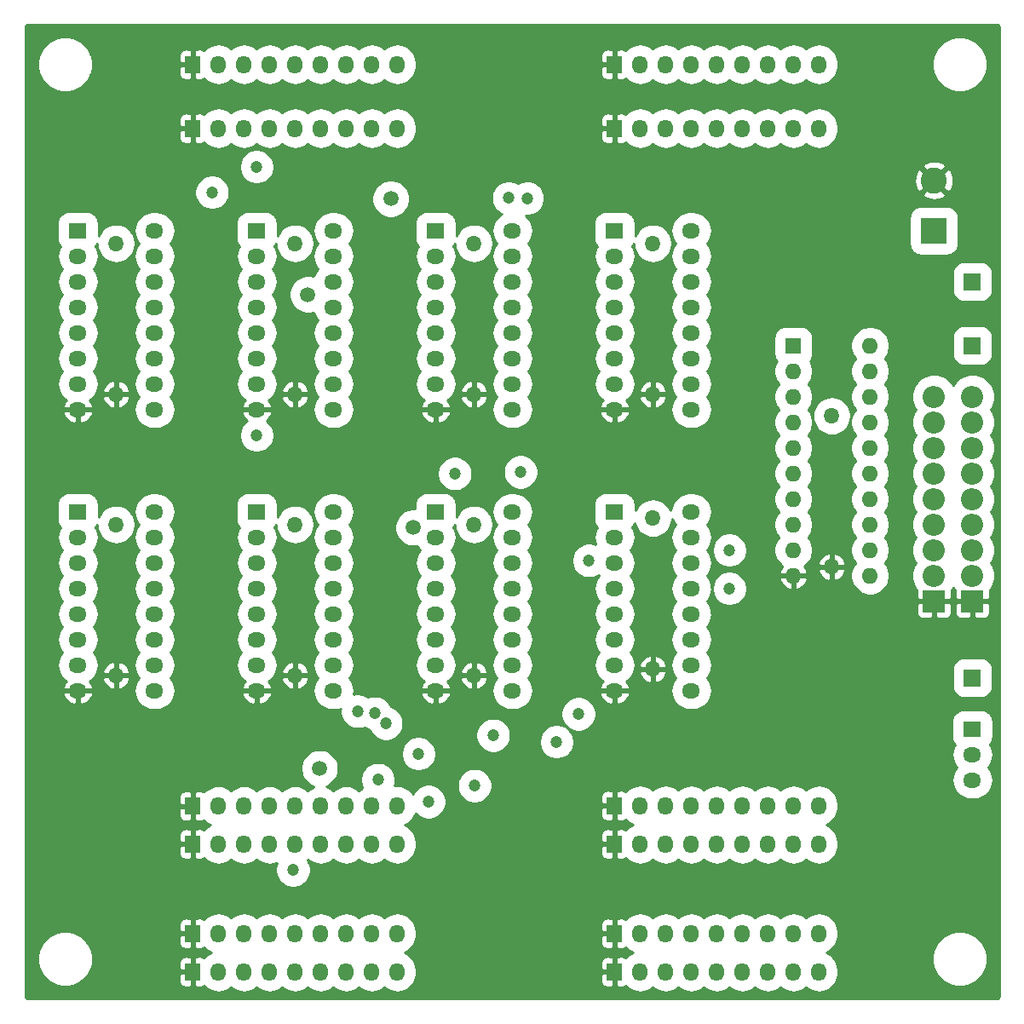
<source format=gbr>
%TF.GenerationSoftware,KiCad,Pcbnew,(5.1.8)-1*%
%TF.CreationDate,2023-08-11T23:22:33+03:00*%
%TF.ProjectId,MUX8x1-v5,4d555838-7831-42d7-9635-2e6b69636164,rev?*%
%TF.SameCoordinates,Original*%
%TF.FileFunction,Copper,L3,Inr*%
%TF.FilePolarity,Positive*%
%FSLAX46Y46*%
G04 Gerber Fmt 4.6, Leading zero omitted, Abs format (unit mm)*
G04 Created by KiCad (PCBNEW (5.1.8)-1) date 2023-08-11 23:22:33*
%MOMM*%
%LPD*%
G01*
G04 APERTURE LIST*
%TA.AperFunction,ComponentPad*%
%ADD10R,1.700000X1.700000*%
%TD*%
%TA.AperFunction,ComponentPad*%
%ADD11O,1.500000X1.600000*%
%TD*%
%TA.AperFunction,ComponentPad*%
%ADD12O,1.600000X1.600000*%
%TD*%
%TA.AperFunction,ComponentPad*%
%ADD13R,1.600000X1.600000*%
%TD*%
%TA.AperFunction,ComponentPad*%
%ADD14O,2.200000X2.200000*%
%TD*%
%TA.AperFunction,ComponentPad*%
%ADD15R,2.200000X2.200000*%
%TD*%
%TA.AperFunction,ComponentPad*%
%ADD16O,1.500000X1.800000*%
%TD*%
%TA.AperFunction,ComponentPad*%
%ADD17R,1.500000X1.800000*%
%TD*%
%TA.AperFunction,ComponentPad*%
%ADD18O,1.800000X1.500000*%
%TD*%
%TA.AperFunction,ComponentPad*%
%ADD19R,1.800000X1.500000*%
%TD*%
%TA.AperFunction,ComponentPad*%
%ADD20C,2.600000*%
%TD*%
%TA.AperFunction,ComponentPad*%
%ADD21R,2.600000X2.600000*%
%TD*%
%TA.AperFunction,ViaPad*%
%ADD22C,1.200000*%
%TD*%
%TA.AperFunction,ViaPad*%
%ADD23C,1.500000*%
%TD*%
%TA.AperFunction,Conductor*%
%ADD24C,0.254000*%
%TD*%
%TA.AperFunction,Conductor*%
%ADD25C,0.100000*%
%TD*%
G04 APERTURE END LIST*
D10*
%TO.N,/~EL*%
%TO.C,J13*%
X151130000Y-104140000D03*
%TD*%
D11*
%TO.N,GND*%
%TO.C,C9*%
X137160000Y-93105000D03*
%TO.N,VCC*%
X137160000Y-78105000D03*
%TD*%
D12*
%TO.N,VCC*%
%TO.C,U9*%
X140970000Y-71120000D03*
%TO.N,GND*%
X133350000Y-93980000D03*
%TO.N,/~OE*%
X140970000Y-73660000D03*
%TO.N,/O0*%
X133350000Y-91440000D03*
%TO.N,/BUS7*%
X140970000Y-76200000D03*
%TO.N,/O1*%
X133350000Y-88900000D03*
%TO.N,/BUS6*%
X140970000Y-78740000D03*
%TO.N,/O2*%
X133350000Y-86360000D03*
%TO.N,/BUS5*%
X140970000Y-81280000D03*
%TO.N,/O3*%
X133350000Y-83820000D03*
%TO.N,/BUS4*%
X140970000Y-83820000D03*
%TO.N,/O4*%
X133350000Y-81280000D03*
%TO.N,/BUS3*%
X140970000Y-86360000D03*
%TO.N,/O5*%
X133350000Y-78740000D03*
%TO.N,/BUS2*%
X140970000Y-88900000D03*
%TO.N,/O6*%
X133350000Y-76200000D03*
%TO.N,/BUS1*%
X140970000Y-91440000D03*
%TO.N,/O7*%
X133350000Y-73660000D03*
%TO.N,/BUS0*%
X140970000Y-93980000D03*
D13*
%TO.N,Net-(R2-Pad1)*%
X133350000Y-71120000D03*
%TD*%
D10*
%TO.N,/~OE*%
%TO.C,J7*%
X151130000Y-71120000D03*
%TD*%
D14*
%TO.N,/BUS7*%
%TO.C,J3*%
X147320000Y-76200000D03*
%TO.N,/BUS6*%
X147320000Y-78740000D03*
%TO.N,/BUS5*%
X147320000Y-81280000D03*
%TO.N,/BUS4*%
X147320000Y-83820000D03*
%TO.N,/BUS3*%
X147320000Y-86360000D03*
%TO.N,/BUS2*%
X147320000Y-88900000D03*
%TO.N,/BUS1*%
X147320000Y-91440000D03*
%TO.N,/BUS0*%
X147320000Y-93980000D03*
D15*
%TO.N,GND*%
X147320000Y-96520000D03*
%TD*%
D14*
%TO.N,/BUS7*%
%TO.C,J21*%
X151130000Y-76200000D03*
%TO.N,/BUS6*%
X151130000Y-78740000D03*
%TO.N,/BUS5*%
X151130000Y-81280000D03*
%TO.N,/BUS4*%
X151130000Y-83820000D03*
%TO.N,/BUS3*%
X151130000Y-86360000D03*
%TO.N,/BUS2*%
X151130000Y-88900000D03*
%TO.N,/BUS1*%
X151130000Y-91440000D03*
%TO.N,/BUS0*%
X151130000Y-93980000D03*
D15*
%TO.N,GND*%
X151130000Y-96520000D03*
%TD*%
D16*
%TO.N,/H7*%
%TO.C,J18*%
X93980000Y-129540000D03*
%TO.N,/H6*%
X91440000Y-129540000D03*
%TO.N,/H5*%
X88900000Y-129540000D03*
%TO.N,/H4*%
X86360000Y-129540000D03*
%TO.N,/H3*%
X83820000Y-129540000D03*
%TO.N,/H2*%
X81280000Y-129540000D03*
%TO.N,/H1*%
X78740000Y-129540000D03*
%TO.N,/H0*%
X76200000Y-129540000D03*
D17*
%TO.N,GND*%
X73660000Y-129540000D03*
%TD*%
D16*
%TO.N,/H7*%
%TO.C,J16*%
X93980000Y-133350000D03*
%TO.N,/H6*%
X91440000Y-133350000D03*
%TO.N,/H5*%
X88900000Y-133350000D03*
%TO.N,/H4*%
X86360000Y-133350000D03*
%TO.N,/H3*%
X83820000Y-133350000D03*
%TO.N,/H2*%
X81280000Y-133350000D03*
%TO.N,/H1*%
X78740000Y-133350000D03*
%TO.N,/H0*%
X76200000Y-133350000D03*
D17*
%TO.N,GND*%
X73660000Y-133350000D03*
%TD*%
D16*
%TO.N,/D7*%
%TO.C,J15*%
X93980000Y-49530000D03*
%TO.N,/D6*%
X91440000Y-49530000D03*
%TO.N,/D5*%
X88900000Y-49530000D03*
%TO.N,/D4*%
X86360000Y-49530000D03*
%TO.N,/D3*%
X83820000Y-49530000D03*
%TO.N,/D2*%
X81280000Y-49530000D03*
%TO.N,/D1*%
X78740000Y-49530000D03*
%TO.N,/D0*%
X76200000Y-49530000D03*
D17*
%TO.N,GND*%
X73660000Y-49530000D03*
%TD*%
D16*
%TO.N,/G7*%
%TO.C,J14*%
X135890000Y-133350000D03*
%TO.N,/G6*%
X133350000Y-133350000D03*
%TO.N,/G5*%
X130810000Y-133350000D03*
%TO.N,/G4*%
X128270000Y-133350000D03*
%TO.N,/G3*%
X125730000Y-133350000D03*
%TO.N,/G2*%
X123190000Y-133350000D03*
%TO.N,/G1*%
X120650000Y-133350000D03*
%TO.N,/G0*%
X118110000Y-133350000D03*
D17*
%TO.N,GND*%
X115570000Y-133350000D03*
%TD*%
D16*
%TO.N,/G7*%
%TO.C,J12*%
X135890000Y-129540000D03*
%TO.N,/G6*%
X133350000Y-129540000D03*
%TO.N,/G5*%
X130810000Y-129540000D03*
%TO.N,/G4*%
X128270000Y-129540000D03*
%TO.N,/G3*%
X125730000Y-129540000D03*
%TO.N,/G2*%
X123190000Y-129540000D03*
%TO.N,/G1*%
X120650000Y-129540000D03*
%TO.N,/G0*%
X118110000Y-129540000D03*
D17*
%TO.N,GND*%
X115570000Y-129540000D03*
%TD*%
D16*
%TO.N,/C7*%
%TO.C,J11*%
X135890000Y-49530000D03*
%TO.N,/C6*%
X133350000Y-49530000D03*
%TO.N,/C5*%
X130810000Y-49530000D03*
%TO.N,/C4*%
X128270000Y-49530000D03*
%TO.N,/C3*%
X125730000Y-49530000D03*
%TO.N,/C2*%
X123190000Y-49530000D03*
%TO.N,/C1*%
X120650000Y-49530000D03*
%TO.N,/C0*%
X118110000Y-49530000D03*
D17*
%TO.N,GND*%
X115570000Y-49530000D03*
%TD*%
D16*
%TO.N,/F7*%
%TO.C,J8*%
X93980000Y-116880000D03*
%TO.N,/F6*%
X91440000Y-116880000D03*
%TO.N,/F5*%
X88900000Y-116880000D03*
%TO.N,/F4*%
X86360000Y-116880000D03*
%TO.N,/F3*%
X83820000Y-116880000D03*
%TO.N,/F2*%
X81280000Y-116880000D03*
%TO.N,/F1*%
X78740000Y-116880000D03*
%TO.N,/F0*%
X76200000Y-116880000D03*
D17*
%TO.N,GND*%
X73660000Y-116880000D03*
%TD*%
D16*
%TO.N,/F7*%
%TO.C,J6*%
X93980000Y-120650000D03*
%TO.N,/F6*%
X91440000Y-120650000D03*
%TO.N,/F5*%
X88900000Y-120650000D03*
%TO.N,/F4*%
X86360000Y-120650000D03*
%TO.N,/F3*%
X83820000Y-120650000D03*
%TO.N,/F2*%
X81280000Y-120650000D03*
%TO.N,/F1*%
X78740000Y-120650000D03*
%TO.N,/F0*%
X76200000Y-120650000D03*
D17*
%TO.N,GND*%
X73660000Y-120650000D03*
%TD*%
D16*
%TO.N,/B7*%
%TO.C,J5*%
X93980000Y-43180000D03*
%TO.N,/B6*%
X91440000Y-43180000D03*
%TO.N,/B5*%
X88900000Y-43180000D03*
%TO.N,/B4*%
X86360000Y-43180000D03*
%TO.N,/B3*%
X83820000Y-43180000D03*
%TO.N,/B2*%
X81280000Y-43180000D03*
%TO.N,/B1*%
X78740000Y-43180000D03*
%TO.N,/B0*%
X76200000Y-43180000D03*
D17*
%TO.N,GND*%
X73660000Y-43180000D03*
%TD*%
D16*
%TO.N,/E7*%
%TO.C,J4*%
X135890000Y-116840000D03*
%TO.N,/E6*%
X133350000Y-116840000D03*
%TO.N,/E5*%
X130810000Y-116840000D03*
%TO.N,/E4*%
X128270000Y-116840000D03*
%TO.N,/E3*%
X125730000Y-116840000D03*
%TO.N,/E2*%
X123190000Y-116840000D03*
%TO.N,/E1*%
X120650000Y-116840000D03*
%TO.N,/E0*%
X118110000Y-116840000D03*
D17*
%TO.N,GND*%
X115570000Y-116840000D03*
%TD*%
D16*
%TO.N,/E7*%
%TO.C,J2*%
X135890000Y-120650000D03*
%TO.N,/E6*%
X133350000Y-120650000D03*
%TO.N,/E5*%
X130810000Y-120650000D03*
%TO.N,/E4*%
X128270000Y-120650000D03*
%TO.N,/E3*%
X125730000Y-120650000D03*
%TO.N,/E2*%
X123190000Y-120650000D03*
%TO.N,/E1*%
X120650000Y-120650000D03*
%TO.N,/E0*%
X118110000Y-120650000D03*
D17*
%TO.N,GND*%
X115570000Y-120650000D03*
%TD*%
D16*
%TO.N,/A7*%
%TO.C,J1*%
X135890000Y-43180000D03*
%TO.N,/A6*%
X133350000Y-43180000D03*
%TO.N,/A5*%
X130810000Y-43180000D03*
%TO.N,/A4*%
X128270000Y-43180000D03*
%TO.N,/A3*%
X125730000Y-43180000D03*
%TO.N,/A2*%
X123190000Y-43180000D03*
%TO.N,/A1*%
X120650000Y-43180000D03*
%TO.N,/A0*%
X118110000Y-43180000D03*
D17*
%TO.N,GND*%
X115570000Y-43180000D03*
%TD*%
D11*
%TO.N,GND*%
%TO.C,C8*%
X119380000Y-75960000D03*
%TO.N,VCC*%
X119380000Y-60960000D03*
%TD*%
%TO.N,GND*%
%TO.C,C7*%
X101600000Y-75960000D03*
%TO.N,VCC*%
X101600000Y-60960000D03*
%TD*%
%TO.N,GND*%
%TO.C,C6*%
X83820000Y-75960000D03*
%TO.N,VCC*%
X83820000Y-60960000D03*
%TD*%
%TO.N,GND*%
%TO.C,C5*%
X66040000Y-75960000D03*
%TO.N,VCC*%
X66040000Y-60960000D03*
%TD*%
%TO.N,GND*%
%TO.C,C4*%
X119380000Y-103265000D03*
%TO.N,VCC*%
X119380000Y-88265000D03*
%TD*%
%TO.N,GND*%
%TO.C,C3*%
X101600000Y-103900000D03*
%TO.N,VCC*%
X101600000Y-88900000D03*
%TD*%
%TO.N,GND*%
%TO.C,C2*%
X83820000Y-103900000D03*
%TO.N,VCC*%
X83820000Y-88900000D03*
%TD*%
%TO.N,GND*%
%TO.C,C1*%
X66040000Y-103900000D03*
%TO.N,VCC*%
X66040000Y-88900000D03*
%TD*%
D18*
%TO.N,VCC*%
%TO.C,U8*%
X123190000Y-59690000D03*
%TO.N,GND*%
X115570000Y-77470000D03*
%TO.N,/E7*%
X123190000Y-62230000D03*
%TO.N,/~EH*%
X115570000Y-74930000D03*
%TO.N,/F7*%
X123190000Y-64770000D03*
%TO.N,Net-(U8-Pad6)*%
X115570000Y-72390000D03*
%TO.N,/G7*%
X123190000Y-67310000D03*
%TO.N,/O7*%
X115570000Y-69850000D03*
%TO.N,/H7*%
X123190000Y-69850000D03*
%TO.N,/A7*%
X115570000Y-67310000D03*
%TO.N,/S0*%
X123190000Y-72390000D03*
%TO.N,/B7*%
X115570000Y-64770000D03*
%TO.N,/S1*%
X123190000Y-74930000D03*
%TO.N,/C7*%
X115570000Y-62230000D03*
%TO.N,/S2*%
X123190000Y-77470000D03*
D19*
%TO.N,/D7*%
X115570000Y-59690000D03*
%TD*%
D18*
%TO.N,VCC*%
%TO.C,U7*%
X105410000Y-59690000D03*
%TO.N,GND*%
X97790000Y-77470000D03*
%TO.N,/E6*%
X105410000Y-62230000D03*
%TO.N,/~EH*%
X97790000Y-74930000D03*
%TO.N,/F6*%
X105410000Y-64770000D03*
%TO.N,Net-(U7-Pad6)*%
X97790000Y-72390000D03*
%TO.N,/G6*%
X105410000Y-67310000D03*
%TO.N,/O6*%
X97790000Y-69850000D03*
%TO.N,/H6*%
X105410000Y-69850000D03*
%TO.N,/A6*%
X97790000Y-67310000D03*
%TO.N,/S0*%
X105410000Y-72390000D03*
%TO.N,/B6*%
X97790000Y-64770000D03*
%TO.N,/S1*%
X105410000Y-74930000D03*
%TO.N,/C6*%
X97790000Y-62230000D03*
%TO.N,/S2*%
X105410000Y-77470000D03*
D19*
%TO.N,/D6*%
X97790000Y-59690000D03*
%TD*%
D18*
%TO.N,VCC*%
%TO.C,U6*%
X87630000Y-59690000D03*
%TO.N,GND*%
X80010000Y-77470000D03*
%TO.N,/E5*%
X87630000Y-62230000D03*
%TO.N,/~EH*%
X80010000Y-74930000D03*
%TO.N,/F5*%
X87630000Y-64770000D03*
%TO.N,Net-(U6-Pad6)*%
X80010000Y-72390000D03*
%TO.N,/G5*%
X87630000Y-67310000D03*
%TO.N,/O5*%
X80010000Y-69850000D03*
%TO.N,/H5*%
X87630000Y-69850000D03*
%TO.N,/A5*%
X80010000Y-67310000D03*
%TO.N,/S0*%
X87630000Y-72390000D03*
%TO.N,/B5*%
X80010000Y-64770000D03*
%TO.N,/S1*%
X87630000Y-74930000D03*
%TO.N,/C5*%
X80010000Y-62230000D03*
%TO.N,/S2*%
X87630000Y-77470000D03*
D19*
%TO.N,/D5*%
X80010000Y-59690000D03*
%TD*%
D18*
%TO.N,VCC*%
%TO.C,U5*%
X69850000Y-59690000D03*
%TO.N,GND*%
X62230000Y-77470000D03*
%TO.N,/E4*%
X69850000Y-62230000D03*
%TO.N,/~EH*%
X62230000Y-74930000D03*
%TO.N,/F4*%
X69850000Y-64770000D03*
%TO.N,Net-(U5-Pad6)*%
X62230000Y-72390000D03*
%TO.N,/G4*%
X69850000Y-67310000D03*
%TO.N,/O4*%
X62230000Y-69850000D03*
%TO.N,/H4*%
X69850000Y-69850000D03*
%TO.N,/A4*%
X62230000Y-67310000D03*
%TO.N,/S0*%
X69850000Y-72390000D03*
%TO.N,/B4*%
X62230000Y-64770000D03*
%TO.N,/S1*%
X69850000Y-74930000D03*
%TO.N,/C4*%
X62230000Y-62230000D03*
%TO.N,/S2*%
X69850000Y-77470000D03*
D19*
%TO.N,/D4*%
X62230000Y-59690000D03*
%TD*%
D18*
%TO.N,VCC*%
%TO.C,U4*%
X123190000Y-87630000D03*
%TO.N,GND*%
X115570000Y-105410000D03*
%TO.N,/E3*%
X123190000Y-90170000D03*
%TO.N,/~EL*%
X115570000Y-102870000D03*
%TO.N,/F3*%
X123190000Y-92710000D03*
%TO.N,Net-(U4-Pad6)*%
X115570000Y-100330000D03*
%TO.N,/G3*%
X123190000Y-95250000D03*
%TO.N,/O3*%
X115570000Y-97790000D03*
%TO.N,/H3*%
X123190000Y-97790000D03*
%TO.N,/A3*%
X115570000Y-95250000D03*
%TO.N,/S0*%
X123190000Y-100330000D03*
%TO.N,/B3*%
X115570000Y-92710000D03*
%TO.N,/S1*%
X123190000Y-102870000D03*
%TO.N,/C3*%
X115570000Y-90170000D03*
%TO.N,/S2*%
X123190000Y-105410000D03*
D19*
%TO.N,/D3*%
X115570000Y-87630000D03*
%TD*%
D18*
%TO.N,VCC*%
%TO.C,U3*%
X105410000Y-87630000D03*
%TO.N,GND*%
X97790000Y-105410000D03*
%TO.N,/E2*%
X105410000Y-90170000D03*
%TO.N,/~EL*%
X97790000Y-102870000D03*
%TO.N,/F2*%
X105410000Y-92710000D03*
%TO.N,Net-(U3-Pad6)*%
X97790000Y-100330000D03*
%TO.N,/G2*%
X105410000Y-95250000D03*
%TO.N,/O2*%
X97790000Y-97790000D03*
%TO.N,/H2*%
X105410000Y-97790000D03*
%TO.N,/A2*%
X97790000Y-95250000D03*
%TO.N,/S0*%
X105410000Y-100330000D03*
%TO.N,/B2*%
X97790000Y-92710000D03*
%TO.N,/S1*%
X105410000Y-102870000D03*
%TO.N,/C2*%
X97790000Y-90170000D03*
%TO.N,/S2*%
X105410000Y-105410000D03*
D19*
%TO.N,/D2*%
X97790000Y-87630000D03*
%TD*%
D18*
%TO.N,VCC*%
%TO.C,U2*%
X87630000Y-87630000D03*
%TO.N,GND*%
X80010000Y-105410000D03*
%TO.N,/E1*%
X87630000Y-90170000D03*
%TO.N,/~EL*%
X80010000Y-102870000D03*
%TO.N,/F1*%
X87630000Y-92710000D03*
%TO.N,Net-(U2-Pad6)*%
X80010000Y-100330000D03*
%TO.N,/G1*%
X87630000Y-95250000D03*
%TO.N,/O1*%
X80010000Y-97790000D03*
%TO.N,/H1*%
X87630000Y-97790000D03*
%TO.N,/A1*%
X80010000Y-95250000D03*
%TO.N,/S0*%
X87630000Y-100330000D03*
%TO.N,/B1*%
X80010000Y-92710000D03*
%TO.N,/S1*%
X87630000Y-102870000D03*
%TO.N,/C1*%
X80010000Y-90170000D03*
%TO.N,/S2*%
X87630000Y-105410000D03*
D19*
%TO.N,/D1*%
X80010000Y-87630000D03*
%TD*%
D18*
%TO.N,VCC*%
%TO.C,U1*%
X69850000Y-87630000D03*
%TO.N,GND*%
X62230000Y-105410000D03*
%TO.N,/E0*%
X69850000Y-90170000D03*
%TO.N,/~EL*%
X62230000Y-102870000D03*
%TO.N,/F0*%
X69850000Y-92710000D03*
%TO.N,Net-(U1-Pad6)*%
X62230000Y-100330000D03*
%TO.N,/G0*%
X69850000Y-95250000D03*
%TO.N,/O0*%
X62230000Y-97790000D03*
%TO.N,/H0*%
X69850000Y-97790000D03*
%TO.N,/A0*%
X62230000Y-95250000D03*
%TO.N,/S0*%
X69850000Y-100330000D03*
%TO.N,/B0*%
X62230000Y-92710000D03*
%TO.N,/S1*%
X69850000Y-102870000D03*
%TO.N,/C0*%
X62230000Y-90170000D03*
%TO.N,/S2*%
X69850000Y-105410000D03*
D19*
%TO.N,/D0*%
X62230000Y-87630000D03*
%TD*%
D10*
%TO.N,/~EH*%
%TO.C,J20*%
X151130000Y-64770000D03*
%TD*%
D18*
%TO.N,/S2*%
%TO.C,J10*%
X151130000Y-114300000D03*
%TO.N,/S1*%
X151130000Y-111760000D03*
D19*
%TO.N,/S0*%
X151130000Y-109220000D03*
%TD*%
D20*
%TO.N,GND*%
%TO.C,J9*%
X147320000Y-54690000D03*
D21*
%TO.N,VCC*%
X147320000Y-59690000D03*
%TD*%
D22*
%TO.N,GND*%
X146163000Y-126360000D03*
X147320000Y-67441700D03*
%TO.N,/A1*%
X75565000Y-55880000D03*
%TO.N,/E6*%
X111991700Y-107730700D03*
%TO.N,/E5*%
X92054300Y-114269300D03*
%TO.N,/E2*%
X127000000Y-91440000D03*
%TO.N,/E1*%
X91756200Y-107662100D03*
%TO.N,/B7*%
X106868200Y-56467500D03*
D23*
%TO.N,/B5*%
X93345000Y-56515000D03*
%TO.N,/B3*%
X95591300Y-89193700D03*
D22*
%TO.N,/F3*%
X101670200Y-114859600D03*
%TO.N,/F2*%
X96097300Y-111673300D03*
%TO.N,/C2*%
X113030000Y-92469100D03*
D23*
%TO.N,/C1*%
X85090000Y-66040000D03*
D22*
%TO.N,/G6*%
X109820100Y-110490000D03*
%TO.N,/G5*%
X92835400Y-108658500D03*
%TO.N,/G3*%
X127000000Y-95250000D03*
%TO.N,/G2*%
X103505000Y-109855000D03*
%TO.N,/G1*%
X90058700Y-107455800D03*
%TO.N,/D7*%
X105064500Y-56451600D03*
%TO.N,/D5*%
X80010000Y-53340000D03*
%TO.N,/D3*%
X99683300Y-83829600D03*
%TO.N,/H6*%
X97091500Y-116445200D03*
D23*
%TO.N,/H5*%
X86251700Y-113138300D03*
D22*
%TO.N,/H4*%
X83624900Y-123255400D03*
%TO.N,/O5*%
X80010000Y-80010000D03*
%TO.N,/O2*%
X106238600Y-83676500D03*
%TD*%
D24*
%TO.N,GND*%
X153688726Y-39275438D02*
X153706732Y-39280874D01*
X153723348Y-39289709D01*
X153737927Y-39301599D01*
X153749919Y-39316095D01*
X153758867Y-39332644D01*
X153764430Y-39350615D01*
X153772000Y-39422642D01*
X153772001Y-135832861D01*
X153764562Y-135908726D01*
X153759126Y-135926733D01*
X153750291Y-135943348D01*
X153738402Y-135957925D01*
X153723905Y-135969919D01*
X153707355Y-135978867D01*
X153689386Y-135984430D01*
X153617358Y-135992000D01*
X57207129Y-135992000D01*
X57131274Y-135984562D01*
X57113267Y-135979126D01*
X57096652Y-135970291D01*
X57082075Y-135958402D01*
X57070081Y-135943905D01*
X57061133Y-135927355D01*
X57055570Y-135909386D01*
X57048000Y-135837358D01*
X57048000Y-131809838D01*
X58217000Y-131809838D01*
X58217000Y-132350162D01*
X58322412Y-132880104D01*
X58529185Y-133379298D01*
X58829373Y-133828560D01*
X59211440Y-134210627D01*
X59660702Y-134510815D01*
X60159896Y-134717588D01*
X60689838Y-134823000D01*
X61230162Y-134823000D01*
X61760104Y-134717588D01*
X62259298Y-134510815D01*
X62649634Y-134250000D01*
X72271928Y-134250000D01*
X72284188Y-134374482D01*
X72320498Y-134494180D01*
X72379463Y-134604494D01*
X72458815Y-134701185D01*
X72555506Y-134780537D01*
X72665820Y-134839502D01*
X72785518Y-134875812D01*
X72910000Y-134888072D01*
X73374250Y-134885000D01*
X73533000Y-134726250D01*
X73533000Y-133477000D01*
X72433750Y-133477000D01*
X72275000Y-133635750D01*
X72271928Y-134250000D01*
X62649634Y-134250000D01*
X62708560Y-134210627D01*
X63090627Y-133828560D01*
X63390815Y-133379298D01*
X63597588Y-132880104D01*
X63683140Y-132450000D01*
X72271928Y-132450000D01*
X72275000Y-133064250D01*
X72433750Y-133223000D01*
X73533000Y-133223000D01*
X73533000Y-131973750D01*
X73374250Y-131815000D01*
X72910000Y-131811928D01*
X72785518Y-131824188D01*
X72665820Y-131860498D01*
X72555506Y-131919463D01*
X72458815Y-131998815D01*
X72379463Y-132095506D01*
X72320498Y-132205820D01*
X72284188Y-132325518D01*
X72271928Y-132450000D01*
X63683140Y-132450000D01*
X63703000Y-132350162D01*
X63703000Y-131809838D01*
X63597588Y-131279896D01*
X63390815Y-130780702D01*
X63163165Y-130440000D01*
X72271928Y-130440000D01*
X72284188Y-130564482D01*
X72320498Y-130684180D01*
X72379463Y-130794494D01*
X72458815Y-130891185D01*
X72555506Y-130970537D01*
X72665820Y-131029502D01*
X72785518Y-131065812D01*
X72910000Y-131078072D01*
X73374250Y-131075000D01*
X73533000Y-130916250D01*
X73533000Y-129667000D01*
X72433750Y-129667000D01*
X72275000Y-129825750D01*
X72271928Y-130440000D01*
X63163165Y-130440000D01*
X63090627Y-130331440D01*
X62708560Y-129949373D01*
X62259298Y-129649185D01*
X61760104Y-129442412D01*
X61230162Y-129337000D01*
X60689838Y-129337000D01*
X60159896Y-129442412D01*
X59660702Y-129649185D01*
X59211440Y-129949373D01*
X58829373Y-130331440D01*
X58529185Y-130780702D01*
X58322412Y-131279896D01*
X58217000Y-131809838D01*
X57048000Y-131809838D01*
X57048000Y-128640000D01*
X72271928Y-128640000D01*
X72275000Y-129254250D01*
X72433750Y-129413000D01*
X73533000Y-129413000D01*
X73533000Y-128163750D01*
X73787000Y-128163750D01*
X73787000Y-129413000D01*
X73807000Y-129413000D01*
X73807000Y-129667000D01*
X73787000Y-129667000D01*
X73787000Y-130916250D01*
X73945750Y-131075000D01*
X74410000Y-131078072D01*
X74534482Y-131065812D01*
X74654180Y-131029502D01*
X74764494Y-130970537D01*
X74786931Y-130952124D01*
X74854970Y-131035030D01*
X75143217Y-131271587D01*
X75467649Y-131445000D01*
X75143217Y-131618413D01*
X74854970Y-131854970D01*
X74786931Y-131937876D01*
X74764494Y-131919463D01*
X74654180Y-131860498D01*
X74534482Y-131824188D01*
X74410000Y-131811928D01*
X73945750Y-131815000D01*
X73787000Y-131973750D01*
X73787000Y-133223000D01*
X73807000Y-133223000D01*
X73807000Y-133477000D01*
X73787000Y-133477000D01*
X73787000Y-134726250D01*
X73945750Y-134885000D01*
X74410000Y-134888072D01*
X74534482Y-134875812D01*
X74654180Y-134839502D01*
X74764494Y-134780537D01*
X74786931Y-134762124D01*
X74854970Y-134845030D01*
X75143217Y-135081587D01*
X75472076Y-135257366D01*
X75828908Y-135365610D01*
X76200000Y-135402159D01*
X76571093Y-135365610D01*
X76927925Y-135257366D01*
X77256783Y-135081587D01*
X77470000Y-134906605D01*
X77683217Y-135081587D01*
X78012076Y-135257366D01*
X78368908Y-135365610D01*
X78740000Y-135402159D01*
X79111093Y-135365610D01*
X79467925Y-135257366D01*
X79796783Y-135081587D01*
X80010000Y-134906605D01*
X80223217Y-135081587D01*
X80552076Y-135257366D01*
X80908908Y-135365610D01*
X81280000Y-135402159D01*
X81651093Y-135365610D01*
X82007925Y-135257366D01*
X82336783Y-135081587D01*
X82550000Y-134906605D01*
X82763217Y-135081587D01*
X83092076Y-135257366D01*
X83448908Y-135365610D01*
X83820000Y-135402159D01*
X84191093Y-135365610D01*
X84547925Y-135257366D01*
X84876783Y-135081587D01*
X85090000Y-134906605D01*
X85303217Y-135081587D01*
X85632076Y-135257366D01*
X85988908Y-135365610D01*
X86360000Y-135402159D01*
X86731093Y-135365610D01*
X87087925Y-135257366D01*
X87416783Y-135081587D01*
X87630000Y-134906605D01*
X87843217Y-135081587D01*
X88172076Y-135257366D01*
X88528908Y-135365610D01*
X88900000Y-135402159D01*
X89271093Y-135365610D01*
X89627925Y-135257366D01*
X89956783Y-135081587D01*
X90170000Y-134906605D01*
X90383217Y-135081587D01*
X90712076Y-135257366D01*
X91068908Y-135365610D01*
X91440000Y-135402159D01*
X91811093Y-135365610D01*
X92167925Y-135257366D01*
X92496783Y-135081587D01*
X92710000Y-134906605D01*
X92923217Y-135081587D01*
X93252076Y-135257366D01*
X93608908Y-135365610D01*
X93980000Y-135402159D01*
X94351093Y-135365610D01*
X94707925Y-135257366D01*
X95036783Y-135081587D01*
X95325030Y-134845030D01*
X95561587Y-134556783D01*
X95725566Y-134250000D01*
X114181928Y-134250000D01*
X114194188Y-134374482D01*
X114230498Y-134494180D01*
X114289463Y-134604494D01*
X114368815Y-134701185D01*
X114465506Y-134780537D01*
X114575820Y-134839502D01*
X114695518Y-134875812D01*
X114820000Y-134888072D01*
X115284250Y-134885000D01*
X115443000Y-134726250D01*
X115443000Y-133477000D01*
X114343750Y-133477000D01*
X114185000Y-133635750D01*
X114181928Y-134250000D01*
X95725566Y-134250000D01*
X95737366Y-134227924D01*
X95845610Y-133871092D01*
X95873000Y-133592993D01*
X95873000Y-133107006D01*
X95845610Y-132828907D01*
X95737366Y-132472075D01*
X95725567Y-132450000D01*
X114181928Y-132450000D01*
X114185000Y-133064250D01*
X114343750Y-133223000D01*
X115443000Y-133223000D01*
X115443000Y-131973750D01*
X115284250Y-131815000D01*
X114820000Y-131811928D01*
X114695518Y-131824188D01*
X114575820Y-131860498D01*
X114465506Y-131919463D01*
X114368815Y-131998815D01*
X114289463Y-132095506D01*
X114230498Y-132205820D01*
X114194188Y-132325518D01*
X114181928Y-132450000D01*
X95725567Y-132450000D01*
X95561587Y-132143217D01*
X95325030Y-131854970D01*
X95036783Y-131618413D01*
X94712351Y-131445000D01*
X95036783Y-131271587D01*
X95325030Y-131035030D01*
X95561587Y-130746783D01*
X95725566Y-130440000D01*
X114181928Y-130440000D01*
X114194188Y-130564482D01*
X114230498Y-130684180D01*
X114289463Y-130794494D01*
X114368815Y-130891185D01*
X114465506Y-130970537D01*
X114575820Y-131029502D01*
X114695518Y-131065812D01*
X114820000Y-131078072D01*
X115284250Y-131075000D01*
X115443000Y-130916250D01*
X115443000Y-129667000D01*
X114343750Y-129667000D01*
X114185000Y-129825750D01*
X114181928Y-130440000D01*
X95725566Y-130440000D01*
X95737366Y-130417924D01*
X95845610Y-130061092D01*
X95873000Y-129782993D01*
X95873000Y-129297006D01*
X95845610Y-129018907D01*
X95737366Y-128662075D01*
X95725567Y-128640000D01*
X114181928Y-128640000D01*
X114185000Y-129254250D01*
X114343750Y-129413000D01*
X115443000Y-129413000D01*
X115443000Y-128163750D01*
X115697000Y-128163750D01*
X115697000Y-129413000D01*
X115717000Y-129413000D01*
X115717000Y-129667000D01*
X115697000Y-129667000D01*
X115697000Y-130916250D01*
X115855750Y-131075000D01*
X116320000Y-131078072D01*
X116444482Y-131065812D01*
X116564180Y-131029502D01*
X116674494Y-130970537D01*
X116696931Y-130952124D01*
X116764970Y-131035030D01*
X117053217Y-131271587D01*
X117377649Y-131445000D01*
X117053217Y-131618413D01*
X116764970Y-131854970D01*
X116696931Y-131937876D01*
X116674494Y-131919463D01*
X116564180Y-131860498D01*
X116444482Y-131824188D01*
X116320000Y-131811928D01*
X115855750Y-131815000D01*
X115697000Y-131973750D01*
X115697000Y-133223000D01*
X115717000Y-133223000D01*
X115717000Y-133477000D01*
X115697000Y-133477000D01*
X115697000Y-134726250D01*
X115855750Y-134885000D01*
X116320000Y-134888072D01*
X116444482Y-134875812D01*
X116564180Y-134839502D01*
X116674494Y-134780537D01*
X116696931Y-134762124D01*
X116764970Y-134845030D01*
X117053217Y-135081587D01*
X117382076Y-135257366D01*
X117738908Y-135365610D01*
X118110000Y-135402159D01*
X118481093Y-135365610D01*
X118837925Y-135257366D01*
X119166783Y-135081587D01*
X119380000Y-134906605D01*
X119593217Y-135081587D01*
X119922076Y-135257366D01*
X120278908Y-135365610D01*
X120650000Y-135402159D01*
X121021093Y-135365610D01*
X121377925Y-135257366D01*
X121706783Y-135081587D01*
X121920000Y-134906605D01*
X122133217Y-135081587D01*
X122462076Y-135257366D01*
X122818908Y-135365610D01*
X123190000Y-135402159D01*
X123561093Y-135365610D01*
X123917925Y-135257366D01*
X124246783Y-135081587D01*
X124460000Y-134906605D01*
X124673217Y-135081587D01*
X125002076Y-135257366D01*
X125358908Y-135365610D01*
X125730000Y-135402159D01*
X126101093Y-135365610D01*
X126457925Y-135257366D01*
X126786783Y-135081587D01*
X127000000Y-134906605D01*
X127213217Y-135081587D01*
X127542076Y-135257366D01*
X127898908Y-135365610D01*
X128270000Y-135402159D01*
X128641093Y-135365610D01*
X128997925Y-135257366D01*
X129326783Y-135081587D01*
X129540000Y-134906605D01*
X129753217Y-135081587D01*
X130082076Y-135257366D01*
X130438908Y-135365610D01*
X130810000Y-135402159D01*
X131181093Y-135365610D01*
X131537925Y-135257366D01*
X131866783Y-135081587D01*
X132080000Y-134906605D01*
X132293217Y-135081587D01*
X132622076Y-135257366D01*
X132978908Y-135365610D01*
X133350000Y-135402159D01*
X133721093Y-135365610D01*
X134077925Y-135257366D01*
X134406783Y-135081587D01*
X134620000Y-134906605D01*
X134833217Y-135081587D01*
X135162076Y-135257366D01*
X135518908Y-135365610D01*
X135890000Y-135402159D01*
X136261093Y-135365610D01*
X136617925Y-135257366D01*
X136946783Y-135081587D01*
X137235030Y-134845030D01*
X137471587Y-134556783D01*
X137647366Y-134227924D01*
X137755610Y-133871092D01*
X137783000Y-133592993D01*
X137783000Y-133107006D01*
X137755610Y-132828907D01*
X137647366Y-132472075D01*
X137471587Y-132143217D01*
X137235030Y-131854970D01*
X137180037Y-131809838D01*
X147117000Y-131809838D01*
X147117000Y-132350162D01*
X147222412Y-132880104D01*
X147429185Y-133379298D01*
X147729373Y-133828560D01*
X148111440Y-134210627D01*
X148560702Y-134510815D01*
X149059896Y-134717588D01*
X149589838Y-134823000D01*
X150130162Y-134823000D01*
X150660104Y-134717588D01*
X151159298Y-134510815D01*
X151608560Y-134210627D01*
X151990627Y-133828560D01*
X152290815Y-133379298D01*
X152497588Y-132880104D01*
X152603000Y-132350162D01*
X152603000Y-131809838D01*
X152497588Y-131279896D01*
X152290815Y-130780702D01*
X151990627Y-130331440D01*
X151608560Y-129949373D01*
X151159298Y-129649185D01*
X150660104Y-129442412D01*
X150130162Y-129337000D01*
X149589838Y-129337000D01*
X149059896Y-129442412D01*
X148560702Y-129649185D01*
X148111440Y-129949373D01*
X147729373Y-130331440D01*
X147429185Y-130780702D01*
X147222412Y-131279896D01*
X147117000Y-131809838D01*
X137180037Y-131809838D01*
X136946783Y-131618413D01*
X136622351Y-131445000D01*
X136946783Y-131271587D01*
X137235030Y-131035030D01*
X137471587Y-130746783D01*
X137647366Y-130417924D01*
X137755610Y-130061092D01*
X137783000Y-129782993D01*
X137783000Y-129297006D01*
X137755610Y-129018907D01*
X137647366Y-128662075D01*
X137471587Y-128333217D01*
X137235030Y-128044970D01*
X136946783Y-127808413D01*
X136617924Y-127632634D01*
X136261092Y-127524390D01*
X135890000Y-127487841D01*
X135518907Y-127524390D01*
X135162075Y-127632634D01*
X134833217Y-127808413D01*
X134620000Y-127983395D01*
X134406783Y-127808413D01*
X134077924Y-127632634D01*
X133721092Y-127524390D01*
X133350000Y-127487841D01*
X132978907Y-127524390D01*
X132622075Y-127632634D01*
X132293217Y-127808413D01*
X132080000Y-127983395D01*
X131866783Y-127808413D01*
X131537924Y-127632634D01*
X131181092Y-127524390D01*
X130810000Y-127487841D01*
X130438907Y-127524390D01*
X130082075Y-127632634D01*
X129753217Y-127808413D01*
X129540000Y-127983395D01*
X129326783Y-127808413D01*
X128997924Y-127632634D01*
X128641092Y-127524390D01*
X128270000Y-127487841D01*
X127898907Y-127524390D01*
X127542075Y-127632634D01*
X127213217Y-127808413D01*
X127000000Y-127983395D01*
X126786783Y-127808413D01*
X126457924Y-127632634D01*
X126101092Y-127524390D01*
X125730000Y-127487841D01*
X125358907Y-127524390D01*
X125002075Y-127632634D01*
X124673217Y-127808413D01*
X124460000Y-127983395D01*
X124246783Y-127808413D01*
X123917924Y-127632634D01*
X123561092Y-127524390D01*
X123190000Y-127487841D01*
X122818907Y-127524390D01*
X122462075Y-127632634D01*
X122133217Y-127808413D01*
X121920000Y-127983395D01*
X121706783Y-127808413D01*
X121377924Y-127632634D01*
X121021092Y-127524390D01*
X120650000Y-127487841D01*
X120278907Y-127524390D01*
X119922075Y-127632634D01*
X119593217Y-127808413D01*
X119380000Y-127983395D01*
X119166783Y-127808413D01*
X118837924Y-127632634D01*
X118481092Y-127524390D01*
X118110000Y-127487841D01*
X117738907Y-127524390D01*
X117382075Y-127632634D01*
X117053217Y-127808413D01*
X116764970Y-128044970D01*
X116696931Y-128127876D01*
X116674494Y-128109463D01*
X116564180Y-128050498D01*
X116444482Y-128014188D01*
X116320000Y-128001928D01*
X115855750Y-128005000D01*
X115697000Y-128163750D01*
X115443000Y-128163750D01*
X115284250Y-128005000D01*
X114820000Y-128001928D01*
X114695518Y-128014188D01*
X114575820Y-128050498D01*
X114465506Y-128109463D01*
X114368815Y-128188815D01*
X114289463Y-128285506D01*
X114230498Y-128395820D01*
X114194188Y-128515518D01*
X114181928Y-128640000D01*
X95725567Y-128640000D01*
X95561587Y-128333217D01*
X95325030Y-128044970D01*
X95036783Y-127808413D01*
X94707924Y-127632634D01*
X94351092Y-127524390D01*
X93980000Y-127487841D01*
X93608907Y-127524390D01*
X93252075Y-127632634D01*
X92923217Y-127808413D01*
X92710000Y-127983395D01*
X92496783Y-127808413D01*
X92167924Y-127632634D01*
X91811092Y-127524390D01*
X91440000Y-127487841D01*
X91068907Y-127524390D01*
X90712075Y-127632634D01*
X90383217Y-127808413D01*
X90170000Y-127983395D01*
X89956783Y-127808413D01*
X89627924Y-127632634D01*
X89271092Y-127524390D01*
X88900000Y-127487841D01*
X88528907Y-127524390D01*
X88172075Y-127632634D01*
X87843217Y-127808413D01*
X87630000Y-127983395D01*
X87416783Y-127808413D01*
X87087924Y-127632634D01*
X86731092Y-127524390D01*
X86360000Y-127487841D01*
X85988907Y-127524390D01*
X85632075Y-127632634D01*
X85303217Y-127808413D01*
X85090000Y-127983395D01*
X84876783Y-127808413D01*
X84547924Y-127632634D01*
X84191092Y-127524390D01*
X83820000Y-127487841D01*
X83448907Y-127524390D01*
X83092075Y-127632634D01*
X82763217Y-127808413D01*
X82550000Y-127983395D01*
X82336783Y-127808413D01*
X82007924Y-127632634D01*
X81651092Y-127524390D01*
X81280000Y-127487841D01*
X80908907Y-127524390D01*
X80552075Y-127632634D01*
X80223217Y-127808413D01*
X80010000Y-127983395D01*
X79796783Y-127808413D01*
X79467924Y-127632634D01*
X79111092Y-127524390D01*
X78740000Y-127487841D01*
X78368907Y-127524390D01*
X78012075Y-127632634D01*
X77683217Y-127808413D01*
X77470000Y-127983395D01*
X77256783Y-127808413D01*
X76927924Y-127632634D01*
X76571092Y-127524390D01*
X76200000Y-127487841D01*
X75828907Y-127524390D01*
X75472075Y-127632634D01*
X75143217Y-127808413D01*
X74854970Y-128044970D01*
X74786931Y-128127876D01*
X74764494Y-128109463D01*
X74654180Y-128050498D01*
X74534482Y-128014188D01*
X74410000Y-128001928D01*
X73945750Y-128005000D01*
X73787000Y-128163750D01*
X73533000Y-128163750D01*
X73374250Y-128005000D01*
X72910000Y-128001928D01*
X72785518Y-128014188D01*
X72665820Y-128050498D01*
X72555506Y-128109463D01*
X72458815Y-128188815D01*
X72379463Y-128285506D01*
X72320498Y-128395820D01*
X72284188Y-128515518D01*
X72271928Y-128640000D01*
X57048000Y-128640000D01*
X57048000Y-121550000D01*
X72271928Y-121550000D01*
X72284188Y-121674482D01*
X72320498Y-121794180D01*
X72379463Y-121904494D01*
X72458815Y-122001185D01*
X72555506Y-122080537D01*
X72665820Y-122139502D01*
X72785518Y-122175812D01*
X72910000Y-122188072D01*
X73374250Y-122185000D01*
X73533000Y-122026250D01*
X73533000Y-120777000D01*
X72433750Y-120777000D01*
X72275000Y-120935750D01*
X72271928Y-121550000D01*
X57048000Y-121550000D01*
X57048000Y-119750000D01*
X72271928Y-119750000D01*
X72275000Y-120364250D01*
X72433750Y-120523000D01*
X73533000Y-120523000D01*
X73533000Y-119273750D01*
X73374250Y-119115000D01*
X72910000Y-119111928D01*
X72785518Y-119124188D01*
X72665820Y-119160498D01*
X72555506Y-119219463D01*
X72458815Y-119298815D01*
X72379463Y-119395506D01*
X72320498Y-119505820D01*
X72284188Y-119625518D01*
X72271928Y-119750000D01*
X57048000Y-119750000D01*
X57048000Y-117780000D01*
X72271928Y-117780000D01*
X72284188Y-117904482D01*
X72320498Y-118024180D01*
X72379463Y-118134494D01*
X72458815Y-118231185D01*
X72555506Y-118310537D01*
X72665820Y-118369502D01*
X72785518Y-118405812D01*
X72910000Y-118418072D01*
X73374250Y-118415000D01*
X73533000Y-118256250D01*
X73533000Y-117007000D01*
X72433750Y-117007000D01*
X72275000Y-117165750D01*
X72271928Y-117780000D01*
X57048000Y-117780000D01*
X57048000Y-115980000D01*
X72271928Y-115980000D01*
X72275000Y-116594250D01*
X72433750Y-116753000D01*
X73533000Y-116753000D01*
X73533000Y-115503750D01*
X73787000Y-115503750D01*
X73787000Y-116753000D01*
X73807000Y-116753000D01*
X73807000Y-117007000D01*
X73787000Y-117007000D01*
X73787000Y-118256250D01*
X73945750Y-118415000D01*
X74410000Y-118418072D01*
X74534482Y-118405812D01*
X74654180Y-118369502D01*
X74764494Y-118310537D01*
X74786931Y-118292124D01*
X74854970Y-118375030D01*
X75143217Y-118611587D01*
X75430232Y-118765000D01*
X75143217Y-118918413D01*
X74854970Y-119154970D01*
X74786931Y-119237876D01*
X74764494Y-119219463D01*
X74654180Y-119160498D01*
X74534482Y-119124188D01*
X74410000Y-119111928D01*
X73945750Y-119115000D01*
X73787000Y-119273750D01*
X73787000Y-120523000D01*
X73807000Y-120523000D01*
X73807000Y-120777000D01*
X73787000Y-120777000D01*
X73787000Y-122026250D01*
X73945750Y-122185000D01*
X74410000Y-122188072D01*
X74534482Y-122175812D01*
X74654180Y-122139502D01*
X74764494Y-122080537D01*
X74786931Y-122062124D01*
X74854970Y-122145030D01*
X75143217Y-122381587D01*
X75472076Y-122557366D01*
X75828908Y-122665610D01*
X76200000Y-122702159D01*
X76571093Y-122665610D01*
X76927925Y-122557366D01*
X77256783Y-122381587D01*
X77470000Y-122206605D01*
X77683217Y-122381587D01*
X78012076Y-122557366D01*
X78368908Y-122665610D01*
X78740000Y-122702159D01*
X79111093Y-122665610D01*
X79467925Y-122557366D01*
X79796783Y-122381587D01*
X80010000Y-122206605D01*
X80223217Y-122381587D01*
X80552076Y-122557366D01*
X80908908Y-122665610D01*
X81280000Y-122702159D01*
X81651093Y-122665610D01*
X82007925Y-122557366D01*
X82032970Y-122543979D01*
X81948882Y-122746986D01*
X81881900Y-123083729D01*
X81881900Y-123427071D01*
X81948882Y-123763814D01*
X82080273Y-124081020D01*
X82271023Y-124366498D01*
X82513802Y-124609277D01*
X82799280Y-124800027D01*
X83116486Y-124931418D01*
X83453229Y-124998400D01*
X83796571Y-124998400D01*
X84133314Y-124931418D01*
X84450520Y-124800027D01*
X84735998Y-124609277D01*
X84978777Y-124366498D01*
X85169527Y-124081020D01*
X85300918Y-123763814D01*
X85367900Y-123427071D01*
X85367900Y-123083729D01*
X85300918Y-122746986D01*
X85169527Y-122429780D01*
X85045053Y-122243492D01*
X85090000Y-122206605D01*
X85303217Y-122381587D01*
X85632076Y-122557366D01*
X85988908Y-122665610D01*
X86360000Y-122702159D01*
X86731093Y-122665610D01*
X87087925Y-122557366D01*
X87416783Y-122381587D01*
X87630000Y-122206605D01*
X87843217Y-122381587D01*
X88172076Y-122557366D01*
X88528908Y-122665610D01*
X88900000Y-122702159D01*
X89271093Y-122665610D01*
X89627925Y-122557366D01*
X89956783Y-122381587D01*
X90170000Y-122206605D01*
X90383217Y-122381587D01*
X90712076Y-122557366D01*
X91068908Y-122665610D01*
X91440000Y-122702159D01*
X91811093Y-122665610D01*
X92167925Y-122557366D01*
X92496783Y-122381587D01*
X92710000Y-122206605D01*
X92923217Y-122381587D01*
X93252076Y-122557366D01*
X93608908Y-122665610D01*
X93980000Y-122702159D01*
X94351093Y-122665610D01*
X94707925Y-122557366D01*
X95036783Y-122381587D01*
X95325030Y-122145030D01*
X95561587Y-121856783D01*
X95725566Y-121550000D01*
X114181928Y-121550000D01*
X114194188Y-121674482D01*
X114230498Y-121794180D01*
X114289463Y-121904494D01*
X114368815Y-122001185D01*
X114465506Y-122080537D01*
X114575820Y-122139502D01*
X114695518Y-122175812D01*
X114820000Y-122188072D01*
X115284250Y-122185000D01*
X115443000Y-122026250D01*
X115443000Y-120777000D01*
X114343750Y-120777000D01*
X114185000Y-120935750D01*
X114181928Y-121550000D01*
X95725566Y-121550000D01*
X95737366Y-121527924D01*
X95845610Y-121171092D01*
X95873000Y-120892993D01*
X95873000Y-120407006D01*
X95845610Y-120128907D01*
X95737366Y-119772075D01*
X95725567Y-119750000D01*
X114181928Y-119750000D01*
X114185000Y-120364250D01*
X114343750Y-120523000D01*
X115443000Y-120523000D01*
X115443000Y-119273750D01*
X115284250Y-119115000D01*
X114820000Y-119111928D01*
X114695518Y-119124188D01*
X114575820Y-119160498D01*
X114465506Y-119219463D01*
X114368815Y-119298815D01*
X114289463Y-119395506D01*
X114230498Y-119505820D01*
X114194188Y-119625518D01*
X114181928Y-119750000D01*
X95725567Y-119750000D01*
X95561587Y-119443217D01*
X95325030Y-119154970D01*
X95036783Y-118918413D01*
X94749768Y-118765000D01*
X95036783Y-118611587D01*
X95325030Y-118375030D01*
X95561587Y-118086783D01*
X95737366Y-117757924D01*
X95784353Y-117603028D01*
X95980402Y-117799077D01*
X96265880Y-117989827D01*
X96583086Y-118121218D01*
X96919829Y-118188200D01*
X97263171Y-118188200D01*
X97599914Y-118121218D01*
X97917120Y-117989827D01*
X98202598Y-117799077D01*
X98261675Y-117740000D01*
X114181928Y-117740000D01*
X114194188Y-117864482D01*
X114230498Y-117984180D01*
X114289463Y-118094494D01*
X114368815Y-118191185D01*
X114465506Y-118270537D01*
X114575820Y-118329502D01*
X114695518Y-118365812D01*
X114820000Y-118378072D01*
X115284250Y-118375000D01*
X115443000Y-118216250D01*
X115443000Y-116967000D01*
X114343750Y-116967000D01*
X114185000Y-117125750D01*
X114181928Y-117740000D01*
X98261675Y-117740000D01*
X98445377Y-117556298D01*
X98636127Y-117270820D01*
X98767518Y-116953614D01*
X98834500Y-116616871D01*
X98834500Y-116273529D01*
X98767518Y-115936786D01*
X98636127Y-115619580D01*
X98445377Y-115334102D01*
X98202598Y-115091323D01*
X97917120Y-114900573D01*
X97599914Y-114769182D01*
X97263171Y-114702200D01*
X96919829Y-114702200D01*
X96583086Y-114769182D01*
X96265880Y-114900573D01*
X95980402Y-115091323D01*
X95737623Y-115334102D01*
X95546873Y-115619580D01*
X95537044Y-115643311D01*
X95325030Y-115384970D01*
X95036783Y-115148413D01*
X94707924Y-114972634D01*
X94351092Y-114864390D01*
X93980000Y-114827841D01*
X93698052Y-114855610D01*
X93730318Y-114777714D01*
X93748177Y-114687929D01*
X99927200Y-114687929D01*
X99927200Y-115031271D01*
X99994182Y-115368014D01*
X100125573Y-115685220D01*
X100316323Y-115970698D01*
X100559102Y-116213477D01*
X100844580Y-116404227D01*
X101161786Y-116535618D01*
X101498529Y-116602600D01*
X101841871Y-116602600D01*
X102178614Y-116535618D01*
X102495820Y-116404227D01*
X102781298Y-116213477D01*
X103024077Y-115970698D01*
X103044588Y-115940000D01*
X114181928Y-115940000D01*
X114185000Y-116554250D01*
X114343750Y-116713000D01*
X115443000Y-116713000D01*
X115443000Y-115463750D01*
X115697000Y-115463750D01*
X115697000Y-116713000D01*
X115717000Y-116713000D01*
X115717000Y-116967000D01*
X115697000Y-116967000D01*
X115697000Y-118216250D01*
X115855750Y-118375000D01*
X116320000Y-118378072D01*
X116444482Y-118365812D01*
X116564180Y-118329502D01*
X116674494Y-118270537D01*
X116696931Y-118252124D01*
X116764970Y-118335030D01*
X117053217Y-118571587D01*
X117377649Y-118745000D01*
X117053217Y-118918413D01*
X116764970Y-119154970D01*
X116696931Y-119237876D01*
X116674494Y-119219463D01*
X116564180Y-119160498D01*
X116444482Y-119124188D01*
X116320000Y-119111928D01*
X115855750Y-119115000D01*
X115697000Y-119273750D01*
X115697000Y-120523000D01*
X115717000Y-120523000D01*
X115717000Y-120777000D01*
X115697000Y-120777000D01*
X115697000Y-122026250D01*
X115855750Y-122185000D01*
X116320000Y-122188072D01*
X116444482Y-122175812D01*
X116564180Y-122139502D01*
X116674494Y-122080537D01*
X116696931Y-122062124D01*
X116764970Y-122145030D01*
X117053217Y-122381587D01*
X117382076Y-122557366D01*
X117738908Y-122665610D01*
X118110000Y-122702159D01*
X118481093Y-122665610D01*
X118837925Y-122557366D01*
X119166783Y-122381587D01*
X119380000Y-122206605D01*
X119593217Y-122381587D01*
X119922076Y-122557366D01*
X120278908Y-122665610D01*
X120650000Y-122702159D01*
X121021093Y-122665610D01*
X121377925Y-122557366D01*
X121706783Y-122381587D01*
X121920000Y-122206605D01*
X122133217Y-122381587D01*
X122462076Y-122557366D01*
X122818908Y-122665610D01*
X123190000Y-122702159D01*
X123561093Y-122665610D01*
X123917925Y-122557366D01*
X124246783Y-122381587D01*
X124460000Y-122206605D01*
X124673217Y-122381587D01*
X125002076Y-122557366D01*
X125358908Y-122665610D01*
X125730000Y-122702159D01*
X126101093Y-122665610D01*
X126457925Y-122557366D01*
X126786783Y-122381587D01*
X127000000Y-122206605D01*
X127213217Y-122381587D01*
X127542076Y-122557366D01*
X127898908Y-122665610D01*
X128270000Y-122702159D01*
X128641093Y-122665610D01*
X128997925Y-122557366D01*
X129326783Y-122381587D01*
X129540000Y-122206605D01*
X129753217Y-122381587D01*
X130082076Y-122557366D01*
X130438908Y-122665610D01*
X130810000Y-122702159D01*
X131181093Y-122665610D01*
X131537925Y-122557366D01*
X131866783Y-122381587D01*
X132080000Y-122206605D01*
X132293217Y-122381587D01*
X132622076Y-122557366D01*
X132978908Y-122665610D01*
X133350000Y-122702159D01*
X133721093Y-122665610D01*
X134077925Y-122557366D01*
X134406783Y-122381587D01*
X134620000Y-122206605D01*
X134833217Y-122381587D01*
X135162076Y-122557366D01*
X135518908Y-122665610D01*
X135890000Y-122702159D01*
X136261093Y-122665610D01*
X136617925Y-122557366D01*
X136946783Y-122381587D01*
X137235030Y-122145030D01*
X137471587Y-121856783D01*
X137647366Y-121527924D01*
X137755610Y-121171092D01*
X137783000Y-120892993D01*
X137783000Y-120407006D01*
X137755610Y-120128907D01*
X137647366Y-119772075D01*
X137471587Y-119443217D01*
X137235030Y-119154970D01*
X136946783Y-118918413D01*
X136622351Y-118745000D01*
X136946783Y-118571587D01*
X137235030Y-118335030D01*
X137471587Y-118046783D01*
X137647366Y-117717924D01*
X137755610Y-117361092D01*
X137783000Y-117082993D01*
X137783000Y-116597006D01*
X137755610Y-116318907D01*
X137647366Y-115962075D01*
X137471587Y-115633217D01*
X137235030Y-115344970D01*
X136946783Y-115108413D01*
X136617924Y-114932634D01*
X136261092Y-114824390D01*
X135890000Y-114787841D01*
X135518907Y-114824390D01*
X135162075Y-114932634D01*
X134833217Y-115108413D01*
X134620000Y-115283395D01*
X134406783Y-115108413D01*
X134077924Y-114932634D01*
X133721092Y-114824390D01*
X133350000Y-114787841D01*
X132978907Y-114824390D01*
X132622075Y-114932634D01*
X132293217Y-115108413D01*
X132080000Y-115283395D01*
X131866783Y-115108413D01*
X131537924Y-114932634D01*
X131181092Y-114824390D01*
X130810000Y-114787841D01*
X130438907Y-114824390D01*
X130082075Y-114932634D01*
X129753217Y-115108413D01*
X129540000Y-115283395D01*
X129326783Y-115108413D01*
X128997924Y-114932634D01*
X128641092Y-114824390D01*
X128270000Y-114787841D01*
X127898907Y-114824390D01*
X127542075Y-114932634D01*
X127213217Y-115108413D01*
X127000000Y-115283395D01*
X126786783Y-115108413D01*
X126457924Y-114932634D01*
X126101092Y-114824390D01*
X125730000Y-114787841D01*
X125358907Y-114824390D01*
X125002075Y-114932634D01*
X124673217Y-115108413D01*
X124460000Y-115283395D01*
X124246783Y-115108413D01*
X123917924Y-114932634D01*
X123561092Y-114824390D01*
X123190000Y-114787841D01*
X122818907Y-114824390D01*
X122462075Y-114932634D01*
X122133217Y-115108413D01*
X121920000Y-115283395D01*
X121706783Y-115108413D01*
X121377924Y-114932634D01*
X121021092Y-114824390D01*
X120650000Y-114787841D01*
X120278907Y-114824390D01*
X119922075Y-114932634D01*
X119593217Y-115108413D01*
X119380000Y-115283395D01*
X119166783Y-115108413D01*
X118837924Y-114932634D01*
X118481092Y-114824390D01*
X118110000Y-114787841D01*
X117738907Y-114824390D01*
X117382075Y-114932634D01*
X117053217Y-115108413D01*
X116764970Y-115344970D01*
X116696931Y-115427876D01*
X116674494Y-115409463D01*
X116564180Y-115350498D01*
X116444482Y-115314188D01*
X116320000Y-115301928D01*
X115855750Y-115305000D01*
X115697000Y-115463750D01*
X115443000Y-115463750D01*
X115284250Y-115305000D01*
X114820000Y-115301928D01*
X114695518Y-115314188D01*
X114575820Y-115350498D01*
X114465506Y-115409463D01*
X114368815Y-115488815D01*
X114289463Y-115585506D01*
X114230498Y-115695820D01*
X114194188Y-115815518D01*
X114181928Y-115940000D01*
X103044588Y-115940000D01*
X103214827Y-115685220D01*
X103346218Y-115368014D01*
X103413200Y-115031271D01*
X103413200Y-114687929D01*
X103346218Y-114351186D01*
X103214827Y-114033980D01*
X103024077Y-113748502D01*
X102781298Y-113505723D01*
X102495820Y-113314973D01*
X102178614Y-113183582D01*
X101841871Y-113116600D01*
X101498529Y-113116600D01*
X101161786Y-113183582D01*
X100844580Y-113314973D01*
X100559102Y-113505723D01*
X100316323Y-113748502D01*
X100125573Y-114033980D01*
X99994182Y-114351186D01*
X99927200Y-114687929D01*
X93748177Y-114687929D01*
X93797300Y-114440971D01*
X93797300Y-114097629D01*
X93730318Y-113760886D01*
X93598927Y-113443680D01*
X93408177Y-113158202D01*
X93165398Y-112915423D01*
X92879920Y-112724673D01*
X92562714Y-112593282D01*
X92225971Y-112526300D01*
X91882629Y-112526300D01*
X91545886Y-112593282D01*
X91228680Y-112724673D01*
X90943202Y-112915423D01*
X90700423Y-113158202D01*
X90509673Y-113443680D01*
X90378282Y-113760886D01*
X90311300Y-114097629D01*
X90311300Y-114440971D01*
X90378282Y-114777714D01*
X90504891Y-115083376D01*
X90383217Y-115148413D01*
X90170000Y-115323395D01*
X89956783Y-115148413D01*
X89627924Y-114972634D01*
X89271092Y-114864390D01*
X88900000Y-114827841D01*
X88528907Y-114864390D01*
X88172075Y-114972634D01*
X87843217Y-115148413D01*
X87630000Y-115323395D01*
X87416783Y-115148413D01*
X87087924Y-114972634D01*
X86904328Y-114916941D01*
X87148372Y-114815854D01*
X87458417Y-114608689D01*
X87722089Y-114345017D01*
X87929254Y-114034972D01*
X88071953Y-113690468D01*
X88144700Y-113324744D01*
X88144700Y-112951856D01*
X88071953Y-112586132D01*
X87929254Y-112241628D01*
X87722089Y-111931583D01*
X87458417Y-111667911D01*
X87209558Y-111501629D01*
X94354300Y-111501629D01*
X94354300Y-111844971D01*
X94421282Y-112181714D01*
X94552673Y-112498920D01*
X94743423Y-112784398D01*
X94986202Y-113027177D01*
X95271680Y-113217927D01*
X95588886Y-113349318D01*
X95925629Y-113416300D01*
X96268971Y-113416300D01*
X96605714Y-113349318D01*
X96922920Y-113217927D01*
X97208398Y-113027177D01*
X97451177Y-112784398D01*
X97641927Y-112498920D01*
X97773318Y-112181714D01*
X97840300Y-111844971D01*
X97840300Y-111501629D01*
X97773318Y-111164886D01*
X97641927Y-110847680D01*
X97451177Y-110562202D01*
X97208398Y-110319423D01*
X96922920Y-110128673D01*
X96605714Y-109997282D01*
X96268971Y-109930300D01*
X95925629Y-109930300D01*
X95588886Y-109997282D01*
X95271680Y-110128673D01*
X94986202Y-110319423D01*
X94743423Y-110562202D01*
X94552673Y-110847680D01*
X94421282Y-111164886D01*
X94354300Y-111501629D01*
X87209558Y-111501629D01*
X87148372Y-111460746D01*
X86803868Y-111318047D01*
X86438144Y-111245300D01*
X86065256Y-111245300D01*
X85699532Y-111318047D01*
X85355028Y-111460746D01*
X85044983Y-111667911D01*
X84781311Y-111931583D01*
X84574146Y-112241628D01*
X84431447Y-112586132D01*
X84358700Y-112951856D01*
X84358700Y-113324744D01*
X84431447Y-113690468D01*
X84574146Y-114034972D01*
X84781311Y-114345017D01*
X85044983Y-114608689D01*
X85355028Y-114815854D01*
X85690638Y-114954869D01*
X85632075Y-114972634D01*
X85303217Y-115148413D01*
X85090000Y-115323395D01*
X84876783Y-115148413D01*
X84547924Y-114972634D01*
X84191092Y-114864390D01*
X83820000Y-114827841D01*
X83448907Y-114864390D01*
X83092075Y-114972634D01*
X82763217Y-115148413D01*
X82550000Y-115323395D01*
X82336783Y-115148413D01*
X82007924Y-114972634D01*
X81651092Y-114864390D01*
X81280000Y-114827841D01*
X80908907Y-114864390D01*
X80552075Y-114972634D01*
X80223217Y-115148413D01*
X80010000Y-115323395D01*
X79796783Y-115148413D01*
X79467924Y-114972634D01*
X79111092Y-114864390D01*
X78740000Y-114827841D01*
X78368907Y-114864390D01*
X78012075Y-114972634D01*
X77683217Y-115148413D01*
X77470000Y-115323395D01*
X77256783Y-115148413D01*
X76927924Y-114972634D01*
X76571092Y-114864390D01*
X76200000Y-114827841D01*
X75828907Y-114864390D01*
X75472075Y-114972634D01*
X75143217Y-115148413D01*
X74854970Y-115384970D01*
X74786931Y-115467876D01*
X74764494Y-115449463D01*
X74654180Y-115390498D01*
X74534482Y-115354188D01*
X74410000Y-115341928D01*
X73945750Y-115345000D01*
X73787000Y-115503750D01*
X73533000Y-115503750D01*
X73374250Y-115345000D01*
X72910000Y-115341928D01*
X72785518Y-115354188D01*
X72665820Y-115390498D01*
X72555506Y-115449463D01*
X72458815Y-115528815D01*
X72379463Y-115625506D01*
X72320498Y-115735820D01*
X72284188Y-115855518D01*
X72271928Y-115980000D01*
X57048000Y-115980000D01*
X57048000Y-105751185D01*
X60737682Y-105751185D01*
X60830895Y-106011171D01*
X60972179Y-106243308D01*
X61156036Y-106443421D01*
X61375400Y-106603821D01*
X61621842Y-106718343D01*
X61885890Y-106782586D01*
X62103000Y-106637303D01*
X62103000Y-105537000D01*
X62357000Y-105537000D01*
X62357000Y-106637303D01*
X62574110Y-106782586D01*
X62838158Y-106718343D01*
X63084600Y-106603821D01*
X63303964Y-106443421D01*
X63487821Y-106243308D01*
X63629105Y-106011171D01*
X63722318Y-105751185D01*
X63599656Y-105537000D01*
X62357000Y-105537000D01*
X62103000Y-105537000D01*
X60860344Y-105537000D01*
X60737682Y-105751185D01*
X57048000Y-105751185D01*
X57048000Y-90170000D01*
X60177841Y-90170000D01*
X60214390Y-90541093D01*
X60322634Y-90897925D01*
X60498413Y-91226783D01*
X60673395Y-91440000D01*
X60498413Y-91653217D01*
X60322634Y-91982075D01*
X60214390Y-92338907D01*
X60177841Y-92710000D01*
X60214390Y-93081093D01*
X60322634Y-93437925D01*
X60498413Y-93766783D01*
X60673395Y-93980000D01*
X60498413Y-94193217D01*
X60322634Y-94522075D01*
X60214390Y-94878907D01*
X60177841Y-95250000D01*
X60214390Y-95621093D01*
X60322634Y-95977925D01*
X60498413Y-96306783D01*
X60673395Y-96520000D01*
X60498413Y-96733217D01*
X60322634Y-97062075D01*
X60214390Y-97418907D01*
X60177841Y-97790000D01*
X60214390Y-98161093D01*
X60322634Y-98517925D01*
X60498413Y-98846783D01*
X60673395Y-99060000D01*
X60498413Y-99273217D01*
X60322634Y-99602075D01*
X60214390Y-99958907D01*
X60177841Y-100330000D01*
X60214390Y-100701093D01*
X60322634Y-101057925D01*
X60498413Y-101386783D01*
X60673395Y-101600000D01*
X60498413Y-101813217D01*
X60322634Y-102142075D01*
X60214390Y-102498907D01*
X60177841Y-102870000D01*
X60214390Y-103241093D01*
X60322634Y-103597925D01*
X60498413Y-103926783D01*
X60734970Y-104215030D01*
X61023217Y-104451587D01*
X61066074Y-104474495D01*
X60972179Y-104576692D01*
X60830895Y-104808829D01*
X60737682Y-105068815D01*
X60860344Y-105283000D01*
X62103000Y-105283000D01*
X62103000Y-105263000D01*
X62357000Y-105263000D01*
X62357000Y-105283000D01*
X63599656Y-105283000D01*
X63722318Y-105068815D01*
X63629105Y-104808829D01*
X63487821Y-104576692D01*
X63393926Y-104474495D01*
X63436783Y-104451587D01*
X63691970Y-104242161D01*
X64687586Y-104242161D01*
X64770570Y-104500390D01*
X64902338Y-104737468D01*
X65077825Y-104944284D01*
X65290288Y-105112890D01*
X65531562Y-105236807D01*
X65698815Y-105292318D01*
X65913000Y-105169656D01*
X65913000Y-104027000D01*
X66167000Y-104027000D01*
X66167000Y-105169656D01*
X66381185Y-105292318D01*
X66548438Y-105236807D01*
X66789712Y-105112890D01*
X67002175Y-104944284D01*
X67177662Y-104737468D01*
X67309430Y-104500390D01*
X67392414Y-104242161D01*
X67262718Y-104027000D01*
X66167000Y-104027000D01*
X65913000Y-104027000D01*
X64817282Y-104027000D01*
X64687586Y-104242161D01*
X63691970Y-104242161D01*
X63725030Y-104215030D01*
X63961587Y-103926783D01*
X64137366Y-103597925D01*
X64149525Y-103557839D01*
X64687586Y-103557839D01*
X64817282Y-103773000D01*
X65913000Y-103773000D01*
X65913000Y-102630344D01*
X66167000Y-102630344D01*
X66167000Y-103773000D01*
X67262718Y-103773000D01*
X67392414Y-103557839D01*
X67309430Y-103299610D01*
X67177662Y-103062532D01*
X67002175Y-102855716D01*
X66789712Y-102687110D01*
X66548438Y-102563193D01*
X66381185Y-102507682D01*
X66167000Y-102630344D01*
X65913000Y-102630344D01*
X65698815Y-102507682D01*
X65531562Y-102563193D01*
X65290288Y-102687110D01*
X65077825Y-102855716D01*
X64902338Y-103062532D01*
X64770570Y-103299610D01*
X64687586Y-103557839D01*
X64149525Y-103557839D01*
X64245610Y-103241093D01*
X64282159Y-102870000D01*
X64245610Y-102498907D01*
X64137366Y-102142075D01*
X63961587Y-101813217D01*
X63786605Y-101600000D01*
X63961587Y-101386783D01*
X64137366Y-101057925D01*
X64245610Y-100701093D01*
X64282159Y-100330000D01*
X64245610Y-99958907D01*
X64137366Y-99602075D01*
X63961587Y-99273217D01*
X63786605Y-99060000D01*
X63961587Y-98846783D01*
X64137366Y-98517925D01*
X64245610Y-98161093D01*
X64282159Y-97790000D01*
X64245610Y-97418907D01*
X64137366Y-97062075D01*
X63961587Y-96733217D01*
X63786605Y-96520000D01*
X63961587Y-96306783D01*
X64137366Y-95977925D01*
X64245610Y-95621093D01*
X64282159Y-95250000D01*
X64245610Y-94878907D01*
X64137366Y-94522075D01*
X63961587Y-94193217D01*
X63786605Y-93980000D01*
X63961587Y-93766783D01*
X64137366Y-93437925D01*
X64245610Y-93081093D01*
X64282159Y-92710000D01*
X64245610Y-92338907D01*
X64137366Y-91982075D01*
X63961587Y-91653217D01*
X63786605Y-91440000D01*
X63961587Y-91226783D01*
X64137366Y-90897925D01*
X64245610Y-90541093D01*
X64282159Y-90170000D01*
X64245610Y-89798907D01*
X64137366Y-89442075D01*
X63979458Y-89146652D01*
X64084968Y-89018089D01*
X64147000Y-88902034D01*
X64147000Y-89042993D01*
X64174390Y-89321092D01*
X64282634Y-89677924D01*
X64458413Y-90006783D01*
X64694970Y-90295030D01*
X64983217Y-90531587D01*
X65312075Y-90707366D01*
X65668907Y-90815610D01*
X66040000Y-90852159D01*
X66411092Y-90815610D01*
X66767924Y-90707366D01*
X67096783Y-90531587D01*
X67385030Y-90295030D01*
X67621587Y-90006783D01*
X67797366Y-89677925D01*
X67905610Y-89321093D01*
X67933000Y-89042994D01*
X67933000Y-88757007D01*
X67905610Y-88478908D01*
X67797366Y-88122076D01*
X67621587Y-87793217D01*
X67487639Y-87630000D01*
X67797841Y-87630000D01*
X67834390Y-88001093D01*
X67942634Y-88357925D01*
X68118413Y-88686783D01*
X68293395Y-88900000D01*
X68118413Y-89113217D01*
X67942634Y-89442075D01*
X67834390Y-89798907D01*
X67797841Y-90170000D01*
X67834390Y-90541093D01*
X67942634Y-90897925D01*
X68118413Y-91226783D01*
X68293395Y-91440000D01*
X68118413Y-91653217D01*
X67942634Y-91982075D01*
X67834390Y-92338907D01*
X67797841Y-92710000D01*
X67834390Y-93081093D01*
X67942634Y-93437925D01*
X68118413Y-93766783D01*
X68293395Y-93980000D01*
X68118413Y-94193217D01*
X67942634Y-94522075D01*
X67834390Y-94878907D01*
X67797841Y-95250000D01*
X67834390Y-95621093D01*
X67942634Y-95977925D01*
X68118413Y-96306783D01*
X68293395Y-96520000D01*
X68118413Y-96733217D01*
X67942634Y-97062075D01*
X67834390Y-97418907D01*
X67797841Y-97790000D01*
X67834390Y-98161093D01*
X67942634Y-98517925D01*
X68118413Y-98846783D01*
X68293395Y-99060000D01*
X68118413Y-99273217D01*
X67942634Y-99602075D01*
X67834390Y-99958907D01*
X67797841Y-100330000D01*
X67834390Y-100701093D01*
X67942634Y-101057925D01*
X68118413Y-101386783D01*
X68293395Y-101600000D01*
X68118413Y-101813217D01*
X67942634Y-102142075D01*
X67834390Y-102498907D01*
X67797841Y-102870000D01*
X67834390Y-103241093D01*
X67942634Y-103597925D01*
X68118413Y-103926783D01*
X68293395Y-104140000D01*
X68118413Y-104353217D01*
X67942634Y-104682075D01*
X67834390Y-105038907D01*
X67797841Y-105410000D01*
X67834390Y-105781093D01*
X67942634Y-106137925D01*
X68118413Y-106466783D01*
X68354970Y-106755030D01*
X68643217Y-106991587D01*
X68972075Y-107167366D01*
X69328907Y-107275610D01*
X69607006Y-107303000D01*
X70092994Y-107303000D01*
X70371093Y-107275610D01*
X70727925Y-107167366D01*
X71056783Y-106991587D01*
X71345030Y-106755030D01*
X71581587Y-106466783D01*
X71757366Y-106137925D01*
X71865610Y-105781093D01*
X71868555Y-105751185D01*
X78517682Y-105751185D01*
X78610895Y-106011171D01*
X78752179Y-106243308D01*
X78936036Y-106443421D01*
X79155400Y-106603821D01*
X79401842Y-106718343D01*
X79665890Y-106782586D01*
X79883000Y-106637303D01*
X79883000Y-105537000D01*
X80137000Y-105537000D01*
X80137000Y-106637303D01*
X80354110Y-106782586D01*
X80618158Y-106718343D01*
X80864600Y-106603821D01*
X81083964Y-106443421D01*
X81267821Y-106243308D01*
X81409105Y-106011171D01*
X81502318Y-105751185D01*
X81379656Y-105537000D01*
X80137000Y-105537000D01*
X79883000Y-105537000D01*
X78640344Y-105537000D01*
X78517682Y-105751185D01*
X71868555Y-105751185D01*
X71902159Y-105410000D01*
X71865610Y-105038907D01*
X71757366Y-104682075D01*
X71581587Y-104353217D01*
X71406605Y-104140000D01*
X71581587Y-103926783D01*
X71757366Y-103597925D01*
X71865610Y-103241093D01*
X71902159Y-102870000D01*
X71865610Y-102498907D01*
X71757366Y-102142075D01*
X71581587Y-101813217D01*
X71406605Y-101600000D01*
X71581587Y-101386783D01*
X71757366Y-101057925D01*
X71865610Y-100701093D01*
X71902159Y-100330000D01*
X71865610Y-99958907D01*
X71757366Y-99602075D01*
X71581587Y-99273217D01*
X71406605Y-99060000D01*
X71581587Y-98846783D01*
X71757366Y-98517925D01*
X71865610Y-98161093D01*
X71902159Y-97790000D01*
X71865610Y-97418907D01*
X71757366Y-97062075D01*
X71581587Y-96733217D01*
X71406605Y-96520000D01*
X71581587Y-96306783D01*
X71757366Y-95977925D01*
X71865610Y-95621093D01*
X71902159Y-95250000D01*
X71865610Y-94878907D01*
X71757366Y-94522075D01*
X71581587Y-94193217D01*
X71406605Y-93980000D01*
X71581587Y-93766783D01*
X71757366Y-93437925D01*
X71865610Y-93081093D01*
X71902159Y-92710000D01*
X71865610Y-92338907D01*
X71757366Y-91982075D01*
X71581587Y-91653217D01*
X71406605Y-91440000D01*
X71581587Y-91226783D01*
X71757366Y-90897925D01*
X71865610Y-90541093D01*
X71902159Y-90170000D01*
X77957841Y-90170000D01*
X77994390Y-90541093D01*
X78102634Y-90897925D01*
X78278413Y-91226783D01*
X78453395Y-91440000D01*
X78278413Y-91653217D01*
X78102634Y-91982075D01*
X77994390Y-92338907D01*
X77957841Y-92710000D01*
X77994390Y-93081093D01*
X78102634Y-93437925D01*
X78278413Y-93766783D01*
X78453395Y-93980000D01*
X78278413Y-94193217D01*
X78102634Y-94522075D01*
X77994390Y-94878907D01*
X77957841Y-95250000D01*
X77994390Y-95621093D01*
X78102634Y-95977925D01*
X78278413Y-96306783D01*
X78453395Y-96520000D01*
X78278413Y-96733217D01*
X78102634Y-97062075D01*
X77994390Y-97418907D01*
X77957841Y-97790000D01*
X77994390Y-98161093D01*
X78102634Y-98517925D01*
X78278413Y-98846783D01*
X78453395Y-99060000D01*
X78278413Y-99273217D01*
X78102634Y-99602075D01*
X77994390Y-99958907D01*
X77957841Y-100330000D01*
X77994390Y-100701093D01*
X78102634Y-101057925D01*
X78278413Y-101386783D01*
X78453395Y-101600000D01*
X78278413Y-101813217D01*
X78102634Y-102142075D01*
X77994390Y-102498907D01*
X77957841Y-102870000D01*
X77994390Y-103241093D01*
X78102634Y-103597925D01*
X78278413Y-103926783D01*
X78514970Y-104215030D01*
X78803217Y-104451587D01*
X78846074Y-104474495D01*
X78752179Y-104576692D01*
X78610895Y-104808829D01*
X78517682Y-105068815D01*
X78640344Y-105283000D01*
X79883000Y-105283000D01*
X79883000Y-105263000D01*
X80137000Y-105263000D01*
X80137000Y-105283000D01*
X81379656Y-105283000D01*
X81502318Y-105068815D01*
X81409105Y-104808829D01*
X81267821Y-104576692D01*
X81173926Y-104474495D01*
X81216783Y-104451587D01*
X81471970Y-104242161D01*
X82467586Y-104242161D01*
X82550570Y-104500390D01*
X82682338Y-104737468D01*
X82857825Y-104944284D01*
X83070288Y-105112890D01*
X83311562Y-105236807D01*
X83478815Y-105292318D01*
X83693000Y-105169656D01*
X83693000Y-104027000D01*
X83947000Y-104027000D01*
X83947000Y-105169656D01*
X84161185Y-105292318D01*
X84328438Y-105236807D01*
X84569712Y-105112890D01*
X84782175Y-104944284D01*
X84957662Y-104737468D01*
X85089430Y-104500390D01*
X85172414Y-104242161D01*
X85042718Y-104027000D01*
X83947000Y-104027000D01*
X83693000Y-104027000D01*
X82597282Y-104027000D01*
X82467586Y-104242161D01*
X81471970Y-104242161D01*
X81505030Y-104215030D01*
X81741587Y-103926783D01*
X81917366Y-103597925D01*
X81929525Y-103557839D01*
X82467586Y-103557839D01*
X82597282Y-103773000D01*
X83693000Y-103773000D01*
X83693000Y-102630344D01*
X83947000Y-102630344D01*
X83947000Y-103773000D01*
X85042718Y-103773000D01*
X85172414Y-103557839D01*
X85089430Y-103299610D01*
X84957662Y-103062532D01*
X84782175Y-102855716D01*
X84569712Y-102687110D01*
X84328438Y-102563193D01*
X84161185Y-102507682D01*
X83947000Y-102630344D01*
X83693000Y-102630344D01*
X83478815Y-102507682D01*
X83311562Y-102563193D01*
X83070288Y-102687110D01*
X82857825Y-102855716D01*
X82682338Y-103062532D01*
X82550570Y-103299610D01*
X82467586Y-103557839D01*
X81929525Y-103557839D01*
X82025610Y-103241093D01*
X82062159Y-102870000D01*
X82025610Y-102498907D01*
X81917366Y-102142075D01*
X81741587Y-101813217D01*
X81566605Y-101600000D01*
X81741587Y-101386783D01*
X81917366Y-101057925D01*
X82025610Y-100701093D01*
X82062159Y-100330000D01*
X82025610Y-99958907D01*
X81917366Y-99602075D01*
X81741587Y-99273217D01*
X81566605Y-99060000D01*
X81741587Y-98846783D01*
X81917366Y-98517925D01*
X82025610Y-98161093D01*
X82062159Y-97790000D01*
X82025610Y-97418907D01*
X81917366Y-97062075D01*
X81741587Y-96733217D01*
X81566605Y-96520000D01*
X81741587Y-96306783D01*
X81917366Y-95977925D01*
X82025610Y-95621093D01*
X82062159Y-95250000D01*
X82025610Y-94878907D01*
X81917366Y-94522075D01*
X81741587Y-94193217D01*
X81566605Y-93980000D01*
X81741587Y-93766783D01*
X81917366Y-93437925D01*
X82025610Y-93081093D01*
X82062159Y-92710000D01*
X82025610Y-92338907D01*
X81917366Y-91982075D01*
X81741587Y-91653217D01*
X81566605Y-91440000D01*
X81741587Y-91226783D01*
X81917366Y-90897925D01*
X82025610Y-90541093D01*
X82062159Y-90170000D01*
X82025610Y-89798907D01*
X81917366Y-89442075D01*
X81759458Y-89146652D01*
X81864968Y-89018089D01*
X81927000Y-88902034D01*
X81927000Y-89042993D01*
X81954390Y-89321092D01*
X82062634Y-89677924D01*
X82238413Y-90006783D01*
X82474970Y-90295030D01*
X82763217Y-90531587D01*
X83092075Y-90707366D01*
X83448907Y-90815610D01*
X83820000Y-90852159D01*
X84191092Y-90815610D01*
X84547924Y-90707366D01*
X84876783Y-90531587D01*
X85165030Y-90295030D01*
X85401587Y-90006783D01*
X85577366Y-89677925D01*
X85685610Y-89321093D01*
X85713000Y-89042994D01*
X85713000Y-88757007D01*
X85685610Y-88478908D01*
X85577366Y-88122076D01*
X85401587Y-87793217D01*
X85267639Y-87630000D01*
X85577841Y-87630000D01*
X85614390Y-88001093D01*
X85722634Y-88357925D01*
X85898413Y-88686783D01*
X86073395Y-88900000D01*
X85898413Y-89113217D01*
X85722634Y-89442075D01*
X85614390Y-89798907D01*
X85577841Y-90170000D01*
X85614390Y-90541093D01*
X85722634Y-90897925D01*
X85898413Y-91226783D01*
X86073395Y-91440000D01*
X85898413Y-91653217D01*
X85722634Y-91982075D01*
X85614390Y-92338907D01*
X85577841Y-92710000D01*
X85614390Y-93081093D01*
X85722634Y-93437925D01*
X85898413Y-93766783D01*
X86073395Y-93980000D01*
X85898413Y-94193217D01*
X85722634Y-94522075D01*
X85614390Y-94878907D01*
X85577841Y-95250000D01*
X85614390Y-95621093D01*
X85722634Y-95977925D01*
X85898413Y-96306783D01*
X86073395Y-96520000D01*
X85898413Y-96733217D01*
X85722634Y-97062075D01*
X85614390Y-97418907D01*
X85577841Y-97790000D01*
X85614390Y-98161093D01*
X85722634Y-98517925D01*
X85898413Y-98846783D01*
X86073395Y-99060000D01*
X85898413Y-99273217D01*
X85722634Y-99602075D01*
X85614390Y-99958907D01*
X85577841Y-100330000D01*
X85614390Y-100701093D01*
X85722634Y-101057925D01*
X85898413Y-101386783D01*
X86073395Y-101600000D01*
X85898413Y-101813217D01*
X85722634Y-102142075D01*
X85614390Y-102498907D01*
X85577841Y-102870000D01*
X85614390Y-103241093D01*
X85722634Y-103597925D01*
X85898413Y-103926783D01*
X86073395Y-104140000D01*
X85898413Y-104353217D01*
X85722634Y-104682075D01*
X85614390Y-105038907D01*
X85577841Y-105410000D01*
X85614390Y-105781093D01*
X85722634Y-106137925D01*
X85898413Y-106466783D01*
X86134970Y-106755030D01*
X86423217Y-106991587D01*
X86752075Y-107167366D01*
X87108907Y-107275610D01*
X87387006Y-107303000D01*
X87872994Y-107303000D01*
X88151093Y-107275610D01*
X88328073Y-107221923D01*
X88315700Y-107284129D01*
X88315700Y-107627471D01*
X88382682Y-107964214D01*
X88514073Y-108281420D01*
X88704823Y-108566898D01*
X88947602Y-108809677D01*
X89233080Y-109000427D01*
X89550286Y-109131818D01*
X89887029Y-109198800D01*
X90230371Y-109198800D01*
X90567114Y-109131818D01*
X90722281Y-109067546D01*
X90930580Y-109206727D01*
X91226675Y-109329374D01*
X91290773Y-109484120D01*
X91481523Y-109769598D01*
X91724302Y-110012377D01*
X92009780Y-110203127D01*
X92326986Y-110334518D01*
X92663729Y-110401500D01*
X93007071Y-110401500D01*
X93343814Y-110334518D01*
X93661020Y-110203127D01*
X93946498Y-110012377D01*
X94189277Y-109769598D01*
X94246920Y-109683329D01*
X101762000Y-109683329D01*
X101762000Y-110026671D01*
X101828982Y-110363414D01*
X101960373Y-110680620D01*
X102151123Y-110966098D01*
X102393902Y-111208877D01*
X102679380Y-111399627D01*
X102996586Y-111531018D01*
X103333329Y-111598000D01*
X103676671Y-111598000D01*
X104013414Y-111531018D01*
X104330620Y-111399627D01*
X104616098Y-111208877D01*
X104858877Y-110966098D01*
X105049627Y-110680620D01*
X105181018Y-110363414D01*
X105189985Y-110318329D01*
X108077100Y-110318329D01*
X108077100Y-110661671D01*
X108144082Y-110998414D01*
X108275473Y-111315620D01*
X108466223Y-111601098D01*
X108709002Y-111843877D01*
X108994480Y-112034627D01*
X109311686Y-112166018D01*
X109648429Y-112233000D01*
X109991771Y-112233000D01*
X110328514Y-112166018D01*
X110645720Y-112034627D01*
X110931198Y-111843877D01*
X111015075Y-111760000D01*
X149077841Y-111760000D01*
X149114390Y-112131093D01*
X149222634Y-112487925D01*
X149398413Y-112816783D01*
X149573395Y-113030000D01*
X149398413Y-113243217D01*
X149222634Y-113572075D01*
X149114390Y-113928907D01*
X149077841Y-114300000D01*
X149114390Y-114671093D01*
X149222634Y-115027925D01*
X149398413Y-115356783D01*
X149634970Y-115645030D01*
X149923217Y-115881587D01*
X150252075Y-116057366D01*
X150608907Y-116165610D01*
X150887006Y-116193000D01*
X151372994Y-116193000D01*
X151651093Y-116165610D01*
X152007925Y-116057366D01*
X152336783Y-115881587D01*
X152625030Y-115645030D01*
X152861587Y-115356783D01*
X153037366Y-115027925D01*
X153145610Y-114671093D01*
X153182159Y-114300000D01*
X153145610Y-113928907D01*
X153037366Y-113572075D01*
X152861587Y-113243217D01*
X152686605Y-113030000D01*
X152861587Y-112816783D01*
X153037366Y-112487925D01*
X153145610Y-112131093D01*
X153182159Y-111760000D01*
X153145610Y-111388907D01*
X153037366Y-111032075D01*
X152879458Y-110736652D01*
X152984968Y-110608089D01*
X153091103Y-110409523D01*
X153156461Y-110194067D01*
X153178530Y-109970000D01*
X153178530Y-108470000D01*
X153156461Y-108245933D01*
X153091103Y-108030477D01*
X152984968Y-107831911D01*
X152842133Y-107657867D01*
X152668089Y-107515032D01*
X152469523Y-107408897D01*
X152254067Y-107343539D01*
X152030000Y-107321470D01*
X150230000Y-107321470D01*
X150005933Y-107343539D01*
X149790477Y-107408897D01*
X149591911Y-107515032D01*
X149417867Y-107657867D01*
X149275032Y-107831911D01*
X149168897Y-108030477D01*
X149103539Y-108245933D01*
X149081470Y-108470000D01*
X149081470Y-109970000D01*
X149103539Y-110194067D01*
X149168897Y-110409523D01*
X149275032Y-110608089D01*
X149380542Y-110736652D01*
X149222634Y-111032075D01*
X149114390Y-111388907D01*
X149077841Y-111760000D01*
X111015075Y-111760000D01*
X111173977Y-111601098D01*
X111364727Y-111315620D01*
X111496118Y-110998414D01*
X111563100Y-110661671D01*
X111563100Y-110318329D01*
X111496118Y-109981586D01*
X111364727Y-109664380D01*
X111173977Y-109378902D01*
X110931198Y-109136123D01*
X110645720Y-108945373D01*
X110328514Y-108813982D01*
X109991771Y-108747000D01*
X109648429Y-108747000D01*
X109311686Y-108813982D01*
X108994480Y-108945373D01*
X108709002Y-109136123D01*
X108466223Y-109378902D01*
X108275473Y-109664380D01*
X108144082Y-109981586D01*
X108077100Y-110318329D01*
X105189985Y-110318329D01*
X105248000Y-110026671D01*
X105248000Y-109683329D01*
X105181018Y-109346586D01*
X105049627Y-109029380D01*
X104858877Y-108743902D01*
X104616098Y-108501123D01*
X104330620Y-108310373D01*
X104013414Y-108178982D01*
X103676671Y-108112000D01*
X103333329Y-108112000D01*
X102996586Y-108178982D01*
X102679380Y-108310373D01*
X102393902Y-108501123D01*
X102151123Y-108743902D01*
X101960373Y-109029380D01*
X101828982Y-109346586D01*
X101762000Y-109683329D01*
X94246920Y-109683329D01*
X94380027Y-109484120D01*
X94511418Y-109166914D01*
X94578400Y-108830171D01*
X94578400Y-108486829D01*
X94511418Y-108150086D01*
X94380027Y-107832880D01*
X94197046Y-107559029D01*
X110248700Y-107559029D01*
X110248700Y-107902371D01*
X110315682Y-108239114D01*
X110447073Y-108556320D01*
X110637823Y-108841798D01*
X110880602Y-109084577D01*
X111166080Y-109275327D01*
X111483286Y-109406718D01*
X111820029Y-109473700D01*
X112163371Y-109473700D01*
X112500114Y-109406718D01*
X112817320Y-109275327D01*
X113102798Y-109084577D01*
X113345577Y-108841798D01*
X113536327Y-108556320D01*
X113667718Y-108239114D01*
X113734700Y-107902371D01*
X113734700Y-107559029D01*
X113667718Y-107222286D01*
X113536327Y-106905080D01*
X113345577Y-106619602D01*
X113102798Y-106376823D01*
X112817320Y-106186073D01*
X112500114Y-106054682D01*
X112163371Y-105987700D01*
X111820029Y-105987700D01*
X111483286Y-106054682D01*
X111166080Y-106186073D01*
X110880602Y-106376823D01*
X110637823Y-106619602D01*
X110447073Y-106905080D01*
X110315682Y-107222286D01*
X110248700Y-107559029D01*
X94197046Y-107559029D01*
X94189277Y-107547402D01*
X93946498Y-107304623D01*
X93661020Y-107113873D01*
X93364925Y-106991226D01*
X93300827Y-106836480D01*
X93110077Y-106551002D01*
X92867298Y-106308223D01*
X92581820Y-106117473D01*
X92264614Y-105986082D01*
X91927871Y-105919100D01*
X91584529Y-105919100D01*
X91247786Y-105986082D01*
X91092619Y-106050354D01*
X90884320Y-105911173D01*
X90567114Y-105779782D01*
X90423347Y-105751185D01*
X96297682Y-105751185D01*
X96390895Y-106011171D01*
X96532179Y-106243308D01*
X96716036Y-106443421D01*
X96935400Y-106603821D01*
X97181842Y-106718343D01*
X97445890Y-106782586D01*
X97663000Y-106637303D01*
X97663000Y-105537000D01*
X97917000Y-105537000D01*
X97917000Y-106637303D01*
X98134110Y-106782586D01*
X98398158Y-106718343D01*
X98644600Y-106603821D01*
X98863964Y-106443421D01*
X99047821Y-106243308D01*
X99189105Y-106011171D01*
X99282318Y-105751185D01*
X99159656Y-105537000D01*
X97917000Y-105537000D01*
X97663000Y-105537000D01*
X96420344Y-105537000D01*
X96297682Y-105751185D01*
X90423347Y-105751185D01*
X90230371Y-105712800D01*
X89887029Y-105712800D01*
X89647646Y-105760416D01*
X89682159Y-105410000D01*
X89645610Y-105038907D01*
X89537366Y-104682075D01*
X89361587Y-104353217D01*
X89186605Y-104140000D01*
X89361587Y-103926783D01*
X89537366Y-103597925D01*
X89645610Y-103241093D01*
X89682159Y-102870000D01*
X89645610Y-102498907D01*
X89537366Y-102142075D01*
X89361587Y-101813217D01*
X89186605Y-101600000D01*
X89361587Y-101386783D01*
X89537366Y-101057925D01*
X89645610Y-100701093D01*
X89682159Y-100330000D01*
X89645610Y-99958907D01*
X89537366Y-99602075D01*
X89361587Y-99273217D01*
X89186605Y-99060000D01*
X89361587Y-98846783D01*
X89537366Y-98517925D01*
X89645610Y-98161093D01*
X89682159Y-97790000D01*
X89645610Y-97418907D01*
X89537366Y-97062075D01*
X89361587Y-96733217D01*
X89186605Y-96520000D01*
X89361587Y-96306783D01*
X89537366Y-95977925D01*
X89645610Y-95621093D01*
X89682159Y-95250000D01*
X89645610Y-94878907D01*
X89537366Y-94522075D01*
X89361587Y-94193217D01*
X89186605Y-93980000D01*
X89361587Y-93766783D01*
X89537366Y-93437925D01*
X89645610Y-93081093D01*
X89682159Y-92710000D01*
X89645610Y-92338907D01*
X89537366Y-91982075D01*
X89361587Y-91653217D01*
X89186605Y-91440000D01*
X89361587Y-91226783D01*
X89537366Y-90897925D01*
X89645610Y-90541093D01*
X89682159Y-90170000D01*
X89645610Y-89798907D01*
X89537366Y-89442075D01*
X89361587Y-89113217D01*
X89274628Y-89007256D01*
X93698300Y-89007256D01*
X93698300Y-89380144D01*
X93771047Y-89745868D01*
X93913746Y-90090372D01*
X94120911Y-90400417D01*
X94384583Y-90664089D01*
X94694628Y-90871254D01*
X95039132Y-91013953D01*
X95404856Y-91086700D01*
X95777744Y-91086700D01*
X95963759Y-91049699D01*
X96058413Y-91226783D01*
X96233395Y-91440000D01*
X96058413Y-91653217D01*
X95882634Y-91982075D01*
X95774390Y-92338907D01*
X95737841Y-92710000D01*
X95774390Y-93081093D01*
X95882634Y-93437925D01*
X96058413Y-93766783D01*
X96233395Y-93980000D01*
X96058413Y-94193217D01*
X95882634Y-94522075D01*
X95774390Y-94878907D01*
X95737841Y-95250000D01*
X95774390Y-95621093D01*
X95882634Y-95977925D01*
X96058413Y-96306783D01*
X96233395Y-96520000D01*
X96058413Y-96733217D01*
X95882634Y-97062075D01*
X95774390Y-97418907D01*
X95737841Y-97790000D01*
X95774390Y-98161093D01*
X95882634Y-98517925D01*
X96058413Y-98846783D01*
X96233395Y-99060000D01*
X96058413Y-99273217D01*
X95882634Y-99602075D01*
X95774390Y-99958907D01*
X95737841Y-100330000D01*
X95774390Y-100701093D01*
X95882634Y-101057925D01*
X96058413Y-101386783D01*
X96233395Y-101600000D01*
X96058413Y-101813217D01*
X95882634Y-102142075D01*
X95774390Y-102498907D01*
X95737841Y-102870000D01*
X95774390Y-103241093D01*
X95882634Y-103597925D01*
X96058413Y-103926783D01*
X96294970Y-104215030D01*
X96583217Y-104451587D01*
X96626074Y-104474495D01*
X96532179Y-104576692D01*
X96390895Y-104808829D01*
X96297682Y-105068815D01*
X96420344Y-105283000D01*
X97663000Y-105283000D01*
X97663000Y-105263000D01*
X97917000Y-105263000D01*
X97917000Y-105283000D01*
X99159656Y-105283000D01*
X99282318Y-105068815D01*
X99189105Y-104808829D01*
X99047821Y-104576692D01*
X98953926Y-104474495D01*
X98996783Y-104451587D01*
X99251970Y-104242161D01*
X100247586Y-104242161D01*
X100330570Y-104500390D01*
X100462338Y-104737468D01*
X100637825Y-104944284D01*
X100850288Y-105112890D01*
X101091562Y-105236807D01*
X101258815Y-105292318D01*
X101473000Y-105169656D01*
X101473000Y-104027000D01*
X101727000Y-104027000D01*
X101727000Y-105169656D01*
X101941185Y-105292318D01*
X102108438Y-105236807D01*
X102349712Y-105112890D01*
X102562175Y-104944284D01*
X102737662Y-104737468D01*
X102869430Y-104500390D01*
X102952414Y-104242161D01*
X102822718Y-104027000D01*
X101727000Y-104027000D01*
X101473000Y-104027000D01*
X100377282Y-104027000D01*
X100247586Y-104242161D01*
X99251970Y-104242161D01*
X99285030Y-104215030D01*
X99521587Y-103926783D01*
X99697366Y-103597925D01*
X99709525Y-103557839D01*
X100247586Y-103557839D01*
X100377282Y-103773000D01*
X101473000Y-103773000D01*
X101473000Y-102630344D01*
X101727000Y-102630344D01*
X101727000Y-103773000D01*
X102822718Y-103773000D01*
X102952414Y-103557839D01*
X102869430Y-103299610D01*
X102737662Y-103062532D01*
X102562175Y-102855716D01*
X102349712Y-102687110D01*
X102108438Y-102563193D01*
X101941185Y-102507682D01*
X101727000Y-102630344D01*
X101473000Y-102630344D01*
X101258815Y-102507682D01*
X101091562Y-102563193D01*
X100850288Y-102687110D01*
X100637825Y-102855716D01*
X100462338Y-103062532D01*
X100330570Y-103299610D01*
X100247586Y-103557839D01*
X99709525Y-103557839D01*
X99805610Y-103241093D01*
X99842159Y-102870000D01*
X99805610Y-102498907D01*
X99697366Y-102142075D01*
X99521587Y-101813217D01*
X99346605Y-101600000D01*
X99521587Y-101386783D01*
X99697366Y-101057925D01*
X99805610Y-100701093D01*
X99842159Y-100330000D01*
X99805610Y-99958907D01*
X99697366Y-99602075D01*
X99521587Y-99273217D01*
X99346605Y-99060000D01*
X99521587Y-98846783D01*
X99697366Y-98517925D01*
X99805610Y-98161093D01*
X99842159Y-97790000D01*
X99805610Y-97418907D01*
X99697366Y-97062075D01*
X99521587Y-96733217D01*
X99346605Y-96520000D01*
X99521587Y-96306783D01*
X99697366Y-95977925D01*
X99805610Y-95621093D01*
X99842159Y-95250000D01*
X99805610Y-94878907D01*
X99697366Y-94522075D01*
X99521587Y-94193217D01*
X99346605Y-93980000D01*
X99521587Y-93766783D01*
X99697366Y-93437925D01*
X99805610Y-93081093D01*
X99842159Y-92710000D01*
X99805610Y-92338907D01*
X99697366Y-91982075D01*
X99521587Y-91653217D01*
X99346605Y-91440000D01*
X99521587Y-91226783D01*
X99697366Y-90897925D01*
X99805610Y-90541093D01*
X99842159Y-90170000D01*
X99805610Y-89798907D01*
X99697366Y-89442075D01*
X99539458Y-89146652D01*
X99644968Y-89018089D01*
X99707000Y-88902034D01*
X99707000Y-89042993D01*
X99734390Y-89321092D01*
X99842634Y-89677924D01*
X100018413Y-90006783D01*
X100254970Y-90295030D01*
X100543217Y-90531587D01*
X100872075Y-90707366D01*
X101228907Y-90815610D01*
X101600000Y-90852159D01*
X101971092Y-90815610D01*
X102327924Y-90707366D01*
X102656783Y-90531587D01*
X102945030Y-90295030D01*
X103181587Y-90006783D01*
X103357366Y-89677925D01*
X103465610Y-89321093D01*
X103493000Y-89042994D01*
X103493000Y-88757007D01*
X103465610Y-88478908D01*
X103357366Y-88122076D01*
X103181587Y-87793217D01*
X103047639Y-87630000D01*
X103357841Y-87630000D01*
X103394390Y-88001093D01*
X103502634Y-88357925D01*
X103678413Y-88686783D01*
X103853395Y-88900000D01*
X103678413Y-89113217D01*
X103502634Y-89442075D01*
X103394390Y-89798907D01*
X103357841Y-90170000D01*
X103394390Y-90541093D01*
X103502634Y-90897925D01*
X103678413Y-91226783D01*
X103853395Y-91440000D01*
X103678413Y-91653217D01*
X103502634Y-91982075D01*
X103394390Y-92338907D01*
X103357841Y-92710000D01*
X103394390Y-93081093D01*
X103502634Y-93437925D01*
X103678413Y-93766783D01*
X103853395Y-93980000D01*
X103678413Y-94193217D01*
X103502634Y-94522075D01*
X103394390Y-94878907D01*
X103357841Y-95250000D01*
X103394390Y-95621093D01*
X103502634Y-95977925D01*
X103678413Y-96306783D01*
X103853395Y-96520000D01*
X103678413Y-96733217D01*
X103502634Y-97062075D01*
X103394390Y-97418907D01*
X103357841Y-97790000D01*
X103394390Y-98161093D01*
X103502634Y-98517925D01*
X103678413Y-98846783D01*
X103853395Y-99060000D01*
X103678413Y-99273217D01*
X103502634Y-99602075D01*
X103394390Y-99958907D01*
X103357841Y-100330000D01*
X103394390Y-100701093D01*
X103502634Y-101057925D01*
X103678413Y-101386783D01*
X103853395Y-101600000D01*
X103678413Y-101813217D01*
X103502634Y-102142075D01*
X103394390Y-102498907D01*
X103357841Y-102870000D01*
X103394390Y-103241093D01*
X103502634Y-103597925D01*
X103678413Y-103926783D01*
X103853395Y-104140000D01*
X103678413Y-104353217D01*
X103502634Y-104682075D01*
X103394390Y-105038907D01*
X103357841Y-105410000D01*
X103394390Y-105781093D01*
X103502634Y-106137925D01*
X103678413Y-106466783D01*
X103914970Y-106755030D01*
X104203217Y-106991587D01*
X104532075Y-107167366D01*
X104888907Y-107275610D01*
X105167006Y-107303000D01*
X105652994Y-107303000D01*
X105931093Y-107275610D01*
X106287925Y-107167366D01*
X106616783Y-106991587D01*
X106905030Y-106755030D01*
X107141587Y-106466783D01*
X107317366Y-106137925D01*
X107425610Y-105781093D01*
X107428555Y-105751185D01*
X114077682Y-105751185D01*
X114170895Y-106011171D01*
X114312179Y-106243308D01*
X114496036Y-106443421D01*
X114715400Y-106603821D01*
X114961842Y-106718343D01*
X115225890Y-106782586D01*
X115443000Y-106637303D01*
X115443000Y-105537000D01*
X115697000Y-105537000D01*
X115697000Y-106637303D01*
X115914110Y-106782586D01*
X116178158Y-106718343D01*
X116424600Y-106603821D01*
X116643964Y-106443421D01*
X116827821Y-106243308D01*
X116969105Y-106011171D01*
X117062318Y-105751185D01*
X116939656Y-105537000D01*
X115697000Y-105537000D01*
X115443000Y-105537000D01*
X114200344Y-105537000D01*
X114077682Y-105751185D01*
X107428555Y-105751185D01*
X107462159Y-105410000D01*
X107425610Y-105038907D01*
X107317366Y-104682075D01*
X107141587Y-104353217D01*
X106966605Y-104140000D01*
X107141587Y-103926783D01*
X107317366Y-103597925D01*
X107425610Y-103241093D01*
X107462159Y-102870000D01*
X107425610Y-102498907D01*
X107317366Y-102142075D01*
X107141587Y-101813217D01*
X106966605Y-101600000D01*
X107141587Y-101386783D01*
X107317366Y-101057925D01*
X107425610Y-100701093D01*
X107462159Y-100330000D01*
X107425610Y-99958907D01*
X107317366Y-99602075D01*
X107141587Y-99273217D01*
X106966605Y-99060000D01*
X107141587Y-98846783D01*
X107317366Y-98517925D01*
X107425610Y-98161093D01*
X107462159Y-97790000D01*
X107425610Y-97418907D01*
X107317366Y-97062075D01*
X107141587Y-96733217D01*
X106966605Y-96520000D01*
X107141587Y-96306783D01*
X107317366Y-95977925D01*
X107425610Y-95621093D01*
X107462159Y-95250000D01*
X107425610Y-94878907D01*
X107317366Y-94522075D01*
X107141587Y-94193217D01*
X106966605Y-93980000D01*
X107141587Y-93766783D01*
X107317366Y-93437925D01*
X107425610Y-93081093D01*
X107462159Y-92710000D01*
X107425610Y-92338907D01*
X107413028Y-92297429D01*
X111287000Y-92297429D01*
X111287000Y-92640771D01*
X111353982Y-92977514D01*
X111485373Y-93294720D01*
X111676123Y-93580198D01*
X111918902Y-93822977D01*
X112204380Y-94013727D01*
X112521586Y-94145118D01*
X112858329Y-94212100D01*
X113201671Y-94212100D01*
X113538414Y-94145118D01*
X113855620Y-94013727D01*
X113975395Y-93933696D01*
X114013395Y-93980000D01*
X113838413Y-94193217D01*
X113662634Y-94522075D01*
X113554390Y-94878907D01*
X113517841Y-95250000D01*
X113554390Y-95621093D01*
X113662634Y-95977925D01*
X113838413Y-96306783D01*
X114013395Y-96520000D01*
X113838413Y-96733217D01*
X113662634Y-97062075D01*
X113554390Y-97418907D01*
X113517841Y-97790000D01*
X113554390Y-98161093D01*
X113662634Y-98517925D01*
X113838413Y-98846783D01*
X114013395Y-99060000D01*
X113838413Y-99273217D01*
X113662634Y-99602075D01*
X113554390Y-99958907D01*
X113517841Y-100330000D01*
X113554390Y-100701093D01*
X113662634Y-101057925D01*
X113838413Y-101386783D01*
X114013395Y-101600000D01*
X113838413Y-101813217D01*
X113662634Y-102142075D01*
X113554390Y-102498907D01*
X113517841Y-102870000D01*
X113554390Y-103241093D01*
X113662634Y-103597925D01*
X113838413Y-103926783D01*
X114074970Y-104215030D01*
X114363217Y-104451587D01*
X114406074Y-104474495D01*
X114312179Y-104576692D01*
X114170895Y-104808829D01*
X114077682Y-105068815D01*
X114200344Y-105283000D01*
X115443000Y-105283000D01*
X115443000Y-105263000D01*
X115697000Y-105263000D01*
X115697000Y-105283000D01*
X116939656Y-105283000D01*
X117062318Y-105068815D01*
X116969105Y-104808829D01*
X116827821Y-104576692D01*
X116733926Y-104474495D01*
X116776783Y-104451587D01*
X117065030Y-104215030D01*
X117301587Y-103926783D01*
X117472429Y-103607161D01*
X118027586Y-103607161D01*
X118110570Y-103865390D01*
X118242338Y-104102468D01*
X118417825Y-104309284D01*
X118630288Y-104477890D01*
X118871562Y-104601807D01*
X119038815Y-104657318D01*
X119253000Y-104534656D01*
X119253000Y-103392000D01*
X119507000Y-103392000D01*
X119507000Y-104534656D01*
X119721185Y-104657318D01*
X119888438Y-104601807D01*
X120129712Y-104477890D01*
X120342175Y-104309284D01*
X120517662Y-104102468D01*
X120649430Y-103865390D01*
X120732414Y-103607161D01*
X120602718Y-103392000D01*
X119507000Y-103392000D01*
X119253000Y-103392000D01*
X118157282Y-103392000D01*
X118027586Y-103607161D01*
X117472429Y-103607161D01*
X117477366Y-103597925D01*
X117585610Y-103241093D01*
X117616954Y-102922839D01*
X118027586Y-102922839D01*
X118157282Y-103138000D01*
X119253000Y-103138000D01*
X119253000Y-101995344D01*
X119507000Y-101995344D01*
X119507000Y-103138000D01*
X120602718Y-103138000D01*
X120732414Y-102922839D01*
X120649430Y-102664610D01*
X120517662Y-102427532D01*
X120342175Y-102220716D01*
X120129712Y-102052110D01*
X119888438Y-101928193D01*
X119721185Y-101872682D01*
X119507000Y-101995344D01*
X119253000Y-101995344D01*
X119038815Y-101872682D01*
X118871562Y-101928193D01*
X118630288Y-102052110D01*
X118417825Y-102220716D01*
X118242338Y-102427532D01*
X118110570Y-102664610D01*
X118027586Y-102922839D01*
X117616954Y-102922839D01*
X117622159Y-102870000D01*
X117585610Y-102498907D01*
X117477366Y-102142075D01*
X117301587Y-101813217D01*
X117126605Y-101600000D01*
X117301587Y-101386783D01*
X117477366Y-101057925D01*
X117585610Y-100701093D01*
X117622159Y-100330000D01*
X117585610Y-99958907D01*
X117477366Y-99602075D01*
X117301587Y-99273217D01*
X117126605Y-99060000D01*
X117301587Y-98846783D01*
X117477366Y-98517925D01*
X117585610Y-98161093D01*
X117622159Y-97790000D01*
X117585610Y-97418907D01*
X117477366Y-97062075D01*
X117301587Y-96733217D01*
X117126605Y-96520000D01*
X117301587Y-96306783D01*
X117477366Y-95977925D01*
X117585610Y-95621093D01*
X117622159Y-95250000D01*
X117585610Y-94878907D01*
X117477366Y-94522075D01*
X117301587Y-94193217D01*
X117126605Y-93980000D01*
X117301587Y-93766783D01*
X117477366Y-93437925D01*
X117585610Y-93081093D01*
X117622159Y-92710000D01*
X117585610Y-92338907D01*
X117477366Y-91982075D01*
X117301587Y-91653217D01*
X117126605Y-91440000D01*
X117301587Y-91226783D01*
X117477366Y-90897925D01*
X117585610Y-90541093D01*
X117622159Y-90170000D01*
X117585610Y-89798907D01*
X117477366Y-89442075D01*
X117319458Y-89146652D01*
X117424968Y-89018089D01*
X117531103Y-88819523D01*
X117542984Y-88780355D01*
X117622634Y-89042924D01*
X117798413Y-89371783D01*
X118034970Y-89660030D01*
X118323217Y-89896587D01*
X118652075Y-90072366D01*
X119008907Y-90180610D01*
X119380000Y-90217159D01*
X119751092Y-90180610D01*
X120107924Y-90072366D01*
X120436783Y-89896587D01*
X120725030Y-89660030D01*
X120961587Y-89371783D01*
X121137366Y-89042925D01*
X121245610Y-88686093D01*
X121273000Y-88407994D01*
X121273000Y-88326166D01*
X121282634Y-88357925D01*
X121458413Y-88686783D01*
X121633395Y-88900000D01*
X121458413Y-89113217D01*
X121282634Y-89442075D01*
X121174390Y-89798907D01*
X121137841Y-90170000D01*
X121174390Y-90541093D01*
X121282634Y-90897925D01*
X121458413Y-91226783D01*
X121633395Y-91440000D01*
X121458413Y-91653217D01*
X121282634Y-91982075D01*
X121174390Y-92338907D01*
X121137841Y-92710000D01*
X121174390Y-93081093D01*
X121282634Y-93437925D01*
X121458413Y-93766783D01*
X121633395Y-93980000D01*
X121458413Y-94193217D01*
X121282634Y-94522075D01*
X121174390Y-94878907D01*
X121137841Y-95250000D01*
X121174390Y-95621093D01*
X121282634Y-95977925D01*
X121458413Y-96306783D01*
X121633395Y-96520000D01*
X121458413Y-96733217D01*
X121282634Y-97062075D01*
X121174390Y-97418907D01*
X121137841Y-97790000D01*
X121174390Y-98161093D01*
X121282634Y-98517925D01*
X121458413Y-98846783D01*
X121633395Y-99060000D01*
X121458413Y-99273217D01*
X121282634Y-99602075D01*
X121174390Y-99958907D01*
X121137841Y-100330000D01*
X121174390Y-100701093D01*
X121282634Y-101057925D01*
X121458413Y-101386783D01*
X121633395Y-101600000D01*
X121458413Y-101813217D01*
X121282634Y-102142075D01*
X121174390Y-102498907D01*
X121137841Y-102870000D01*
X121174390Y-103241093D01*
X121282634Y-103597925D01*
X121458413Y-103926783D01*
X121633395Y-104140000D01*
X121458413Y-104353217D01*
X121282634Y-104682075D01*
X121174390Y-105038907D01*
X121137841Y-105410000D01*
X121174390Y-105781093D01*
X121282634Y-106137925D01*
X121458413Y-106466783D01*
X121694970Y-106755030D01*
X121983217Y-106991587D01*
X122312075Y-107167366D01*
X122668907Y-107275610D01*
X122947006Y-107303000D01*
X123432994Y-107303000D01*
X123711093Y-107275610D01*
X124067925Y-107167366D01*
X124396783Y-106991587D01*
X124685030Y-106755030D01*
X124921587Y-106466783D01*
X125097366Y-106137925D01*
X125205610Y-105781093D01*
X125242159Y-105410000D01*
X125205610Y-105038907D01*
X125097366Y-104682075D01*
X124921587Y-104353217D01*
X124746605Y-104140000D01*
X124921587Y-103926783D01*
X125097366Y-103597925D01*
X125190774Y-103290000D01*
X149131470Y-103290000D01*
X149131470Y-104990000D01*
X149153539Y-105214067D01*
X149218897Y-105429523D01*
X149325032Y-105628089D01*
X149467867Y-105802133D01*
X149641911Y-105944968D01*
X149840477Y-106051103D01*
X150055933Y-106116461D01*
X150280000Y-106138530D01*
X151980000Y-106138530D01*
X152204067Y-106116461D01*
X152419523Y-106051103D01*
X152618089Y-105944968D01*
X152792133Y-105802133D01*
X152934968Y-105628089D01*
X153041103Y-105429523D01*
X153106461Y-105214067D01*
X153128530Y-104990000D01*
X153128530Y-103290000D01*
X153106461Y-103065933D01*
X153041103Y-102850477D01*
X152934968Y-102651911D01*
X152792133Y-102477867D01*
X152618089Y-102335032D01*
X152419523Y-102228897D01*
X152204067Y-102163539D01*
X151980000Y-102141470D01*
X150280000Y-102141470D01*
X150055933Y-102163539D01*
X149840477Y-102228897D01*
X149641911Y-102335032D01*
X149467867Y-102477867D01*
X149325032Y-102651911D01*
X149218897Y-102850477D01*
X149153539Y-103065933D01*
X149131470Y-103290000D01*
X125190774Y-103290000D01*
X125205610Y-103241093D01*
X125242159Y-102870000D01*
X125205610Y-102498907D01*
X125097366Y-102142075D01*
X124921587Y-101813217D01*
X124746605Y-101600000D01*
X124921587Y-101386783D01*
X125097366Y-101057925D01*
X125205610Y-100701093D01*
X125242159Y-100330000D01*
X125205610Y-99958907D01*
X125097366Y-99602075D01*
X124921587Y-99273217D01*
X124746605Y-99060000D01*
X124921587Y-98846783D01*
X125097366Y-98517925D01*
X125205610Y-98161093D01*
X125242159Y-97790000D01*
X125225416Y-97620000D01*
X145581928Y-97620000D01*
X145594188Y-97744482D01*
X145630498Y-97864180D01*
X145689463Y-97974494D01*
X145768815Y-98071185D01*
X145865506Y-98150537D01*
X145975820Y-98209502D01*
X146095518Y-98245812D01*
X146220000Y-98258072D01*
X147034250Y-98255000D01*
X147193000Y-98096250D01*
X147193000Y-96647000D01*
X147447000Y-96647000D01*
X147447000Y-98096250D01*
X147605750Y-98255000D01*
X148420000Y-98258072D01*
X148544482Y-98245812D01*
X148664180Y-98209502D01*
X148774494Y-98150537D01*
X148871185Y-98071185D01*
X148950537Y-97974494D01*
X149009502Y-97864180D01*
X149045812Y-97744482D01*
X149058072Y-97620000D01*
X149391928Y-97620000D01*
X149404188Y-97744482D01*
X149440498Y-97864180D01*
X149499463Y-97974494D01*
X149578815Y-98071185D01*
X149675506Y-98150537D01*
X149785820Y-98209502D01*
X149905518Y-98245812D01*
X150030000Y-98258072D01*
X150844250Y-98255000D01*
X151003000Y-98096250D01*
X151003000Y-96647000D01*
X151257000Y-96647000D01*
X151257000Y-98096250D01*
X151415750Y-98255000D01*
X152230000Y-98258072D01*
X152354482Y-98245812D01*
X152474180Y-98209502D01*
X152584494Y-98150537D01*
X152681185Y-98071185D01*
X152760537Y-97974494D01*
X152819502Y-97864180D01*
X152855812Y-97744482D01*
X152868072Y-97620000D01*
X152865000Y-96805750D01*
X152706250Y-96647000D01*
X151257000Y-96647000D01*
X151003000Y-96647000D01*
X149553750Y-96647000D01*
X149395000Y-96805750D01*
X149391928Y-97620000D01*
X149058072Y-97620000D01*
X149055000Y-96805750D01*
X148896250Y-96647000D01*
X147447000Y-96647000D01*
X147193000Y-96647000D01*
X145743750Y-96647000D01*
X145585000Y-96805750D01*
X145581928Y-97620000D01*
X125225416Y-97620000D01*
X125205610Y-97418907D01*
X125097366Y-97062075D01*
X124921587Y-96733217D01*
X124746605Y-96520000D01*
X124921587Y-96306783D01*
X125097366Y-95977925D01*
X125205610Y-95621093D01*
X125242159Y-95250000D01*
X125225252Y-95078329D01*
X125257000Y-95078329D01*
X125257000Y-95421671D01*
X125323982Y-95758414D01*
X125455373Y-96075620D01*
X125646123Y-96361098D01*
X125888902Y-96603877D01*
X126174380Y-96794627D01*
X126491586Y-96926018D01*
X126828329Y-96993000D01*
X127171671Y-96993000D01*
X127508414Y-96926018D01*
X127825620Y-96794627D01*
X128111098Y-96603877D01*
X128353877Y-96361098D01*
X128544627Y-96075620D01*
X128676018Y-95758414D01*
X128743000Y-95421671D01*
X128743000Y-95078329D01*
X128676018Y-94741586D01*
X128544627Y-94424380D01*
X128480923Y-94329039D01*
X131958096Y-94329039D01*
X131998754Y-94463087D01*
X132118963Y-94717420D01*
X132286481Y-94943414D01*
X132494869Y-95132385D01*
X132736119Y-95277070D01*
X133000960Y-95371909D01*
X133223000Y-95250624D01*
X133223000Y-94107000D01*
X133477000Y-94107000D01*
X133477000Y-95250624D01*
X133699040Y-95371909D01*
X133963881Y-95277070D01*
X134205131Y-95132385D01*
X134413519Y-94943414D01*
X134581037Y-94717420D01*
X134701246Y-94463087D01*
X134741904Y-94329039D01*
X134619915Y-94107000D01*
X133477000Y-94107000D01*
X133223000Y-94107000D01*
X132080085Y-94107000D01*
X131958096Y-94329039D01*
X128480923Y-94329039D01*
X128353877Y-94138902D01*
X128111098Y-93896123D01*
X127825620Y-93705373D01*
X127508414Y-93573982D01*
X127171671Y-93507000D01*
X126828329Y-93507000D01*
X126491586Y-93573982D01*
X126174380Y-93705373D01*
X125888902Y-93896123D01*
X125646123Y-94138902D01*
X125455373Y-94424380D01*
X125323982Y-94741586D01*
X125257000Y-95078329D01*
X125225252Y-95078329D01*
X125205610Y-94878907D01*
X125097366Y-94522075D01*
X124921587Y-94193217D01*
X124746605Y-93980000D01*
X124921587Y-93766783D01*
X125097366Y-93437925D01*
X125205610Y-93081093D01*
X125242159Y-92710000D01*
X125205610Y-92338907D01*
X125097366Y-91982075D01*
X124921587Y-91653217D01*
X124746605Y-91440000D01*
X124887491Y-91268329D01*
X125257000Y-91268329D01*
X125257000Y-91611671D01*
X125323982Y-91948414D01*
X125455373Y-92265620D01*
X125646123Y-92551098D01*
X125888902Y-92793877D01*
X126174380Y-92984627D01*
X126491586Y-93116018D01*
X126828329Y-93183000D01*
X127171671Y-93183000D01*
X127508414Y-93116018D01*
X127825620Y-92984627D01*
X128111098Y-92793877D01*
X128353877Y-92551098D01*
X128544627Y-92265620D01*
X128676018Y-91948414D01*
X128743000Y-91611671D01*
X128743000Y-91268329D01*
X128676018Y-90931586D01*
X128544627Y-90614380D01*
X128353877Y-90328902D01*
X128111098Y-90086123D01*
X127825620Y-89895373D01*
X127508414Y-89763982D01*
X127171671Y-89697000D01*
X126828329Y-89697000D01*
X126491586Y-89763982D01*
X126174380Y-89895373D01*
X125888902Y-90086123D01*
X125646123Y-90328902D01*
X125455373Y-90614380D01*
X125323982Y-90931586D01*
X125257000Y-91268329D01*
X124887491Y-91268329D01*
X124921587Y-91226783D01*
X125097366Y-90897925D01*
X125205610Y-90541093D01*
X125242159Y-90170000D01*
X125205610Y-89798907D01*
X125097366Y-89442075D01*
X124921587Y-89113217D01*
X124746605Y-88900000D01*
X124921587Y-88686783D01*
X125097366Y-88357925D01*
X125205610Y-88001093D01*
X125242159Y-87630000D01*
X125205610Y-87258907D01*
X125097366Y-86902075D01*
X124921587Y-86573217D01*
X124685030Y-86284970D01*
X124396783Y-86048413D01*
X124067925Y-85872634D01*
X123711093Y-85764390D01*
X123432994Y-85737000D01*
X122947006Y-85737000D01*
X122668907Y-85764390D01*
X122312075Y-85872634D01*
X121983217Y-86048413D01*
X121694970Y-86284970D01*
X121458413Y-86573217D01*
X121282634Y-86902075D01*
X121174390Y-87258907D01*
X121148351Y-87523289D01*
X121137366Y-87487076D01*
X120961587Y-87158217D01*
X120725030Y-86869970D01*
X120436783Y-86633413D01*
X120107925Y-86457634D01*
X119751093Y-86349390D01*
X119380000Y-86312841D01*
X119008908Y-86349390D01*
X118652076Y-86457634D01*
X118323217Y-86633413D01*
X118034970Y-86869970D01*
X117798413Y-87158217D01*
X117622634Y-87487075D01*
X117618530Y-87500604D01*
X117618530Y-86880000D01*
X117596461Y-86655933D01*
X117531103Y-86440477D01*
X117424968Y-86241911D01*
X117282133Y-86067867D01*
X117108089Y-85925032D01*
X116909523Y-85818897D01*
X116694067Y-85753539D01*
X116470000Y-85731470D01*
X114670000Y-85731470D01*
X114445933Y-85753539D01*
X114230477Y-85818897D01*
X114031911Y-85925032D01*
X113857867Y-86067867D01*
X113715032Y-86241911D01*
X113608897Y-86440477D01*
X113543539Y-86655933D01*
X113521470Y-86880000D01*
X113521470Y-88380000D01*
X113543539Y-88604067D01*
X113608897Y-88819523D01*
X113715032Y-89018089D01*
X113820542Y-89146652D01*
X113662634Y-89442075D01*
X113554390Y-89798907D01*
X113517841Y-90170000D01*
X113554390Y-90541093D01*
X113644111Y-90836863D01*
X113538414Y-90793082D01*
X113201671Y-90726100D01*
X112858329Y-90726100D01*
X112521586Y-90793082D01*
X112204380Y-90924473D01*
X111918902Y-91115223D01*
X111676123Y-91358002D01*
X111485373Y-91643480D01*
X111353982Y-91960686D01*
X111287000Y-92297429D01*
X107413028Y-92297429D01*
X107317366Y-91982075D01*
X107141587Y-91653217D01*
X106966605Y-91440000D01*
X107141587Y-91226783D01*
X107317366Y-90897925D01*
X107425610Y-90541093D01*
X107462159Y-90170000D01*
X107425610Y-89798907D01*
X107317366Y-89442075D01*
X107141587Y-89113217D01*
X106966605Y-88900000D01*
X107141587Y-88686783D01*
X107317366Y-88357925D01*
X107425610Y-88001093D01*
X107462159Y-87630000D01*
X107425610Y-87258907D01*
X107317366Y-86902075D01*
X107141587Y-86573217D01*
X106905030Y-86284970D01*
X106616783Y-86048413D01*
X106287925Y-85872634D01*
X105931093Y-85764390D01*
X105652994Y-85737000D01*
X105167006Y-85737000D01*
X104888907Y-85764390D01*
X104532075Y-85872634D01*
X104203217Y-86048413D01*
X103914970Y-86284970D01*
X103678413Y-86573217D01*
X103502634Y-86902075D01*
X103394390Y-87258907D01*
X103357841Y-87630000D01*
X103047639Y-87630000D01*
X102945030Y-87504970D01*
X102656783Y-87268413D01*
X102327925Y-87092634D01*
X101971093Y-86984390D01*
X101600000Y-86947841D01*
X101228908Y-86984390D01*
X100872076Y-87092634D01*
X100543217Y-87268413D01*
X100254970Y-87504970D01*
X100018413Y-87793217D01*
X99842634Y-88122075D01*
X99838530Y-88135604D01*
X99838530Y-86880000D01*
X99816461Y-86655933D01*
X99751103Y-86440477D01*
X99644968Y-86241911D01*
X99502133Y-86067867D01*
X99328089Y-85925032D01*
X99129523Y-85818897D01*
X98914067Y-85753539D01*
X98690000Y-85731470D01*
X96890000Y-85731470D01*
X96665933Y-85753539D01*
X96450477Y-85818897D01*
X96251911Y-85925032D01*
X96077867Y-86067867D01*
X95935032Y-86241911D01*
X95828897Y-86440477D01*
X95763539Y-86655933D01*
X95741470Y-86880000D01*
X95741470Y-87300700D01*
X95404856Y-87300700D01*
X95039132Y-87373447D01*
X94694628Y-87516146D01*
X94384583Y-87723311D01*
X94120911Y-87986983D01*
X93913746Y-88297028D01*
X93771047Y-88641532D01*
X93698300Y-89007256D01*
X89274628Y-89007256D01*
X89186605Y-88900000D01*
X89361587Y-88686783D01*
X89537366Y-88357925D01*
X89645610Y-88001093D01*
X89682159Y-87630000D01*
X89645610Y-87258907D01*
X89537366Y-86902075D01*
X89361587Y-86573217D01*
X89125030Y-86284970D01*
X88836783Y-86048413D01*
X88507925Y-85872634D01*
X88151093Y-85764390D01*
X87872994Y-85737000D01*
X87387006Y-85737000D01*
X87108907Y-85764390D01*
X86752075Y-85872634D01*
X86423217Y-86048413D01*
X86134970Y-86284970D01*
X85898413Y-86573217D01*
X85722634Y-86902075D01*
X85614390Y-87258907D01*
X85577841Y-87630000D01*
X85267639Y-87630000D01*
X85165030Y-87504970D01*
X84876783Y-87268413D01*
X84547925Y-87092634D01*
X84191093Y-86984390D01*
X83820000Y-86947841D01*
X83448908Y-86984390D01*
X83092076Y-87092634D01*
X82763217Y-87268413D01*
X82474970Y-87504970D01*
X82238413Y-87793217D01*
X82062634Y-88122075D01*
X82058530Y-88135604D01*
X82058530Y-86880000D01*
X82036461Y-86655933D01*
X81971103Y-86440477D01*
X81864968Y-86241911D01*
X81722133Y-86067867D01*
X81548089Y-85925032D01*
X81349523Y-85818897D01*
X81134067Y-85753539D01*
X80910000Y-85731470D01*
X79110000Y-85731470D01*
X78885933Y-85753539D01*
X78670477Y-85818897D01*
X78471911Y-85925032D01*
X78297867Y-86067867D01*
X78155032Y-86241911D01*
X78048897Y-86440477D01*
X77983539Y-86655933D01*
X77961470Y-86880000D01*
X77961470Y-88380000D01*
X77983539Y-88604067D01*
X78048897Y-88819523D01*
X78155032Y-89018089D01*
X78260542Y-89146652D01*
X78102634Y-89442075D01*
X77994390Y-89798907D01*
X77957841Y-90170000D01*
X71902159Y-90170000D01*
X71865610Y-89798907D01*
X71757366Y-89442075D01*
X71581587Y-89113217D01*
X71406605Y-88900000D01*
X71581587Y-88686783D01*
X71757366Y-88357925D01*
X71865610Y-88001093D01*
X71902159Y-87630000D01*
X71865610Y-87258907D01*
X71757366Y-86902075D01*
X71581587Y-86573217D01*
X71345030Y-86284970D01*
X71056783Y-86048413D01*
X70727925Y-85872634D01*
X70371093Y-85764390D01*
X70092994Y-85737000D01*
X69607006Y-85737000D01*
X69328907Y-85764390D01*
X68972075Y-85872634D01*
X68643217Y-86048413D01*
X68354970Y-86284970D01*
X68118413Y-86573217D01*
X67942634Y-86902075D01*
X67834390Y-87258907D01*
X67797841Y-87630000D01*
X67487639Y-87630000D01*
X67385030Y-87504970D01*
X67096783Y-87268413D01*
X66767925Y-87092634D01*
X66411093Y-86984390D01*
X66040000Y-86947841D01*
X65668908Y-86984390D01*
X65312076Y-87092634D01*
X64983217Y-87268413D01*
X64694970Y-87504970D01*
X64458413Y-87793217D01*
X64282634Y-88122075D01*
X64278530Y-88135604D01*
X64278530Y-86880000D01*
X64256461Y-86655933D01*
X64191103Y-86440477D01*
X64084968Y-86241911D01*
X63942133Y-86067867D01*
X63768089Y-85925032D01*
X63569523Y-85818897D01*
X63354067Y-85753539D01*
X63130000Y-85731470D01*
X61330000Y-85731470D01*
X61105933Y-85753539D01*
X60890477Y-85818897D01*
X60691911Y-85925032D01*
X60517867Y-86067867D01*
X60375032Y-86241911D01*
X60268897Y-86440477D01*
X60203539Y-86655933D01*
X60181470Y-86880000D01*
X60181470Y-88380000D01*
X60203539Y-88604067D01*
X60268897Y-88819523D01*
X60375032Y-89018089D01*
X60480542Y-89146652D01*
X60322634Y-89442075D01*
X60214390Y-89798907D01*
X60177841Y-90170000D01*
X57048000Y-90170000D01*
X57048000Y-83657929D01*
X97940300Y-83657929D01*
X97940300Y-84001271D01*
X98007282Y-84338014D01*
X98138673Y-84655220D01*
X98329423Y-84940698D01*
X98572202Y-85183477D01*
X98857680Y-85374227D01*
X99174886Y-85505618D01*
X99511629Y-85572600D01*
X99854971Y-85572600D01*
X100191714Y-85505618D01*
X100508920Y-85374227D01*
X100794398Y-85183477D01*
X101037177Y-84940698D01*
X101227927Y-84655220D01*
X101359318Y-84338014D01*
X101426300Y-84001271D01*
X101426300Y-83657929D01*
X101395847Y-83504829D01*
X104495600Y-83504829D01*
X104495600Y-83848171D01*
X104562582Y-84184914D01*
X104693973Y-84502120D01*
X104884723Y-84787598D01*
X105127502Y-85030377D01*
X105412980Y-85221127D01*
X105730186Y-85352518D01*
X106066929Y-85419500D01*
X106410271Y-85419500D01*
X106747014Y-85352518D01*
X107064220Y-85221127D01*
X107349698Y-85030377D01*
X107592477Y-84787598D01*
X107783227Y-84502120D01*
X107914618Y-84184914D01*
X107981600Y-83848171D01*
X107981600Y-83504829D01*
X107914618Y-83168086D01*
X107783227Y-82850880D01*
X107592477Y-82565402D01*
X107349698Y-82322623D01*
X107064220Y-82131873D01*
X106747014Y-82000482D01*
X106410271Y-81933500D01*
X106066929Y-81933500D01*
X105730186Y-82000482D01*
X105412980Y-82131873D01*
X105127502Y-82322623D01*
X104884723Y-82565402D01*
X104693973Y-82850880D01*
X104562582Y-83168086D01*
X104495600Y-83504829D01*
X101395847Y-83504829D01*
X101359318Y-83321186D01*
X101227927Y-83003980D01*
X101037177Y-82718502D01*
X100794398Y-82475723D01*
X100508920Y-82284973D01*
X100191714Y-82153582D01*
X99854971Y-82086600D01*
X99511629Y-82086600D01*
X99174886Y-82153582D01*
X98857680Y-82284973D01*
X98572202Y-82475723D01*
X98329423Y-82718502D01*
X98138673Y-83003980D01*
X98007282Y-83321186D01*
X97940300Y-83657929D01*
X57048000Y-83657929D01*
X57048000Y-79838329D01*
X78267000Y-79838329D01*
X78267000Y-80181671D01*
X78333982Y-80518414D01*
X78465373Y-80835620D01*
X78656123Y-81121098D01*
X78898902Y-81363877D01*
X79184380Y-81554627D01*
X79501586Y-81686018D01*
X79838329Y-81753000D01*
X80181671Y-81753000D01*
X80518414Y-81686018D01*
X80835620Y-81554627D01*
X81121098Y-81363877D01*
X81363877Y-81121098D01*
X81554627Y-80835620D01*
X81686018Y-80518414D01*
X81753000Y-80181671D01*
X81753000Y-79838329D01*
X81686018Y-79501586D01*
X81554627Y-79184380D01*
X81363877Y-78898902D01*
X81121098Y-78656123D01*
X80992574Y-78570246D01*
X81083964Y-78503421D01*
X81267821Y-78303308D01*
X81409105Y-78071171D01*
X81502318Y-77811185D01*
X81379656Y-77597000D01*
X80137000Y-77597000D01*
X80137000Y-77617000D01*
X79883000Y-77617000D01*
X79883000Y-77597000D01*
X78640344Y-77597000D01*
X78517682Y-77811185D01*
X78610895Y-78071171D01*
X78752179Y-78303308D01*
X78936036Y-78503421D01*
X79027426Y-78570246D01*
X78898902Y-78656123D01*
X78656123Y-78898902D01*
X78465373Y-79184380D01*
X78333982Y-79501586D01*
X78267000Y-79838329D01*
X57048000Y-79838329D01*
X57048000Y-77811185D01*
X60737682Y-77811185D01*
X60830895Y-78071171D01*
X60972179Y-78303308D01*
X61156036Y-78503421D01*
X61375400Y-78663821D01*
X61621842Y-78778343D01*
X61885890Y-78842586D01*
X62103000Y-78697303D01*
X62103000Y-77597000D01*
X62357000Y-77597000D01*
X62357000Y-78697303D01*
X62574110Y-78842586D01*
X62838158Y-78778343D01*
X63084600Y-78663821D01*
X63303964Y-78503421D01*
X63487821Y-78303308D01*
X63629105Y-78071171D01*
X63722318Y-77811185D01*
X63599656Y-77597000D01*
X62357000Y-77597000D01*
X62103000Y-77597000D01*
X60860344Y-77597000D01*
X60737682Y-77811185D01*
X57048000Y-77811185D01*
X57048000Y-62230000D01*
X60177841Y-62230000D01*
X60214390Y-62601093D01*
X60322634Y-62957925D01*
X60498413Y-63286783D01*
X60673395Y-63500000D01*
X60498413Y-63713217D01*
X60322634Y-64042075D01*
X60214390Y-64398907D01*
X60177841Y-64770000D01*
X60214390Y-65141093D01*
X60322634Y-65497925D01*
X60498413Y-65826783D01*
X60673395Y-66040000D01*
X60498413Y-66253217D01*
X60322634Y-66582075D01*
X60214390Y-66938907D01*
X60177841Y-67310000D01*
X60214390Y-67681093D01*
X60322634Y-68037925D01*
X60498413Y-68366783D01*
X60673395Y-68580000D01*
X60498413Y-68793217D01*
X60322634Y-69122075D01*
X60214390Y-69478907D01*
X60177841Y-69850000D01*
X60214390Y-70221093D01*
X60322634Y-70577925D01*
X60498413Y-70906783D01*
X60673395Y-71120000D01*
X60498413Y-71333217D01*
X60322634Y-71662075D01*
X60214390Y-72018907D01*
X60177841Y-72390000D01*
X60214390Y-72761093D01*
X60322634Y-73117925D01*
X60498413Y-73446783D01*
X60673395Y-73660000D01*
X60498413Y-73873217D01*
X60322634Y-74202075D01*
X60214390Y-74558907D01*
X60177841Y-74930000D01*
X60214390Y-75301093D01*
X60322634Y-75657925D01*
X60498413Y-75986783D01*
X60734970Y-76275030D01*
X61023217Y-76511587D01*
X61066074Y-76534495D01*
X60972179Y-76636692D01*
X60830895Y-76868829D01*
X60737682Y-77128815D01*
X60860344Y-77343000D01*
X62103000Y-77343000D01*
X62103000Y-77323000D01*
X62357000Y-77323000D01*
X62357000Y-77343000D01*
X63599656Y-77343000D01*
X63722318Y-77128815D01*
X63629105Y-76868829D01*
X63487821Y-76636692D01*
X63393926Y-76534495D01*
X63436783Y-76511587D01*
X63691970Y-76302161D01*
X64687586Y-76302161D01*
X64770570Y-76560390D01*
X64902338Y-76797468D01*
X65077825Y-77004284D01*
X65290288Y-77172890D01*
X65531562Y-77296807D01*
X65698815Y-77352318D01*
X65913000Y-77229656D01*
X65913000Y-76087000D01*
X66167000Y-76087000D01*
X66167000Y-77229656D01*
X66381185Y-77352318D01*
X66548438Y-77296807D01*
X66789712Y-77172890D01*
X67002175Y-77004284D01*
X67177662Y-76797468D01*
X67309430Y-76560390D01*
X67392414Y-76302161D01*
X67262718Y-76087000D01*
X66167000Y-76087000D01*
X65913000Y-76087000D01*
X64817282Y-76087000D01*
X64687586Y-76302161D01*
X63691970Y-76302161D01*
X63725030Y-76275030D01*
X63961587Y-75986783D01*
X64137366Y-75657925D01*
X64149525Y-75617839D01*
X64687586Y-75617839D01*
X64817282Y-75833000D01*
X65913000Y-75833000D01*
X65913000Y-74690344D01*
X66167000Y-74690344D01*
X66167000Y-75833000D01*
X67262718Y-75833000D01*
X67392414Y-75617839D01*
X67309430Y-75359610D01*
X67177662Y-75122532D01*
X67002175Y-74915716D01*
X66789712Y-74747110D01*
X66548438Y-74623193D01*
X66381185Y-74567682D01*
X66167000Y-74690344D01*
X65913000Y-74690344D01*
X65698815Y-74567682D01*
X65531562Y-74623193D01*
X65290288Y-74747110D01*
X65077825Y-74915716D01*
X64902338Y-75122532D01*
X64770570Y-75359610D01*
X64687586Y-75617839D01*
X64149525Y-75617839D01*
X64245610Y-75301093D01*
X64282159Y-74930000D01*
X64245610Y-74558907D01*
X64137366Y-74202075D01*
X63961587Y-73873217D01*
X63786605Y-73660000D01*
X63961587Y-73446783D01*
X64137366Y-73117925D01*
X64245610Y-72761093D01*
X64282159Y-72390000D01*
X64245610Y-72018907D01*
X64137366Y-71662075D01*
X63961587Y-71333217D01*
X63786605Y-71120000D01*
X63961587Y-70906783D01*
X64137366Y-70577925D01*
X64245610Y-70221093D01*
X64282159Y-69850000D01*
X64245610Y-69478907D01*
X64137366Y-69122075D01*
X63961587Y-68793217D01*
X63786605Y-68580000D01*
X63961587Y-68366783D01*
X64137366Y-68037925D01*
X64245610Y-67681093D01*
X64282159Y-67310000D01*
X64245610Y-66938907D01*
X64137366Y-66582075D01*
X63961587Y-66253217D01*
X63786605Y-66040000D01*
X63961587Y-65826783D01*
X64137366Y-65497925D01*
X64245610Y-65141093D01*
X64282159Y-64770000D01*
X64245610Y-64398907D01*
X64137366Y-64042075D01*
X63961587Y-63713217D01*
X63786605Y-63500000D01*
X63961587Y-63286783D01*
X64137366Y-62957925D01*
X64245610Y-62601093D01*
X64282159Y-62230000D01*
X64245610Y-61858907D01*
X64137366Y-61502075D01*
X63979458Y-61206652D01*
X64084968Y-61078089D01*
X64147000Y-60962034D01*
X64147000Y-61102993D01*
X64174390Y-61381092D01*
X64282634Y-61737924D01*
X64458413Y-62066783D01*
X64694970Y-62355030D01*
X64983217Y-62591587D01*
X65312075Y-62767366D01*
X65668907Y-62875610D01*
X66040000Y-62912159D01*
X66411092Y-62875610D01*
X66767924Y-62767366D01*
X67096783Y-62591587D01*
X67385030Y-62355030D01*
X67621587Y-62066783D01*
X67797366Y-61737925D01*
X67905610Y-61381093D01*
X67933000Y-61102994D01*
X67933000Y-60817007D01*
X67905610Y-60538908D01*
X67797366Y-60182076D01*
X67621587Y-59853217D01*
X67487639Y-59690000D01*
X67797841Y-59690000D01*
X67834390Y-60061093D01*
X67942634Y-60417925D01*
X68118413Y-60746783D01*
X68293395Y-60960000D01*
X68118413Y-61173217D01*
X67942634Y-61502075D01*
X67834390Y-61858907D01*
X67797841Y-62230000D01*
X67834390Y-62601093D01*
X67942634Y-62957925D01*
X68118413Y-63286783D01*
X68293395Y-63500000D01*
X68118413Y-63713217D01*
X67942634Y-64042075D01*
X67834390Y-64398907D01*
X67797841Y-64770000D01*
X67834390Y-65141093D01*
X67942634Y-65497925D01*
X68118413Y-65826783D01*
X68293395Y-66040000D01*
X68118413Y-66253217D01*
X67942634Y-66582075D01*
X67834390Y-66938907D01*
X67797841Y-67310000D01*
X67834390Y-67681093D01*
X67942634Y-68037925D01*
X68118413Y-68366783D01*
X68293395Y-68580000D01*
X68118413Y-68793217D01*
X67942634Y-69122075D01*
X67834390Y-69478907D01*
X67797841Y-69850000D01*
X67834390Y-70221093D01*
X67942634Y-70577925D01*
X68118413Y-70906783D01*
X68293395Y-71120000D01*
X68118413Y-71333217D01*
X67942634Y-71662075D01*
X67834390Y-72018907D01*
X67797841Y-72390000D01*
X67834390Y-72761093D01*
X67942634Y-73117925D01*
X68118413Y-73446783D01*
X68293395Y-73660000D01*
X68118413Y-73873217D01*
X67942634Y-74202075D01*
X67834390Y-74558907D01*
X67797841Y-74930000D01*
X67834390Y-75301093D01*
X67942634Y-75657925D01*
X68118413Y-75986783D01*
X68293395Y-76200000D01*
X68118413Y-76413217D01*
X67942634Y-76742075D01*
X67834390Y-77098907D01*
X67797841Y-77470000D01*
X67834390Y-77841093D01*
X67942634Y-78197925D01*
X68118413Y-78526783D01*
X68354970Y-78815030D01*
X68643217Y-79051587D01*
X68972075Y-79227366D01*
X69328907Y-79335610D01*
X69607006Y-79363000D01*
X70092994Y-79363000D01*
X70371093Y-79335610D01*
X70727925Y-79227366D01*
X71056783Y-79051587D01*
X71345030Y-78815030D01*
X71581587Y-78526783D01*
X71757366Y-78197925D01*
X71865610Y-77841093D01*
X71902159Y-77470000D01*
X71865610Y-77098907D01*
X71757366Y-76742075D01*
X71581587Y-76413217D01*
X71406605Y-76200000D01*
X71581587Y-75986783D01*
X71757366Y-75657925D01*
X71865610Y-75301093D01*
X71902159Y-74930000D01*
X71865610Y-74558907D01*
X71757366Y-74202075D01*
X71581587Y-73873217D01*
X71406605Y-73660000D01*
X71581587Y-73446783D01*
X71757366Y-73117925D01*
X71865610Y-72761093D01*
X71902159Y-72390000D01*
X71865610Y-72018907D01*
X71757366Y-71662075D01*
X71581587Y-71333217D01*
X71406605Y-71120000D01*
X71581587Y-70906783D01*
X71757366Y-70577925D01*
X71865610Y-70221093D01*
X71902159Y-69850000D01*
X71865610Y-69478907D01*
X71757366Y-69122075D01*
X71581587Y-68793217D01*
X71406605Y-68580000D01*
X71581587Y-68366783D01*
X71757366Y-68037925D01*
X71865610Y-67681093D01*
X71902159Y-67310000D01*
X71865610Y-66938907D01*
X71757366Y-66582075D01*
X71581587Y-66253217D01*
X71406605Y-66040000D01*
X71581587Y-65826783D01*
X71757366Y-65497925D01*
X71865610Y-65141093D01*
X71902159Y-64770000D01*
X71865610Y-64398907D01*
X71757366Y-64042075D01*
X71581587Y-63713217D01*
X71406605Y-63500000D01*
X71581587Y-63286783D01*
X71757366Y-62957925D01*
X71865610Y-62601093D01*
X71902159Y-62230000D01*
X77957841Y-62230000D01*
X77994390Y-62601093D01*
X78102634Y-62957925D01*
X78278413Y-63286783D01*
X78453395Y-63500000D01*
X78278413Y-63713217D01*
X78102634Y-64042075D01*
X77994390Y-64398907D01*
X77957841Y-64770000D01*
X77994390Y-65141093D01*
X78102634Y-65497925D01*
X78278413Y-65826783D01*
X78453395Y-66040000D01*
X78278413Y-66253217D01*
X78102634Y-66582075D01*
X77994390Y-66938907D01*
X77957841Y-67310000D01*
X77994390Y-67681093D01*
X78102634Y-68037925D01*
X78278413Y-68366783D01*
X78453395Y-68580000D01*
X78278413Y-68793217D01*
X78102634Y-69122075D01*
X77994390Y-69478907D01*
X77957841Y-69850000D01*
X77994390Y-70221093D01*
X78102634Y-70577925D01*
X78278413Y-70906783D01*
X78453395Y-71120000D01*
X78278413Y-71333217D01*
X78102634Y-71662075D01*
X77994390Y-72018907D01*
X77957841Y-72390000D01*
X77994390Y-72761093D01*
X78102634Y-73117925D01*
X78278413Y-73446783D01*
X78453395Y-73660000D01*
X78278413Y-73873217D01*
X78102634Y-74202075D01*
X77994390Y-74558907D01*
X77957841Y-74930000D01*
X77994390Y-75301093D01*
X78102634Y-75657925D01*
X78278413Y-75986783D01*
X78514970Y-76275030D01*
X78803217Y-76511587D01*
X78846074Y-76534495D01*
X78752179Y-76636692D01*
X78610895Y-76868829D01*
X78517682Y-77128815D01*
X78640344Y-77343000D01*
X79883000Y-77343000D01*
X79883000Y-77323000D01*
X80137000Y-77323000D01*
X80137000Y-77343000D01*
X81379656Y-77343000D01*
X81502318Y-77128815D01*
X81409105Y-76868829D01*
X81267821Y-76636692D01*
X81173926Y-76534495D01*
X81216783Y-76511587D01*
X81471970Y-76302161D01*
X82467586Y-76302161D01*
X82550570Y-76560390D01*
X82682338Y-76797468D01*
X82857825Y-77004284D01*
X83070288Y-77172890D01*
X83311562Y-77296807D01*
X83478815Y-77352318D01*
X83693000Y-77229656D01*
X83693000Y-76087000D01*
X83947000Y-76087000D01*
X83947000Y-77229656D01*
X84161185Y-77352318D01*
X84328438Y-77296807D01*
X84569712Y-77172890D01*
X84782175Y-77004284D01*
X84957662Y-76797468D01*
X85089430Y-76560390D01*
X85172414Y-76302161D01*
X85042718Y-76087000D01*
X83947000Y-76087000D01*
X83693000Y-76087000D01*
X82597282Y-76087000D01*
X82467586Y-76302161D01*
X81471970Y-76302161D01*
X81505030Y-76275030D01*
X81741587Y-75986783D01*
X81917366Y-75657925D01*
X81929525Y-75617839D01*
X82467586Y-75617839D01*
X82597282Y-75833000D01*
X83693000Y-75833000D01*
X83693000Y-74690344D01*
X83947000Y-74690344D01*
X83947000Y-75833000D01*
X85042718Y-75833000D01*
X85172414Y-75617839D01*
X85089430Y-75359610D01*
X84957662Y-75122532D01*
X84782175Y-74915716D01*
X84569712Y-74747110D01*
X84328438Y-74623193D01*
X84161185Y-74567682D01*
X83947000Y-74690344D01*
X83693000Y-74690344D01*
X83478815Y-74567682D01*
X83311562Y-74623193D01*
X83070288Y-74747110D01*
X82857825Y-74915716D01*
X82682338Y-75122532D01*
X82550570Y-75359610D01*
X82467586Y-75617839D01*
X81929525Y-75617839D01*
X82025610Y-75301093D01*
X82062159Y-74930000D01*
X82025610Y-74558907D01*
X81917366Y-74202075D01*
X81741587Y-73873217D01*
X81566605Y-73660000D01*
X81741587Y-73446783D01*
X81917366Y-73117925D01*
X82025610Y-72761093D01*
X82062159Y-72390000D01*
X82025610Y-72018907D01*
X81917366Y-71662075D01*
X81741587Y-71333217D01*
X81566605Y-71120000D01*
X81741587Y-70906783D01*
X81917366Y-70577925D01*
X82025610Y-70221093D01*
X82062159Y-69850000D01*
X82025610Y-69478907D01*
X81917366Y-69122075D01*
X81741587Y-68793217D01*
X81566605Y-68580000D01*
X81741587Y-68366783D01*
X81917366Y-68037925D01*
X82025610Y-67681093D01*
X82062159Y-67310000D01*
X82025610Y-66938907D01*
X81917366Y-66582075D01*
X81741587Y-66253217D01*
X81566605Y-66040000D01*
X81719615Y-65853556D01*
X83197000Y-65853556D01*
X83197000Y-66226444D01*
X83269747Y-66592168D01*
X83412446Y-66936672D01*
X83619611Y-67246717D01*
X83883283Y-67510389D01*
X84193328Y-67717554D01*
X84537832Y-67860253D01*
X84903556Y-67933000D01*
X85276444Y-67933000D01*
X85642168Y-67860253D01*
X85665772Y-67850476D01*
X85722634Y-68037925D01*
X85898413Y-68366783D01*
X86073395Y-68580000D01*
X85898413Y-68793217D01*
X85722634Y-69122075D01*
X85614390Y-69478907D01*
X85577841Y-69850000D01*
X85614390Y-70221093D01*
X85722634Y-70577925D01*
X85898413Y-70906783D01*
X86073395Y-71120000D01*
X85898413Y-71333217D01*
X85722634Y-71662075D01*
X85614390Y-72018907D01*
X85577841Y-72390000D01*
X85614390Y-72761093D01*
X85722634Y-73117925D01*
X85898413Y-73446783D01*
X86073395Y-73660000D01*
X85898413Y-73873217D01*
X85722634Y-74202075D01*
X85614390Y-74558907D01*
X85577841Y-74930000D01*
X85614390Y-75301093D01*
X85722634Y-75657925D01*
X85898413Y-75986783D01*
X86073395Y-76200000D01*
X85898413Y-76413217D01*
X85722634Y-76742075D01*
X85614390Y-77098907D01*
X85577841Y-77470000D01*
X85614390Y-77841093D01*
X85722634Y-78197925D01*
X85898413Y-78526783D01*
X86134970Y-78815030D01*
X86423217Y-79051587D01*
X86752075Y-79227366D01*
X87108907Y-79335610D01*
X87387006Y-79363000D01*
X87872994Y-79363000D01*
X88151093Y-79335610D01*
X88507925Y-79227366D01*
X88836783Y-79051587D01*
X89125030Y-78815030D01*
X89361587Y-78526783D01*
X89537366Y-78197925D01*
X89645610Y-77841093D01*
X89648555Y-77811185D01*
X96297682Y-77811185D01*
X96390895Y-78071171D01*
X96532179Y-78303308D01*
X96716036Y-78503421D01*
X96935400Y-78663821D01*
X97181842Y-78778343D01*
X97445890Y-78842586D01*
X97663000Y-78697303D01*
X97663000Y-77597000D01*
X97917000Y-77597000D01*
X97917000Y-78697303D01*
X98134110Y-78842586D01*
X98398158Y-78778343D01*
X98644600Y-78663821D01*
X98863964Y-78503421D01*
X99047821Y-78303308D01*
X99189105Y-78071171D01*
X99282318Y-77811185D01*
X99159656Y-77597000D01*
X97917000Y-77597000D01*
X97663000Y-77597000D01*
X96420344Y-77597000D01*
X96297682Y-77811185D01*
X89648555Y-77811185D01*
X89682159Y-77470000D01*
X89645610Y-77098907D01*
X89537366Y-76742075D01*
X89361587Y-76413217D01*
X89186605Y-76200000D01*
X89361587Y-75986783D01*
X89537366Y-75657925D01*
X89645610Y-75301093D01*
X89682159Y-74930000D01*
X89645610Y-74558907D01*
X89537366Y-74202075D01*
X89361587Y-73873217D01*
X89186605Y-73660000D01*
X89361587Y-73446783D01*
X89537366Y-73117925D01*
X89645610Y-72761093D01*
X89682159Y-72390000D01*
X89645610Y-72018907D01*
X89537366Y-71662075D01*
X89361587Y-71333217D01*
X89186605Y-71120000D01*
X89361587Y-70906783D01*
X89537366Y-70577925D01*
X89645610Y-70221093D01*
X89682159Y-69850000D01*
X89645610Y-69478907D01*
X89537366Y-69122075D01*
X89361587Y-68793217D01*
X89186605Y-68580000D01*
X89361587Y-68366783D01*
X89537366Y-68037925D01*
X89645610Y-67681093D01*
X89682159Y-67310000D01*
X89645610Y-66938907D01*
X89537366Y-66582075D01*
X89361587Y-66253217D01*
X89186605Y-66040000D01*
X89361587Y-65826783D01*
X89537366Y-65497925D01*
X89645610Y-65141093D01*
X89682159Y-64770000D01*
X89645610Y-64398907D01*
X89537366Y-64042075D01*
X89361587Y-63713217D01*
X89186605Y-63500000D01*
X89361587Y-63286783D01*
X89537366Y-62957925D01*
X89645610Y-62601093D01*
X89682159Y-62230000D01*
X95737841Y-62230000D01*
X95774390Y-62601093D01*
X95882634Y-62957925D01*
X96058413Y-63286783D01*
X96233395Y-63500000D01*
X96058413Y-63713217D01*
X95882634Y-64042075D01*
X95774390Y-64398907D01*
X95737841Y-64770000D01*
X95774390Y-65141093D01*
X95882634Y-65497925D01*
X96058413Y-65826783D01*
X96233395Y-66040000D01*
X96058413Y-66253217D01*
X95882634Y-66582075D01*
X95774390Y-66938907D01*
X95737841Y-67310000D01*
X95774390Y-67681093D01*
X95882634Y-68037925D01*
X96058413Y-68366783D01*
X96233395Y-68580000D01*
X96058413Y-68793217D01*
X95882634Y-69122075D01*
X95774390Y-69478907D01*
X95737841Y-69850000D01*
X95774390Y-70221093D01*
X95882634Y-70577925D01*
X96058413Y-70906783D01*
X96233395Y-71120000D01*
X96058413Y-71333217D01*
X95882634Y-71662075D01*
X95774390Y-72018907D01*
X95737841Y-72390000D01*
X95774390Y-72761093D01*
X95882634Y-73117925D01*
X96058413Y-73446783D01*
X96233395Y-73660000D01*
X96058413Y-73873217D01*
X95882634Y-74202075D01*
X95774390Y-74558907D01*
X95737841Y-74930000D01*
X95774390Y-75301093D01*
X95882634Y-75657925D01*
X96058413Y-75986783D01*
X96294970Y-76275030D01*
X96583217Y-76511587D01*
X96626074Y-76534495D01*
X96532179Y-76636692D01*
X96390895Y-76868829D01*
X96297682Y-77128815D01*
X96420344Y-77343000D01*
X97663000Y-77343000D01*
X97663000Y-77323000D01*
X97917000Y-77323000D01*
X97917000Y-77343000D01*
X99159656Y-77343000D01*
X99282318Y-77128815D01*
X99189105Y-76868829D01*
X99047821Y-76636692D01*
X98953926Y-76534495D01*
X98996783Y-76511587D01*
X99251970Y-76302161D01*
X100247586Y-76302161D01*
X100330570Y-76560390D01*
X100462338Y-76797468D01*
X100637825Y-77004284D01*
X100850288Y-77172890D01*
X101091562Y-77296807D01*
X101258815Y-77352318D01*
X101473000Y-77229656D01*
X101473000Y-76087000D01*
X101727000Y-76087000D01*
X101727000Y-77229656D01*
X101941185Y-77352318D01*
X102108438Y-77296807D01*
X102349712Y-77172890D01*
X102562175Y-77004284D01*
X102737662Y-76797468D01*
X102869430Y-76560390D01*
X102952414Y-76302161D01*
X102822718Y-76087000D01*
X101727000Y-76087000D01*
X101473000Y-76087000D01*
X100377282Y-76087000D01*
X100247586Y-76302161D01*
X99251970Y-76302161D01*
X99285030Y-76275030D01*
X99521587Y-75986783D01*
X99697366Y-75657925D01*
X99709525Y-75617839D01*
X100247586Y-75617839D01*
X100377282Y-75833000D01*
X101473000Y-75833000D01*
X101473000Y-74690344D01*
X101727000Y-74690344D01*
X101727000Y-75833000D01*
X102822718Y-75833000D01*
X102952414Y-75617839D01*
X102869430Y-75359610D01*
X102737662Y-75122532D01*
X102562175Y-74915716D01*
X102349712Y-74747110D01*
X102108438Y-74623193D01*
X101941185Y-74567682D01*
X101727000Y-74690344D01*
X101473000Y-74690344D01*
X101258815Y-74567682D01*
X101091562Y-74623193D01*
X100850288Y-74747110D01*
X100637825Y-74915716D01*
X100462338Y-75122532D01*
X100330570Y-75359610D01*
X100247586Y-75617839D01*
X99709525Y-75617839D01*
X99805610Y-75301093D01*
X99842159Y-74930000D01*
X99805610Y-74558907D01*
X99697366Y-74202075D01*
X99521587Y-73873217D01*
X99346605Y-73660000D01*
X99521587Y-73446783D01*
X99697366Y-73117925D01*
X99805610Y-72761093D01*
X99842159Y-72390000D01*
X99805610Y-72018907D01*
X99697366Y-71662075D01*
X99521587Y-71333217D01*
X99346605Y-71120000D01*
X99521587Y-70906783D01*
X99697366Y-70577925D01*
X99805610Y-70221093D01*
X99842159Y-69850000D01*
X99805610Y-69478907D01*
X99697366Y-69122075D01*
X99521587Y-68793217D01*
X99346605Y-68580000D01*
X99521587Y-68366783D01*
X99697366Y-68037925D01*
X99805610Y-67681093D01*
X99842159Y-67310000D01*
X99805610Y-66938907D01*
X99697366Y-66582075D01*
X99521587Y-66253217D01*
X99346605Y-66040000D01*
X99521587Y-65826783D01*
X99697366Y-65497925D01*
X99805610Y-65141093D01*
X99842159Y-64770000D01*
X99805610Y-64398907D01*
X99697366Y-64042075D01*
X99521587Y-63713217D01*
X99346605Y-63500000D01*
X99521587Y-63286783D01*
X99697366Y-62957925D01*
X99805610Y-62601093D01*
X99842159Y-62230000D01*
X99805610Y-61858907D01*
X99697366Y-61502075D01*
X99539458Y-61206652D01*
X99644968Y-61078089D01*
X99707000Y-60962034D01*
X99707000Y-61102993D01*
X99734390Y-61381092D01*
X99842634Y-61737924D01*
X100018413Y-62066783D01*
X100254970Y-62355030D01*
X100543217Y-62591587D01*
X100872075Y-62767366D01*
X101228907Y-62875610D01*
X101600000Y-62912159D01*
X101971092Y-62875610D01*
X102327924Y-62767366D01*
X102656783Y-62591587D01*
X102945030Y-62355030D01*
X103181587Y-62066783D01*
X103357366Y-61737925D01*
X103465610Y-61381093D01*
X103493000Y-61102994D01*
X103493000Y-60817007D01*
X103465610Y-60538908D01*
X103357366Y-60182076D01*
X103181587Y-59853217D01*
X102945030Y-59564970D01*
X102656783Y-59328413D01*
X102327925Y-59152634D01*
X101971093Y-59044390D01*
X101600000Y-59007841D01*
X101228908Y-59044390D01*
X100872076Y-59152634D01*
X100543217Y-59328413D01*
X100254970Y-59564970D01*
X100018413Y-59853217D01*
X99842634Y-60182075D01*
X99838530Y-60195604D01*
X99838530Y-58940000D01*
X99816461Y-58715933D01*
X99751103Y-58500477D01*
X99644968Y-58301911D01*
X99502133Y-58127867D01*
X99328089Y-57985032D01*
X99129523Y-57878897D01*
X98914067Y-57813539D01*
X98690000Y-57791470D01*
X96890000Y-57791470D01*
X96665933Y-57813539D01*
X96450477Y-57878897D01*
X96251911Y-57985032D01*
X96077867Y-58127867D01*
X95935032Y-58301911D01*
X95828897Y-58500477D01*
X95763539Y-58715933D01*
X95741470Y-58940000D01*
X95741470Y-60440000D01*
X95763539Y-60664067D01*
X95828897Y-60879523D01*
X95935032Y-61078089D01*
X96040542Y-61206652D01*
X95882634Y-61502075D01*
X95774390Y-61858907D01*
X95737841Y-62230000D01*
X89682159Y-62230000D01*
X89645610Y-61858907D01*
X89537366Y-61502075D01*
X89361587Y-61173217D01*
X89186605Y-60960000D01*
X89361587Y-60746783D01*
X89537366Y-60417925D01*
X89645610Y-60061093D01*
X89682159Y-59690000D01*
X89645610Y-59318907D01*
X89537366Y-58962075D01*
X89361587Y-58633217D01*
X89125030Y-58344970D01*
X88836783Y-58108413D01*
X88507925Y-57932634D01*
X88151093Y-57824390D01*
X87872994Y-57797000D01*
X87387006Y-57797000D01*
X87108907Y-57824390D01*
X86752075Y-57932634D01*
X86423217Y-58108413D01*
X86134970Y-58344970D01*
X85898413Y-58633217D01*
X85722634Y-58962075D01*
X85614390Y-59318907D01*
X85577841Y-59690000D01*
X85614390Y-60061093D01*
X85722634Y-60417925D01*
X85898413Y-60746783D01*
X86073395Y-60960000D01*
X85898413Y-61173217D01*
X85722634Y-61502075D01*
X85614390Y-61858907D01*
X85577841Y-62230000D01*
X85614390Y-62601093D01*
X85722634Y-62957925D01*
X85898413Y-63286783D01*
X86073395Y-63500000D01*
X85898413Y-63713217D01*
X85722634Y-64042075D01*
X85665772Y-64229524D01*
X85642168Y-64219747D01*
X85276444Y-64147000D01*
X84903556Y-64147000D01*
X84537832Y-64219747D01*
X84193328Y-64362446D01*
X83883283Y-64569611D01*
X83619611Y-64833283D01*
X83412446Y-65143328D01*
X83269747Y-65487832D01*
X83197000Y-65853556D01*
X81719615Y-65853556D01*
X81741587Y-65826783D01*
X81917366Y-65497925D01*
X82025610Y-65141093D01*
X82062159Y-64770000D01*
X82025610Y-64398907D01*
X81917366Y-64042075D01*
X81741587Y-63713217D01*
X81566605Y-63500000D01*
X81741587Y-63286783D01*
X81917366Y-62957925D01*
X82025610Y-62601093D01*
X82062159Y-62230000D01*
X82025610Y-61858907D01*
X81917366Y-61502075D01*
X81759458Y-61206652D01*
X81864968Y-61078089D01*
X81927000Y-60962034D01*
X81927000Y-61102993D01*
X81954390Y-61381092D01*
X82062634Y-61737924D01*
X82238413Y-62066783D01*
X82474970Y-62355030D01*
X82763217Y-62591587D01*
X83092075Y-62767366D01*
X83448907Y-62875610D01*
X83820000Y-62912159D01*
X84191092Y-62875610D01*
X84547924Y-62767366D01*
X84876783Y-62591587D01*
X85165030Y-62355030D01*
X85401587Y-62066783D01*
X85577366Y-61737925D01*
X85685610Y-61381093D01*
X85713000Y-61102994D01*
X85713000Y-60817007D01*
X85685610Y-60538908D01*
X85577366Y-60182076D01*
X85401587Y-59853217D01*
X85165030Y-59564970D01*
X84876783Y-59328413D01*
X84547925Y-59152634D01*
X84191093Y-59044390D01*
X83820000Y-59007841D01*
X83448908Y-59044390D01*
X83092076Y-59152634D01*
X82763217Y-59328413D01*
X82474970Y-59564970D01*
X82238413Y-59853217D01*
X82062634Y-60182075D01*
X82058530Y-60195604D01*
X82058530Y-58940000D01*
X82036461Y-58715933D01*
X81971103Y-58500477D01*
X81864968Y-58301911D01*
X81722133Y-58127867D01*
X81548089Y-57985032D01*
X81349523Y-57878897D01*
X81134067Y-57813539D01*
X80910000Y-57791470D01*
X79110000Y-57791470D01*
X78885933Y-57813539D01*
X78670477Y-57878897D01*
X78471911Y-57985032D01*
X78297867Y-58127867D01*
X78155032Y-58301911D01*
X78048897Y-58500477D01*
X77983539Y-58715933D01*
X77961470Y-58940000D01*
X77961470Y-60440000D01*
X77983539Y-60664067D01*
X78048897Y-60879523D01*
X78155032Y-61078089D01*
X78260542Y-61206652D01*
X78102634Y-61502075D01*
X77994390Y-61858907D01*
X77957841Y-62230000D01*
X71902159Y-62230000D01*
X71865610Y-61858907D01*
X71757366Y-61502075D01*
X71581587Y-61173217D01*
X71406605Y-60960000D01*
X71581587Y-60746783D01*
X71757366Y-60417925D01*
X71865610Y-60061093D01*
X71902159Y-59690000D01*
X71865610Y-59318907D01*
X71757366Y-58962075D01*
X71581587Y-58633217D01*
X71345030Y-58344970D01*
X71056783Y-58108413D01*
X70727925Y-57932634D01*
X70371093Y-57824390D01*
X70092994Y-57797000D01*
X69607006Y-57797000D01*
X69328907Y-57824390D01*
X68972075Y-57932634D01*
X68643217Y-58108413D01*
X68354970Y-58344970D01*
X68118413Y-58633217D01*
X67942634Y-58962075D01*
X67834390Y-59318907D01*
X67797841Y-59690000D01*
X67487639Y-59690000D01*
X67385030Y-59564970D01*
X67096783Y-59328413D01*
X66767925Y-59152634D01*
X66411093Y-59044390D01*
X66040000Y-59007841D01*
X65668908Y-59044390D01*
X65312076Y-59152634D01*
X64983217Y-59328413D01*
X64694970Y-59564970D01*
X64458413Y-59853217D01*
X64282634Y-60182075D01*
X64278530Y-60195604D01*
X64278530Y-58940000D01*
X64256461Y-58715933D01*
X64191103Y-58500477D01*
X64084968Y-58301911D01*
X63942133Y-58127867D01*
X63768089Y-57985032D01*
X63569523Y-57878897D01*
X63354067Y-57813539D01*
X63130000Y-57791470D01*
X61330000Y-57791470D01*
X61105933Y-57813539D01*
X60890477Y-57878897D01*
X60691911Y-57985032D01*
X60517867Y-58127867D01*
X60375032Y-58301911D01*
X60268897Y-58500477D01*
X60203539Y-58715933D01*
X60181470Y-58940000D01*
X60181470Y-60440000D01*
X60203539Y-60664067D01*
X60268897Y-60879523D01*
X60375032Y-61078089D01*
X60480542Y-61206652D01*
X60322634Y-61502075D01*
X60214390Y-61858907D01*
X60177841Y-62230000D01*
X57048000Y-62230000D01*
X57048000Y-55708329D01*
X73822000Y-55708329D01*
X73822000Y-56051671D01*
X73888982Y-56388414D01*
X74020373Y-56705620D01*
X74211123Y-56991098D01*
X74453902Y-57233877D01*
X74739380Y-57424627D01*
X75056586Y-57556018D01*
X75393329Y-57623000D01*
X75736671Y-57623000D01*
X76073414Y-57556018D01*
X76390620Y-57424627D01*
X76676098Y-57233877D01*
X76918877Y-56991098D01*
X77109627Y-56705620D01*
X77241018Y-56388414D01*
X77252924Y-56328556D01*
X91452000Y-56328556D01*
X91452000Y-56701444D01*
X91524747Y-57067168D01*
X91667446Y-57411672D01*
X91874611Y-57721717D01*
X92138283Y-57985389D01*
X92448328Y-58192554D01*
X92792832Y-58335253D01*
X93158556Y-58408000D01*
X93531444Y-58408000D01*
X93897168Y-58335253D01*
X94241672Y-58192554D01*
X94551717Y-57985389D01*
X94815389Y-57721717D01*
X95022554Y-57411672D01*
X95165253Y-57067168D01*
X95238000Y-56701444D01*
X95238000Y-56328556D01*
X95228328Y-56279929D01*
X103321500Y-56279929D01*
X103321500Y-56623271D01*
X103388482Y-56960014D01*
X103519873Y-57277220D01*
X103710623Y-57562698D01*
X103953402Y-57805477D01*
X104238880Y-57996227D01*
X104337036Y-58036885D01*
X104203217Y-58108413D01*
X103914970Y-58344970D01*
X103678413Y-58633217D01*
X103502634Y-58962075D01*
X103394390Y-59318907D01*
X103357841Y-59690000D01*
X103394390Y-60061093D01*
X103502634Y-60417925D01*
X103678413Y-60746783D01*
X103853395Y-60960000D01*
X103678413Y-61173217D01*
X103502634Y-61502075D01*
X103394390Y-61858907D01*
X103357841Y-62230000D01*
X103394390Y-62601093D01*
X103502634Y-62957925D01*
X103678413Y-63286783D01*
X103853395Y-63500000D01*
X103678413Y-63713217D01*
X103502634Y-64042075D01*
X103394390Y-64398907D01*
X103357841Y-64770000D01*
X103394390Y-65141093D01*
X103502634Y-65497925D01*
X103678413Y-65826783D01*
X103853395Y-66040000D01*
X103678413Y-66253217D01*
X103502634Y-66582075D01*
X103394390Y-66938907D01*
X103357841Y-67310000D01*
X103394390Y-67681093D01*
X103502634Y-68037925D01*
X103678413Y-68366783D01*
X103853395Y-68580000D01*
X103678413Y-68793217D01*
X103502634Y-69122075D01*
X103394390Y-69478907D01*
X103357841Y-69850000D01*
X103394390Y-70221093D01*
X103502634Y-70577925D01*
X103678413Y-70906783D01*
X103853395Y-71120000D01*
X103678413Y-71333217D01*
X103502634Y-71662075D01*
X103394390Y-72018907D01*
X103357841Y-72390000D01*
X103394390Y-72761093D01*
X103502634Y-73117925D01*
X103678413Y-73446783D01*
X103853395Y-73660000D01*
X103678413Y-73873217D01*
X103502634Y-74202075D01*
X103394390Y-74558907D01*
X103357841Y-74930000D01*
X103394390Y-75301093D01*
X103502634Y-75657925D01*
X103678413Y-75986783D01*
X103853395Y-76200000D01*
X103678413Y-76413217D01*
X103502634Y-76742075D01*
X103394390Y-77098907D01*
X103357841Y-77470000D01*
X103394390Y-77841093D01*
X103502634Y-78197925D01*
X103678413Y-78526783D01*
X103914970Y-78815030D01*
X104203217Y-79051587D01*
X104532075Y-79227366D01*
X104888907Y-79335610D01*
X105167006Y-79363000D01*
X105652994Y-79363000D01*
X105931093Y-79335610D01*
X106287925Y-79227366D01*
X106616783Y-79051587D01*
X106905030Y-78815030D01*
X107141587Y-78526783D01*
X107317366Y-78197925D01*
X107425610Y-77841093D01*
X107428555Y-77811185D01*
X114077682Y-77811185D01*
X114170895Y-78071171D01*
X114312179Y-78303308D01*
X114496036Y-78503421D01*
X114715400Y-78663821D01*
X114961842Y-78778343D01*
X115225890Y-78842586D01*
X115443000Y-78697303D01*
X115443000Y-77597000D01*
X115697000Y-77597000D01*
X115697000Y-78697303D01*
X115914110Y-78842586D01*
X116178158Y-78778343D01*
X116424600Y-78663821D01*
X116643964Y-78503421D01*
X116827821Y-78303308D01*
X116969105Y-78071171D01*
X117062318Y-77811185D01*
X116939656Y-77597000D01*
X115697000Y-77597000D01*
X115443000Y-77597000D01*
X114200344Y-77597000D01*
X114077682Y-77811185D01*
X107428555Y-77811185D01*
X107462159Y-77470000D01*
X107425610Y-77098907D01*
X107317366Y-76742075D01*
X107141587Y-76413217D01*
X106966605Y-76200000D01*
X107141587Y-75986783D01*
X107317366Y-75657925D01*
X107425610Y-75301093D01*
X107462159Y-74930000D01*
X107425610Y-74558907D01*
X107317366Y-74202075D01*
X107141587Y-73873217D01*
X106966605Y-73660000D01*
X107141587Y-73446783D01*
X107317366Y-73117925D01*
X107425610Y-72761093D01*
X107462159Y-72390000D01*
X107425610Y-72018907D01*
X107317366Y-71662075D01*
X107141587Y-71333217D01*
X106966605Y-71120000D01*
X107141587Y-70906783D01*
X107317366Y-70577925D01*
X107425610Y-70221093D01*
X107462159Y-69850000D01*
X107425610Y-69478907D01*
X107317366Y-69122075D01*
X107141587Y-68793217D01*
X106966605Y-68580000D01*
X107141587Y-68366783D01*
X107317366Y-68037925D01*
X107425610Y-67681093D01*
X107462159Y-67310000D01*
X107425610Y-66938907D01*
X107317366Y-66582075D01*
X107141587Y-66253217D01*
X106966605Y-66040000D01*
X107141587Y-65826783D01*
X107317366Y-65497925D01*
X107425610Y-65141093D01*
X107462159Y-64770000D01*
X107425610Y-64398907D01*
X107317366Y-64042075D01*
X107141587Y-63713217D01*
X106966605Y-63500000D01*
X107141587Y-63286783D01*
X107317366Y-62957925D01*
X107425610Y-62601093D01*
X107462159Y-62230000D01*
X113517841Y-62230000D01*
X113554390Y-62601093D01*
X113662634Y-62957925D01*
X113838413Y-63286783D01*
X114013395Y-63500000D01*
X113838413Y-63713217D01*
X113662634Y-64042075D01*
X113554390Y-64398907D01*
X113517841Y-64770000D01*
X113554390Y-65141093D01*
X113662634Y-65497925D01*
X113838413Y-65826783D01*
X114013395Y-66040000D01*
X113838413Y-66253217D01*
X113662634Y-66582075D01*
X113554390Y-66938907D01*
X113517841Y-67310000D01*
X113554390Y-67681093D01*
X113662634Y-68037925D01*
X113838413Y-68366783D01*
X114013395Y-68580000D01*
X113838413Y-68793217D01*
X113662634Y-69122075D01*
X113554390Y-69478907D01*
X113517841Y-69850000D01*
X113554390Y-70221093D01*
X113662634Y-70577925D01*
X113838413Y-70906783D01*
X114013395Y-71120000D01*
X113838413Y-71333217D01*
X113662634Y-71662075D01*
X113554390Y-72018907D01*
X113517841Y-72390000D01*
X113554390Y-72761093D01*
X113662634Y-73117925D01*
X113838413Y-73446783D01*
X114013395Y-73660000D01*
X113838413Y-73873217D01*
X113662634Y-74202075D01*
X113554390Y-74558907D01*
X113517841Y-74930000D01*
X113554390Y-75301093D01*
X113662634Y-75657925D01*
X113838413Y-75986783D01*
X114074970Y-76275030D01*
X114363217Y-76511587D01*
X114406074Y-76534495D01*
X114312179Y-76636692D01*
X114170895Y-76868829D01*
X114077682Y-77128815D01*
X114200344Y-77343000D01*
X115443000Y-77343000D01*
X115443000Y-77323000D01*
X115697000Y-77323000D01*
X115697000Y-77343000D01*
X116939656Y-77343000D01*
X117062318Y-77128815D01*
X116969105Y-76868829D01*
X116827821Y-76636692D01*
X116733926Y-76534495D01*
X116776783Y-76511587D01*
X117031970Y-76302161D01*
X118027586Y-76302161D01*
X118110570Y-76560390D01*
X118242338Y-76797468D01*
X118417825Y-77004284D01*
X118630288Y-77172890D01*
X118871562Y-77296807D01*
X119038815Y-77352318D01*
X119253000Y-77229656D01*
X119253000Y-76087000D01*
X119507000Y-76087000D01*
X119507000Y-77229656D01*
X119721185Y-77352318D01*
X119888438Y-77296807D01*
X120129712Y-77172890D01*
X120342175Y-77004284D01*
X120517662Y-76797468D01*
X120649430Y-76560390D01*
X120732414Y-76302161D01*
X120602718Y-76087000D01*
X119507000Y-76087000D01*
X119253000Y-76087000D01*
X118157282Y-76087000D01*
X118027586Y-76302161D01*
X117031970Y-76302161D01*
X117065030Y-76275030D01*
X117301587Y-75986783D01*
X117477366Y-75657925D01*
X117489525Y-75617839D01*
X118027586Y-75617839D01*
X118157282Y-75833000D01*
X119253000Y-75833000D01*
X119253000Y-74690344D01*
X119507000Y-74690344D01*
X119507000Y-75833000D01*
X120602718Y-75833000D01*
X120732414Y-75617839D01*
X120649430Y-75359610D01*
X120517662Y-75122532D01*
X120342175Y-74915716D01*
X120129712Y-74747110D01*
X119888438Y-74623193D01*
X119721185Y-74567682D01*
X119507000Y-74690344D01*
X119253000Y-74690344D01*
X119038815Y-74567682D01*
X118871562Y-74623193D01*
X118630288Y-74747110D01*
X118417825Y-74915716D01*
X118242338Y-75122532D01*
X118110570Y-75359610D01*
X118027586Y-75617839D01*
X117489525Y-75617839D01*
X117585610Y-75301093D01*
X117622159Y-74930000D01*
X117585610Y-74558907D01*
X117477366Y-74202075D01*
X117301587Y-73873217D01*
X117126605Y-73660000D01*
X117301587Y-73446783D01*
X117477366Y-73117925D01*
X117585610Y-72761093D01*
X117622159Y-72390000D01*
X117585610Y-72018907D01*
X117477366Y-71662075D01*
X117301587Y-71333217D01*
X117126605Y-71120000D01*
X117301587Y-70906783D01*
X117477366Y-70577925D01*
X117585610Y-70221093D01*
X117622159Y-69850000D01*
X117585610Y-69478907D01*
X117477366Y-69122075D01*
X117301587Y-68793217D01*
X117126605Y-68580000D01*
X117301587Y-68366783D01*
X117477366Y-68037925D01*
X117585610Y-67681093D01*
X117622159Y-67310000D01*
X117585610Y-66938907D01*
X117477366Y-66582075D01*
X117301587Y-66253217D01*
X117126605Y-66040000D01*
X117301587Y-65826783D01*
X117477366Y-65497925D01*
X117585610Y-65141093D01*
X117622159Y-64770000D01*
X117585610Y-64398907D01*
X117477366Y-64042075D01*
X117301587Y-63713217D01*
X117126605Y-63500000D01*
X117301587Y-63286783D01*
X117477366Y-62957925D01*
X117585610Y-62601093D01*
X117622159Y-62230000D01*
X117585610Y-61858907D01*
X117477366Y-61502075D01*
X117319458Y-61206652D01*
X117424968Y-61078089D01*
X117487000Y-60962034D01*
X117487000Y-61102993D01*
X117514390Y-61381092D01*
X117622634Y-61737924D01*
X117798413Y-62066783D01*
X118034970Y-62355030D01*
X118323217Y-62591587D01*
X118652075Y-62767366D01*
X119008907Y-62875610D01*
X119380000Y-62912159D01*
X119751092Y-62875610D01*
X120107924Y-62767366D01*
X120436783Y-62591587D01*
X120725030Y-62355030D01*
X120961587Y-62066783D01*
X121137366Y-61737925D01*
X121245610Y-61381093D01*
X121273000Y-61102994D01*
X121273000Y-60817007D01*
X121245610Y-60538908D01*
X121137366Y-60182076D01*
X120961587Y-59853217D01*
X120827639Y-59690000D01*
X121137841Y-59690000D01*
X121174390Y-60061093D01*
X121282634Y-60417925D01*
X121458413Y-60746783D01*
X121633395Y-60960000D01*
X121458413Y-61173217D01*
X121282634Y-61502075D01*
X121174390Y-61858907D01*
X121137841Y-62230000D01*
X121174390Y-62601093D01*
X121282634Y-62957925D01*
X121458413Y-63286783D01*
X121633395Y-63500000D01*
X121458413Y-63713217D01*
X121282634Y-64042075D01*
X121174390Y-64398907D01*
X121137841Y-64770000D01*
X121174390Y-65141093D01*
X121282634Y-65497925D01*
X121458413Y-65826783D01*
X121633395Y-66040000D01*
X121458413Y-66253217D01*
X121282634Y-66582075D01*
X121174390Y-66938907D01*
X121137841Y-67310000D01*
X121174390Y-67681093D01*
X121282634Y-68037925D01*
X121458413Y-68366783D01*
X121633395Y-68580000D01*
X121458413Y-68793217D01*
X121282634Y-69122075D01*
X121174390Y-69478907D01*
X121137841Y-69850000D01*
X121174390Y-70221093D01*
X121282634Y-70577925D01*
X121458413Y-70906783D01*
X121633395Y-71120000D01*
X121458413Y-71333217D01*
X121282634Y-71662075D01*
X121174390Y-72018907D01*
X121137841Y-72390000D01*
X121174390Y-72761093D01*
X121282634Y-73117925D01*
X121458413Y-73446783D01*
X121633395Y-73660000D01*
X121458413Y-73873217D01*
X121282634Y-74202075D01*
X121174390Y-74558907D01*
X121137841Y-74930000D01*
X121174390Y-75301093D01*
X121282634Y-75657925D01*
X121458413Y-75986783D01*
X121633395Y-76200000D01*
X121458413Y-76413217D01*
X121282634Y-76742075D01*
X121174390Y-77098907D01*
X121137841Y-77470000D01*
X121174390Y-77841093D01*
X121282634Y-78197925D01*
X121458413Y-78526783D01*
X121694970Y-78815030D01*
X121983217Y-79051587D01*
X122312075Y-79227366D01*
X122668907Y-79335610D01*
X122947006Y-79363000D01*
X123432994Y-79363000D01*
X123711093Y-79335610D01*
X124067925Y-79227366D01*
X124396783Y-79051587D01*
X124685030Y-78815030D01*
X124921587Y-78526783D01*
X125097366Y-78197925D01*
X125205610Y-77841093D01*
X125242159Y-77470000D01*
X125205610Y-77098907D01*
X125097366Y-76742075D01*
X124921587Y-76413217D01*
X124746605Y-76200000D01*
X124921587Y-75986783D01*
X125097366Y-75657925D01*
X125205610Y-75301093D01*
X125242159Y-74930000D01*
X125205610Y-74558907D01*
X125097366Y-74202075D01*
X124921587Y-73873217D01*
X124746605Y-73660000D01*
X124921587Y-73446783D01*
X125097366Y-73117925D01*
X125205610Y-72761093D01*
X125242159Y-72390000D01*
X125205610Y-72018907D01*
X125097366Y-71662075D01*
X124921587Y-71333217D01*
X124746605Y-71120000D01*
X124921587Y-70906783D01*
X125097366Y-70577925D01*
X125175606Y-70320000D01*
X131401470Y-70320000D01*
X131401470Y-71920000D01*
X131423539Y-72144067D01*
X131488897Y-72359523D01*
X131595032Y-72558089D01*
X131680148Y-72661803D01*
X131628136Y-72739645D01*
X131481669Y-73093248D01*
X131407000Y-73468631D01*
X131407000Y-73851369D01*
X131481669Y-74226752D01*
X131628136Y-74580355D01*
X131840774Y-74898590D01*
X131872184Y-74930000D01*
X131840774Y-74961410D01*
X131628136Y-75279645D01*
X131481669Y-75633248D01*
X131407000Y-76008631D01*
X131407000Y-76391369D01*
X131481669Y-76766752D01*
X131628136Y-77120355D01*
X131840774Y-77438590D01*
X131872184Y-77470000D01*
X131840774Y-77501410D01*
X131628136Y-77819645D01*
X131481669Y-78173248D01*
X131407000Y-78548631D01*
X131407000Y-78931369D01*
X131481669Y-79306752D01*
X131628136Y-79660355D01*
X131840774Y-79978590D01*
X131872184Y-80010000D01*
X131840774Y-80041410D01*
X131628136Y-80359645D01*
X131481669Y-80713248D01*
X131407000Y-81088631D01*
X131407000Y-81471369D01*
X131481669Y-81846752D01*
X131628136Y-82200355D01*
X131840774Y-82518590D01*
X131872184Y-82550000D01*
X131840774Y-82581410D01*
X131628136Y-82899645D01*
X131481669Y-83253248D01*
X131407000Y-83628631D01*
X131407000Y-84011369D01*
X131481669Y-84386752D01*
X131628136Y-84740355D01*
X131840774Y-85058590D01*
X131872184Y-85090000D01*
X131840774Y-85121410D01*
X131628136Y-85439645D01*
X131481669Y-85793248D01*
X131407000Y-86168631D01*
X131407000Y-86551369D01*
X131481669Y-86926752D01*
X131628136Y-87280355D01*
X131840774Y-87598590D01*
X131872184Y-87630000D01*
X131840774Y-87661410D01*
X131628136Y-87979645D01*
X131481669Y-88333248D01*
X131407000Y-88708631D01*
X131407000Y-89091369D01*
X131481669Y-89466752D01*
X131628136Y-89820355D01*
X131840774Y-90138590D01*
X131872184Y-90170000D01*
X131840774Y-90201410D01*
X131628136Y-90519645D01*
X131481669Y-90873248D01*
X131407000Y-91248631D01*
X131407000Y-91631369D01*
X131481669Y-92006752D01*
X131628136Y-92360355D01*
X131840774Y-92678590D01*
X132111410Y-92949226D01*
X132261884Y-93049769D01*
X132118963Y-93242580D01*
X131998754Y-93496913D01*
X131958096Y-93630961D01*
X132080085Y-93853000D01*
X133223000Y-93853000D01*
X133223000Y-93833000D01*
X133477000Y-93833000D01*
X133477000Y-93853000D01*
X134619915Y-93853000D01*
X134741904Y-93630961D01*
X134701246Y-93496913D01*
X134677732Y-93447161D01*
X135807586Y-93447161D01*
X135890570Y-93705390D01*
X136022338Y-93942468D01*
X136197825Y-94149284D01*
X136410288Y-94317890D01*
X136651562Y-94441807D01*
X136818815Y-94497318D01*
X137033000Y-94374656D01*
X137033000Y-93232000D01*
X137287000Y-93232000D01*
X137287000Y-94374656D01*
X137501185Y-94497318D01*
X137668438Y-94441807D01*
X137909712Y-94317890D01*
X138122175Y-94149284D01*
X138297662Y-93942468D01*
X138429430Y-93705390D01*
X138512414Y-93447161D01*
X138382718Y-93232000D01*
X137287000Y-93232000D01*
X137033000Y-93232000D01*
X135937282Y-93232000D01*
X135807586Y-93447161D01*
X134677732Y-93447161D01*
X134581037Y-93242580D01*
X134438116Y-93049769D01*
X134588590Y-92949226D01*
X134774977Y-92762839D01*
X135807586Y-92762839D01*
X135937282Y-92978000D01*
X137033000Y-92978000D01*
X137033000Y-91835344D01*
X137287000Y-91835344D01*
X137287000Y-92978000D01*
X138382718Y-92978000D01*
X138512414Y-92762839D01*
X138429430Y-92504610D01*
X138297662Y-92267532D01*
X138122175Y-92060716D01*
X137909712Y-91892110D01*
X137668438Y-91768193D01*
X137501185Y-91712682D01*
X137287000Y-91835344D01*
X137033000Y-91835344D01*
X136818815Y-91712682D01*
X136651562Y-91768193D01*
X136410288Y-91892110D01*
X136197825Y-92060716D01*
X136022338Y-92267532D01*
X135890570Y-92504610D01*
X135807586Y-92762839D01*
X134774977Y-92762839D01*
X134859226Y-92678590D01*
X135071864Y-92360355D01*
X135218331Y-92006752D01*
X135293000Y-91631369D01*
X135293000Y-91248631D01*
X135218331Y-90873248D01*
X135071864Y-90519645D01*
X134859226Y-90201410D01*
X134827816Y-90170000D01*
X134859226Y-90138590D01*
X135071864Y-89820355D01*
X135218331Y-89466752D01*
X135293000Y-89091369D01*
X135293000Y-88708631D01*
X135218331Y-88333248D01*
X135071864Y-87979645D01*
X134859226Y-87661410D01*
X134827816Y-87630000D01*
X134859226Y-87598590D01*
X135071864Y-87280355D01*
X135218331Y-86926752D01*
X135293000Y-86551369D01*
X135293000Y-86168631D01*
X135218331Y-85793248D01*
X135071864Y-85439645D01*
X134859226Y-85121410D01*
X134827816Y-85090000D01*
X134859226Y-85058590D01*
X135071864Y-84740355D01*
X135218331Y-84386752D01*
X135293000Y-84011369D01*
X135293000Y-83628631D01*
X135218331Y-83253248D01*
X135071864Y-82899645D01*
X134859226Y-82581410D01*
X134827816Y-82550000D01*
X134859226Y-82518590D01*
X135071864Y-82200355D01*
X135218331Y-81846752D01*
X135293000Y-81471369D01*
X135293000Y-81088631D01*
X135218331Y-80713248D01*
X135071864Y-80359645D01*
X134859226Y-80041410D01*
X134827816Y-80010000D01*
X134859226Y-79978590D01*
X135071864Y-79660355D01*
X135218331Y-79306752D01*
X135293000Y-78931369D01*
X135293000Y-78548631D01*
X135218331Y-78173248D01*
X135130832Y-77962006D01*
X135267000Y-77962006D01*
X135267000Y-78247993D01*
X135294390Y-78526092D01*
X135402634Y-78882924D01*
X135578413Y-79211783D01*
X135814970Y-79500030D01*
X136103217Y-79736587D01*
X136432075Y-79912366D01*
X136788907Y-80020610D01*
X137160000Y-80057159D01*
X137531092Y-80020610D01*
X137887924Y-79912366D01*
X138216783Y-79736587D01*
X138505030Y-79500030D01*
X138741587Y-79211783D01*
X138917366Y-78882925D01*
X139025610Y-78526093D01*
X139053000Y-78247994D01*
X139053000Y-77962007D01*
X139025610Y-77683908D01*
X138917366Y-77327076D01*
X138741587Y-76998217D01*
X138505030Y-76709970D01*
X138216783Y-76473413D01*
X137887925Y-76297634D01*
X137531093Y-76189390D01*
X137160000Y-76152841D01*
X136788908Y-76189390D01*
X136432076Y-76297634D01*
X136103217Y-76473413D01*
X135814970Y-76709970D01*
X135578413Y-76998217D01*
X135402634Y-77327075D01*
X135294390Y-77683907D01*
X135267000Y-77962006D01*
X135130832Y-77962006D01*
X135071864Y-77819645D01*
X134859226Y-77501410D01*
X134827816Y-77470000D01*
X134859226Y-77438590D01*
X135071864Y-77120355D01*
X135218331Y-76766752D01*
X135293000Y-76391369D01*
X135293000Y-76008631D01*
X135218331Y-75633248D01*
X135071864Y-75279645D01*
X134859226Y-74961410D01*
X134827816Y-74930000D01*
X134859226Y-74898590D01*
X135071864Y-74580355D01*
X135218331Y-74226752D01*
X135293000Y-73851369D01*
X135293000Y-73468631D01*
X135218331Y-73093248D01*
X135071864Y-72739645D01*
X135019852Y-72661803D01*
X135104968Y-72558089D01*
X135211103Y-72359523D01*
X135276461Y-72144067D01*
X135298530Y-71920000D01*
X135298530Y-70928631D01*
X139027000Y-70928631D01*
X139027000Y-71311369D01*
X139101669Y-71686752D01*
X139248136Y-72040355D01*
X139460774Y-72358590D01*
X139492184Y-72390000D01*
X139460774Y-72421410D01*
X139248136Y-72739645D01*
X139101669Y-73093248D01*
X139027000Y-73468631D01*
X139027000Y-73851369D01*
X139101669Y-74226752D01*
X139248136Y-74580355D01*
X139460774Y-74898590D01*
X139492184Y-74930000D01*
X139460774Y-74961410D01*
X139248136Y-75279645D01*
X139101669Y-75633248D01*
X139027000Y-76008631D01*
X139027000Y-76391369D01*
X139101669Y-76766752D01*
X139248136Y-77120355D01*
X139460774Y-77438590D01*
X139492184Y-77470000D01*
X139460774Y-77501410D01*
X139248136Y-77819645D01*
X139101669Y-78173248D01*
X139027000Y-78548631D01*
X139027000Y-78931369D01*
X139101669Y-79306752D01*
X139248136Y-79660355D01*
X139460774Y-79978590D01*
X139492184Y-80010000D01*
X139460774Y-80041410D01*
X139248136Y-80359645D01*
X139101669Y-80713248D01*
X139027000Y-81088631D01*
X139027000Y-81471369D01*
X139101669Y-81846752D01*
X139248136Y-82200355D01*
X139460774Y-82518590D01*
X139492184Y-82550000D01*
X139460774Y-82581410D01*
X139248136Y-82899645D01*
X139101669Y-83253248D01*
X139027000Y-83628631D01*
X139027000Y-84011369D01*
X139101669Y-84386752D01*
X139248136Y-84740355D01*
X139460774Y-85058590D01*
X139492184Y-85090000D01*
X139460774Y-85121410D01*
X139248136Y-85439645D01*
X139101669Y-85793248D01*
X139027000Y-86168631D01*
X139027000Y-86551369D01*
X139101669Y-86926752D01*
X139248136Y-87280355D01*
X139460774Y-87598590D01*
X139492184Y-87630000D01*
X139460774Y-87661410D01*
X139248136Y-87979645D01*
X139101669Y-88333248D01*
X139027000Y-88708631D01*
X139027000Y-89091369D01*
X139101669Y-89466752D01*
X139248136Y-89820355D01*
X139460774Y-90138590D01*
X139492184Y-90170000D01*
X139460774Y-90201410D01*
X139248136Y-90519645D01*
X139101669Y-90873248D01*
X139027000Y-91248631D01*
X139027000Y-91631369D01*
X139101669Y-92006752D01*
X139248136Y-92360355D01*
X139460774Y-92678590D01*
X139492184Y-92710000D01*
X139460774Y-92741410D01*
X139248136Y-93059645D01*
X139101669Y-93413248D01*
X139027000Y-93788631D01*
X139027000Y-94171369D01*
X139101669Y-94546752D01*
X139248136Y-94900355D01*
X139460774Y-95218590D01*
X139731410Y-95489226D01*
X140049645Y-95701864D01*
X140403248Y-95848331D01*
X140778631Y-95923000D01*
X141161369Y-95923000D01*
X141536752Y-95848331D01*
X141890355Y-95701864D01*
X142208590Y-95489226D01*
X142479226Y-95218590D01*
X142691864Y-94900355D01*
X142838331Y-94546752D01*
X142913000Y-94171369D01*
X142913000Y-93788631D01*
X142838331Y-93413248D01*
X142691864Y-93059645D01*
X142479226Y-92741410D01*
X142447816Y-92710000D01*
X142479226Y-92678590D01*
X142691864Y-92360355D01*
X142838331Y-92006752D01*
X142913000Y-91631369D01*
X142913000Y-91248631D01*
X142838331Y-90873248D01*
X142691864Y-90519645D01*
X142479226Y-90201410D01*
X142447816Y-90170000D01*
X142479226Y-90138590D01*
X142691864Y-89820355D01*
X142838331Y-89466752D01*
X142913000Y-89091369D01*
X142913000Y-88708631D01*
X142838331Y-88333248D01*
X142691864Y-87979645D01*
X142479226Y-87661410D01*
X142447816Y-87630000D01*
X142479226Y-87598590D01*
X142691864Y-87280355D01*
X142838331Y-86926752D01*
X142913000Y-86551369D01*
X142913000Y-86168631D01*
X142838331Y-85793248D01*
X142691864Y-85439645D01*
X142479226Y-85121410D01*
X142447816Y-85090000D01*
X142479226Y-85058590D01*
X142691864Y-84740355D01*
X142838331Y-84386752D01*
X142913000Y-84011369D01*
X142913000Y-83628631D01*
X142838331Y-83253248D01*
X142691864Y-82899645D01*
X142479226Y-82581410D01*
X142447816Y-82550000D01*
X142479226Y-82518590D01*
X142691864Y-82200355D01*
X142838331Y-81846752D01*
X142913000Y-81471369D01*
X142913000Y-81088631D01*
X142838331Y-80713248D01*
X142691864Y-80359645D01*
X142479226Y-80041410D01*
X142447816Y-80010000D01*
X142479226Y-79978590D01*
X142691864Y-79660355D01*
X142838331Y-79306752D01*
X142913000Y-78931369D01*
X142913000Y-78548631D01*
X142838331Y-78173248D01*
X142691864Y-77819645D01*
X142479226Y-77501410D01*
X142447816Y-77470000D01*
X142479226Y-77438590D01*
X142691864Y-77120355D01*
X142838331Y-76766752D01*
X142913000Y-76391369D01*
X142913000Y-76008631D01*
X142907123Y-75979084D01*
X145077000Y-75979084D01*
X145077000Y-76420916D01*
X145163197Y-76854259D01*
X145332279Y-77262459D01*
X145470954Y-77470000D01*
X145332279Y-77677541D01*
X145163197Y-78085741D01*
X145077000Y-78519084D01*
X145077000Y-78960916D01*
X145163197Y-79394259D01*
X145332279Y-79802459D01*
X145470954Y-80010000D01*
X145332279Y-80217541D01*
X145163197Y-80625741D01*
X145077000Y-81059084D01*
X145077000Y-81500916D01*
X145163197Y-81934259D01*
X145332279Y-82342459D01*
X145470954Y-82550000D01*
X145332279Y-82757541D01*
X145163197Y-83165741D01*
X145077000Y-83599084D01*
X145077000Y-84040916D01*
X145163197Y-84474259D01*
X145332279Y-84882459D01*
X145470954Y-85090000D01*
X145332279Y-85297541D01*
X145163197Y-85705741D01*
X145077000Y-86139084D01*
X145077000Y-86580916D01*
X145163197Y-87014259D01*
X145332279Y-87422459D01*
X145470954Y-87630000D01*
X145332279Y-87837541D01*
X145163197Y-88245741D01*
X145077000Y-88679084D01*
X145077000Y-89120916D01*
X145163197Y-89554259D01*
X145332279Y-89962459D01*
X145470954Y-90170000D01*
X145332279Y-90377541D01*
X145163197Y-90785741D01*
X145077000Y-91219084D01*
X145077000Y-91660916D01*
X145163197Y-92094259D01*
X145332279Y-92502459D01*
X145470954Y-92710000D01*
X145332279Y-92917541D01*
X145163197Y-93325741D01*
X145077000Y-93759084D01*
X145077000Y-94200916D01*
X145163197Y-94634259D01*
X145332279Y-95042459D01*
X145577748Y-95409829D01*
X145582465Y-95414546D01*
X145581928Y-95420000D01*
X145585000Y-96234250D01*
X145743750Y-96393000D01*
X147193000Y-96393000D01*
X147193000Y-96373000D01*
X147447000Y-96373000D01*
X147447000Y-96393000D01*
X148896250Y-96393000D01*
X149055000Y-96234250D01*
X149058072Y-95420000D01*
X149057535Y-95414546D01*
X149062252Y-95409829D01*
X149225000Y-95166260D01*
X149387748Y-95409829D01*
X149392465Y-95414546D01*
X149391928Y-95420000D01*
X149395000Y-96234250D01*
X149553750Y-96393000D01*
X151003000Y-96393000D01*
X151003000Y-96373000D01*
X151257000Y-96373000D01*
X151257000Y-96393000D01*
X152706250Y-96393000D01*
X152865000Y-96234250D01*
X152868072Y-95420000D01*
X152867535Y-95414546D01*
X152872252Y-95409829D01*
X153117721Y-95042459D01*
X153286803Y-94634259D01*
X153373000Y-94200916D01*
X153373000Y-93759084D01*
X153286803Y-93325741D01*
X153117721Y-92917541D01*
X152979046Y-92710000D01*
X153117721Y-92502459D01*
X153286803Y-92094259D01*
X153373000Y-91660916D01*
X153373000Y-91219084D01*
X153286803Y-90785741D01*
X153117721Y-90377541D01*
X152979046Y-90170000D01*
X153117721Y-89962459D01*
X153286803Y-89554259D01*
X153373000Y-89120916D01*
X153373000Y-88679084D01*
X153286803Y-88245741D01*
X153117721Y-87837541D01*
X152979046Y-87630000D01*
X153117721Y-87422459D01*
X153286803Y-87014259D01*
X153373000Y-86580916D01*
X153373000Y-86139084D01*
X153286803Y-85705741D01*
X153117721Y-85297541D01*
X152979046Y-85090000D01*
X153117721Y-84882459D01*
X153286803Y-84474259D01*
X153373000Y-84040916D01*
X153373000Y-83599084D01*
X153286803Y-83165741D01*
X153117721Y-82757541D01*
X152979046Y-82550000D01*
X153117721Y-82342459D01*
X153286803Y-81934259D01*
X153373000Y-81500916D01*
X153373000Y-81059084D01*
X153286803Y-80625741D01*
X153117721Y-80217541D01*
X152979046Y-80010000D01*
X153117721Y-79802459D01*
X153286803Y-79394259D01*
X153373000Y-78960916D01*
X153373000Y-78519084D01*
X153286803Y-78085741D01*
X153117721Y-77677541D01*
X152979046Y-77470000D01*
X153117721Y-77262459D01*
X153286803Y-76854259D01*
X153373000Y-76420916D01*
X153373000Y-75979084D01*
X153286803Y-75545741D01*
X153117721Y-75137541D01*
X152872252Y-74770171D01*
X152559829Y-74457748D01*
X152192459Y-74212279D01*
X151784259Y-74043197D01*
X151350916Y-73957000D01*
X150909084Y-73957000D01*
X150475741Y-74043197D01*
X150067541Y-74212279D01*
X149700171Y-74457748D01*
X149387748Y-74770171D01*
X149225000Y-75013740D01*
X149062252Y-74770171D01*
X148749829Y-74457748D01*
X148382459Y-74212279D01*
X147974259Y-74043197D01*
X147540916Y-73957000D01*
X147099084Y-73957000D01*
X146665741Y-74043197D01*
X146257541Y-74212279D01*
X145890171Y-74457748D01*
X145577748Y-74770171D01*
X145332279Y-75137541D01*
X145163197Y-75545741D01*
X145077000Y-75979084D01*
X142907123Y-75979084D01*
X142838331Y-75633248D01*
X142691864Y-75279645D01*
X142479226Y-74961410D01*
X142447816Y-74930000D01*
X142479226Y-74898590D01*
X142691864Y-74580355D01*
X142838331Y-74226752D01*
X142913000Y-73851369D01*
X142913000Y-73468631D01*
X142838331Y-73093248D01*
X142691864Y-72739645D01*
X142479226Y-72421410D01*
X142447816Y-72390000D01*
X142479226Y-72358590D01*
X142691864Y-72040355D01*
X142838331Y-71686752D01*
X142913000Y-71311369D01*
X142913000Y-70928631D01*
X142838331Y-70553248D01*
X142721006Y-70270000D01*
X149131470Y-70270000D01*
X149131470Y-71970000D01*
X149153539Y-72194067D01*
X149218897Y-72409523D01*
X149325032Y-72608089D01*
X149467867Y-72782133D01*
X149641911Y-72924968D01*
X149840477Y-73031103D01*
X150055933Y-73096461D01*
X150280000Y-73118530D01*
X151980000Y-73118530D01*
X152204067Y-73096461D01*
X152419523Y-73031103D01*
X152618089Y-72924968D01*
X152792133Y-72782133D01*
X152934968Y-72608089D01*
X153041103Y-72409523D01*
X153106461Y-72194067D01*
X153128530Y-71970000D01*
X153128530Y-70270000D01*
X153106461Y-70045933D01*
X153041103Y-69830477D01*
X152934968Y-69631911D01*
X152792133Y-69457867D01*
X152618089Y-69315032D01*
X152419523Y-69208897D01*
X152204067Y-69143539D01*
X151980000Y-69121470D01*
X150280000Y-69121470D01*
X150055933Y-69143539D01*
X149840477Y-69208897D01*
X149641911Y-69315032D01*
X149467867Y-69457867D01*
X149325032Y-69631911D01*
X149218897Y-69830477D01*
X149153539Y-70045933D01*
X149131470Y-70270000D01*
X142721006Y-70270000D01*
X142691864Y-70199645D01*
X142479226Y-69881410D01*
X142208590Y-69610774D01*
X141890355Y-69398136D01*
X141536752Y-69251669D01*
X141161369Y-69177000D01*
X140778631Y-69177000D01*
X140403248Y-69251669D01*
X140049645Y-69398136D01*
X139731410Y-69610774D01*
X139460774Y-69881410D01*
X139248136Y-70199645D01*
X139101669Y-70553248D01*
X139027000Y-70928631D01*
X135298530Y-70928631D01*
X135298530Y-70320000D01*
X135276461Y-70095933D01*
X135211103Y-69880477D01*
X135104968Y-69681911D01*
X134962133Y-69507867D01*
X134788089Y-69365032D01*
X134589523Y-69258897D01*
X134374067Y-69193539D01*
X134150000Y-69171470D01*
X132550000Y-69171470D01*
X132325933Y-69193539D01*
X132110477Y-69258897D01*
X131911911Y-69365032D01*
X131737867Y-69507867D01*
X131595032Y-69681911D01*
X131488897Y-69880477D01*
X131423539Y-70095933D01*
X131401470Y-70320000D01*
X125175606Y-70320000D01*
X125205610Y-70221093D01*
X125242159Y-69850000D01*
X125205610Y-69478907D01*
X125097366Y-69122075D01*
X124921587Y-68793217D01*
X124746605Y-68580000D01*
X124921587Y-68366783D01*
X125097366Y-68037925D01*
X125205610Y-67681093D01*
X125242159Y-67310000D01*
X125205610Y-66938907D01*
X125097366Y-66582075D01*
X124921587Y-66253217D01*
X124746605Y-66040000D01*
X124921587Y-65826783D01*
X125097366Y-65497925D01*
X125205610Y-65141093D01*
X125242159Y-64770000D01*
X125205610Y-64398907D01*
X125097366Y-64042075D01*
X125032116Y-63920000D01*
X149131470Y-63920000D01*
X149131470Y-65620000D01*
X149153539Y-65844067D01*
X149218897Y-66059523D01*
X149325032Y-66258089D01*
X149467867Y-66432133D01*
X149641911Y-66574968D01*
X149840477Y-66681103D01*
X150055933Y-66746461D01*
X150280000Y-66768530D01*
X151980000Y-66768530D01*
X152204067Y-66746461D01*
X152419523Y-66681103D01*
X152618089Y-66574968D01*
X152792133Y-66432133D01*
X152934968Y-66258089D01*
X153041103Y-66059523D01*
X153106461Y-65844067D01*
X153128530Y-65620000D01*
X153128530Y-63920000D01*
X153106461Y-63695933D01*
X153041103Y-63480477D01*
X152934968Y-63281911D01*
X152792133Y-63107867D01*
X152618089Y-62965032D01*
X152419523Y-62858897D01*
X152204067Y-62793539D01*
X151980000Y-62771470D01*
X150280000Y-62771470D01*
X150055933Y-62793539D01*
X149840477Y-62858897D01*
X149641911Y-62965032D01*
X149467867Y-63107867D01*
X149325032Y-63281911D01*
X149218897Y-63480477D01*
X149153539Y-63695933D01*
X149131470Y-63920000D01*
X125032116Y-63920000D01*
X124921587Y-63713217D01*
X124746605Y-63500000D01*
X124921587Y-63286783D01*
X125097366Y-62957925D01*
X125205610Y-62601093D01*
X125242159Y-62230000D01*
X125205610Y-61858907D01*
X125097366Y-61502075D01*
X124921587Y-61173217D01*
X124746605Y-60960000D01*
X124921587Y-60746783D01*
X125097366Y-60417925D01*
X125205610Y-60061093D01*
X125242159Y-59690000D01*
X125205610Y-59318907D01*
X125097366Y-58962075D01*
X124921587Y-58633217D01*
X124721985Y-58390000D01*
X144871470Y-58390000D01*
X144871470Y-60990000D01*
X144893539Y-61214067D01*
X144958897Y-61429523D01*
X145065032Y-61628089D01*
X145207867Y-61802133D01*
X145381911Y-61944968D01*
X145580477Y-62051103D01*
X145795933Y-62116461D01*
X146020000Y-62138530D01*
X148620000Y-62138530D01*
X148844067Y-62116461D01*
X149059523Y-62051103D01*
X149258089Y-61944968D01*
X149432133Y-61802133D01*
X149574968Y-61628089D01*
X149681103Y-61429523D01*
X149746461Y-61214067D01*
X149768530Y-60990000D01*
X149768530Y-58390000D01*
X149746461Y-58165933D01*
X149681103Y-57950477D01*
X149574968Y-57751911D01*
X149432133Y-57577867D01*
X149258089Y-57435032D01*
X149059523Y-57328897D01*
X148844067Y-57263539D01*
X148620000Y-57241470D01*
X146020000Y-57241470D01*
X145795933Y-57263539D01*
X145580477Y-57328897D01*
X145381911Y-57435032D01*
X145207867Y-57577867D01*
X145065032Y-57751911D01*
X144958897Y-57950477D01*
X144893539Y-58165933D01*
X144871470Y-58390000D01*
X124721985Y-58390000D01*
X124685030Y-58344970D01*
X124396783Y-58108413D01*
X124067925Y-57932634D01*
X123711093Y-57824390D01*
X123432994Y-57797000D01*
X122947006Y-57797000D01*
X122668907Y-57824390D01*
X122312075Y-57932634D01*
X121983217Y-58108413D01*
X121694970Y-58344970D01*
X121458413Y-58633217D01*
X121282634Y-58962075D01*
X121174390Y-59318907D01*
X121137841Y-59690000D01*
X120827639Y-59690000D01*
X120725030Y-59564970D01*
X120436783Y-59328413D01*
X120107925Y-59152634D01*
X119751093Y-59044390D01*
X119380000Y-59007841D01*
X119008908Y-59044390D01*
X118652076Y-59152634D01*
X118323217Y-59328413D01*
X118034970Y-59564970D01*
X117798413Y-59853217D01*
X117622634Y-60182075D01*
X117618530Y-60195604D01*
X117618530Y-58940000D01*
X117596461Y-58715933D01*
X117531103Y-58500477D01*
X117424968Y-58301911D01*
X117282133Y-58127867D01*
X117108089Y-57985032D01*
X116909523Y-57878897D01*
X116694067Y-57813539D01*
X116470000Y-57791470D01*
X114670000Y-57791470D01*
X114445933Y-57813539D01*
X114230477Y-57878897D01*
X114031911Y-57985032D01*
X113857867Y-58127867D01*
X113715032Y-58301911D01*
X113608897Y-58500477D01*
X113543539Y-58715933D01*
X113521470Y-58940000D01*
X113521470Y-60440000D01*
X113543539Y-60664067D01*
X113608897Y-60879523D01*
X113715032Y-61078089D01*
X113820542Y-61206652D01*
X113662634Y-61502075D01*
X113554390Y-61858907D01*
X113517841Y-62230000D01*
X107462159Y-62230000D01*
X107425610Y-61858907D01*
X107317366Y-61502075D01*
X107141587Y-61173217D01*
X106966605Y-60960000D01*
X107141587Y-60746783D01*
X107317366Y-60417925D01*
X107425610Y-60061093D01*
X107462159Y-59690000D01*
X107425610Y-59318907D01*
X107317366Y-58962075D01*
X107141587Y-58633217D01*
X106905030Y-58344970D01*
X106741177Y-58210500D01*
X107039871Y-58210500D01*
X107376614Y-58143518D01*
X107693820Y-58012127D01*
X107979298Y-57821377D01*
X108222077Y-57578598D01*
X108412827Y-57293120D01*
X108544218Y-56975914D01*
X108611200Y-56639171D01*
X108611200Y-56295829D01*
X108560159Y-56039224D01*
X146150381Y-56039224D01*
X146282317Y-56334312D01*
X146623045Y-56505159D01*
X146990557Y-56606250D01*
X147370729Y-56633701D01*
X147748951Y-56586457D01*
X148110690Y-56466333D01*
X148357683Y-56334312D01*
X148489619Y-56039224D01*
X147320000Y-54869605D01*
X146150381Y-56039224D01*
X108560159Y-56039224D01*
X108544218Y-55959086D01*
X108412827Y-55641880D01*
X108222077Y-55356402D01*
X107979298Y-55113623D01*
X107693820Y-54922873D01*
X107376614Y-54791482D01*
X107121461Y-54740729D01*
X145376299Y-54740729D01*
X145423543Y-55118951D01*
X145543667Y-55480690D01*
X145675688Y-55727683D01*
X145970776Y-55859619D01*
X147140395Y-54690000D01*
X147499605Y-54690000D01*
X148669224Y-55859619D01*
X148964312Y-55727683D01*
X149135159Y-55386955D01*
X149236250Y-55019443D01*
X149263701Y-54639271D01*
X149216457Y-54261049D01*
X149096333Y-53899310D01*
X148964312Y-53652317D01*
X148669224Y-53520381D01*
X147499605Y-54690000D01*
X147140395Y-54690000D01*
X145970776Y-53520381D01*
X145675688Y-53652317D01*
X145504841Y-53993045D01*
X145403750Y-54360557D01*
X145376299Y-54740729D01*
X107121461Y-54740729D01*
X107039871Y-54724500D01*
X106696529Y-54724500D01*
X106359786Y-54791482D01*
X106042580Y-54922873D01*
X105978248Y-54965858D01*
X105890120Y-54906973D01*
X105572914Y-54775582D01*
X105236171Y-54708600D01*
X104892829Y-54708600D01*
X104556086Y-54775582D01*
X104238880Y-54906973D01*
X103953402Y-55097723D01*
X103710623Y-55340502D01*
X103519873Y-55625980D01*
X103388482Y-55943186D01*
X103321500Y-56279929D01*
X95228328Y-56279929D01*
X95165253Y-55962832D01*
X95022554Y-55618328D01*
X94815389Y-55308283D01*
X94551717Y-55044611D01*
X94241672Y-54837446D01*
X93897168Y-54694747D01*
X93531444Y-54622000D01*
X93158556Y-54622000D01*
X92792832Y-54694747D01*
X92448328Y-54837446D01*
X92138283Y-55044611D01*
X91874611Y-55308283D01*
X91667446Y-55618328D01*
X91524747Y-55962832D01*
X91452000Y-56328556D01*
X77252924Y-56328556D01*
X77308000Y-56051671D01*
X77308000Y-55708329D01*
X77241018Y-55371586D01*
X77109627Y-55054380D01*
X76918877Y-54768902D01*
X76676098Y-54526123D01*
X76390620Y-54335373D01*
X76073414Y-54203982D01*
X75736671Y-54137000D01*
X75393329Y-54137000D01*
X75056586Y-54203982D01*
X74739380Y-54335373D01*
X74453902Y-54526123D01*
X74211123Y-54768902D01*
X74020373Y-55054380D01*
X73888982Y-55371586D01*
X73822000Y-55708329D01*
X57048000Y-55708329D01*
X57048000Y-53168329D01*
X78267000Y-53168329D01*
X78267000Y-53511671D01*
X78333982Y-53848414D01*
X78465373Y-54165620D01*
X78656123Y-54451098D01*
X78898902Y-54693877D01*
X79184380Y-54884627D01*
X79501586Y-55016018D01*
X79838329Y-55083000D01*
X80181671Y-55083000D01*
X80518414Y-55016018D01*
X80835620Y-54884627D01*
X81121098Y-54693877D01*
X81363877Y-54451098D01*
X81554627Y-54165620D01*
X81686018Y-53848414D01*
X81753000Y-53511671D01*
X81753000Y-53340776D01*
X146150381Y-53340776D01*
X147320000Y-54510395D01*
X148489619Y-53340776D01*
X148357683Y-53045688D01*
X148016955Y-52874841D01*
X147649443Y-52773750D01*
X147269271Y-52746299D01*
X146891049Y-52793543D01*
X146529310Y-52913667D01*
X146282317Y-53045688D01*
X146150381Y-53340776D01*
X81753000Y-53340776D01*
X81753000Y-53168329D01*
X81686018Y-52831586D01*
X81554627Y-52514380D01*
X81363877Y-52228902D01*
X81121098Y-51986123D01*
X80835620Y-51795373D01*
X80518414Y-51663982D01*
X80181671Y-51597000D01*
X79838329Y-51597000D01*
X79501586Y-51663982D01*
X79184380Y-51795373D01*
X78898902Y-51986123D01*
X78656123Y-52228902D01*
X78465373Y-52514380D01*
X78333982Y-52831586D01*
X78267000Y-53168329D01*
X57048000Y-53168329D01*
X57048000Y-50430000D01*
X72271928Y-50430000D01*
X72284188Y-50554482D01*
X72320498Y-50674180D01*
X72379463Y-50784494D01*
X72458815Y-50881185D01*
X72555506Y-50960537D01*
X72665820Y-51019502D01*
X72785518Y-51055812D01*
X72910000Y-51068072D01*
X73374250Y-51065000D01*
X73533000Y-50906250D01*
X73533000Y-49657000D01*
X72433750Y-49657000D01*
X72275000Y-49815750D01*
X72271928Y-50430000D01*
X57048000Y-50430000D01*
X57048000Y-48630000D01*
X72271928Y-48630000D01*
X72275000Y-49244250D01*
X72433750Y-49403000D01*
X73533000Y-49403000D01*
X73533000Y-48153750D01*
X73787000Y-48153750D01*
X73787000Y-49403000D01*
X73807000Y-49403000D01*
X73807000Y-49657000D01*
X73787000Y-49657000D01*
X73787000Y-50906250D01*
X73945750Y-51065000D01*
X74410000Y-51068072D01*
X74534482Y-51055812D01*
X74654180Y-51019502D01*
X74764494Y-50960537D01*
X74786931Y-50942124D01*
X74854970Y-51025030D01*
X75143217Y-51261587D01*
X75472076Y-51437366D01*
X75828908Y-51545610D01*
X76200000Y-51582159D01*
X76571093Y-51545610D01*
X76927925Y-51437366D01*
X77256783Y-51261587D01*
X77470000Y-51086605D01*
X77683217Y-51261587D01*
X78012076Y-51437366D01*
X78368908Y-51545610D01*
X78740000Y-51582159D01*
X79111093Y-51545610D01*
X79467925Y-51437366D01*
X79796783Y-51261587D01*
X80010000Y-51086605D01*
X80223217Y-51261587D01*
X80552076Y-51437366D01*
X80908908Y-51545610D01*
X81280000Y-51582159D01*
X81651093Y-51545610D01*
X82007925Y-51437366D01*
X82336783Y-51261587D01*
X82550000Y-51086605D01*
X82763217Y-51261587D01*
X83092076Y-51437366D01*
X83448908Y-51545610D01*
X83820000Y-51582159D01*
X84191093Y-51545610D01*
X84547925Y-51437366D01*
X84876783Y-51261587D01*
X85090000Y-51086605D01*
X85303217Y-51261587D01*
X85632076Y-51437366D01*
X85988908Y-51545610D01*
X86360000Y-51582159D01*
X86731093Y-51545610D01*
X87087925Y-51437366D01*
X87416783Y-51261587D01*
X87630000Y-51086605D01*
X87843217Y-51261587D01*
X88172076Y-51437366D01*
X88528908Y-51545610D01*
X88900000Y-51582159D01*
X89271093Y-51545610D01*
X89627925Y-51437366D01*
X89956783Y-51261587D01*
X90170000Y-51086605D01*
X90383217Y-51261587D01*
X90712076Y-51437366D01*
X91068908Y-51545610D01*
X91440000Y-51582159D01*
X91811093Y-51545610D01*
X92167925Y-51437366D01*
X92496783Y-51261587D01*
X92710000Y-51086605D01*
X92923217Y-51261587D01*
X93252076Y-51437366D01*
X93608908Y-51545610D01*
X93980000Y-51582159D01*
X94351093Y-51545610D01*
X94707925Y-51437366D01*
X95036783Y-51261587D01*
X95325030Y-51025030D01*
X95561587Y-50736783D01*
X95725566Y-50430000D01*
X114181928Y-50430000D01*
X114194188Y-50554482D01*
X114230498Y-50674180D01*
X114289463Y-50784494D01*
X114368815Y-50881185D01*
X114465506Y-50960537D01*
X114575820Y-51019502D01*
X114695518Y-51055812D01*
X114820000Y-51068072D01*
X115284250Y-51065000D01*
X115443000Y-50906250D01*
X115443000Y-49657000D01*
X114343750Y-49657000D01*
X114185000Y-49815750D01*
X114181928Y-50430000D01*
X95725566Y-50430000D01*
X95737366Y-50407924D01*
X95845610Y-50051092D01*
X95873000Y-49772993D01*
X95873000Y-49287006D01*
X95845610Y-49008907D01*
X95737366Y-48652075D01*
X95725567Y-48630000D01*
X114181928Y-48630000D01*
X114185000Y-49244250D01*
X114343750Y-49403000D01*
X115443000Y-49403000D01*
X115443000Y-48153750D01*
X115697000Y-48153750D01*
X115697000Y-49403000D01*
X115717000Y-49403000D01*
X115717000Y-49657000D01*
X115697000Y-49657000D01*
X115697000Y-50906250D01*
X115855750Y-51065000D01*
X116320000Y-51068072D01*
X116444482Y-51055812D01*
X116564180Y-51019502D01*
X116674494Y-50960537D01*
X116696931Y-50942124D01*
X116764970Y-51025030D01*
X117053217Y-51261587D01*
X117382076Y-51437366D01*
X117738908Y-51545610D01*
X118110000Y-51582159D01*
X118481093Y-51545610D01*
X118837925Y-51437366D01*
X119166783Y-51261587D01*
X119380000Y-51086605D01*
X119593217Y-51261587D01*
X119922076Y-51437366D01*
X120278908Y-51545610D01*
X120650000Y-51582159D01*
X121021093Y-51545610D01*
X121377925Y-51437366D01*
X121706783Y-51261587D01*
X121920000Y-51086605D01*
X122133217Y-51261587D01*
X122462076Y-51437366D01*
X122818908Y-51545610D01*
X123190000Y-51582159D01*
X123561093Y-51545610D01*
X123917925Y-51437366D01*
X124246783Y-51261587D01*
X124460000Y-51086605D01*
X124673217Y-51261587D01*
X125002076Y-51437366D01*
X125358908Y-51545610D01*
X125730000Y-51582159D01*
X126101093Y-51545610D01*
X126457925Y-51437366D01*
X126786783Y-51261587D01*
X127000000Y-51086605D01*
X127213217Y-51261587D01*
X127542076Y-51437366D01*
X127898908Y-51545610D01*
X128270000Y-51582159D01*
X128641093Y-51545610D01*
X128997925Y-51437366D01*
X129326783Y-51261587D01*
X129540000Y-51086605D01*
X129753217Y-51261587D01*
X130082076Y-51437366D01*
X130438908Y-51545610D01*
X130810000Y-51582159D01*
X131181093Y-51545610D01*
X131537925Y-51437366D01*
X131866783Y-51261587D01*
X132080000Y-51086605D01*
X132293217Y-51261587D01*
X132622076Y-51437366D01*
X132978908Y-51545610D01*
X133350000Y-51582159D01*
X133721093Y-51545610D01*
X134077925Y-51437366D01*
X134406783Y-51261587D01*
X134620000Y-51086605D01*
X134833217Y-51261587D01*
X135162076Y-51437366D01*
X135518908Y-51545610D01*
X135890000Y-51582159D01*
X136261093Y-51545610D01*
X136617925Y-51437366D01*
X136946783Y-51261587D01*
X137235030Y-51025030D01*
X137471587Y-50736783D01*
X137647366Y-50407924D01*
X137755610Y-50051092D01*
X137783000Y-49772993D01*
X137783000Y-49287006D01*
X137755610Y-49008907D01*
X137647366Y-48652075D01*
X137471587Y-48323217D01*
X137235030Y-48034970D01*
X136946783Y-47798413D01*
X136617924Y-47622634D01*
X136261092Y-47514390D01*
X135890000Y-47477841D01*
X135518907Y-47514390D01*
X135162075Y-47622634D01*
X134833217Y-47798413D01*
X134620000Y-47973395D01*
X134406783Y-47798413D01*
X134077924Y-47622634D01*
X133721092Y-47514390D01*
X133350000Y-47477841D01*
X132978907Y-47514390D01*
X132622075Y-47622634D01*
X132293217Y-47798413D01*
X132080000Y-47973395D01*
X131866783Y-47798413D01*
X131537924Y-47622634D01*
X131181092Y-47514390D01*
X130810000Y-47477841D01*
X130438907Y-47514390D01*
X130082075Y-47622634D01*
X129753217Y-47798413D01*
X129540000Y-47973395D01*
X129326783Y-47798413D01*
X128997924Y-47622634D01*
X128641092Y-47514390D01*
X128270000Y-47477841D01*
X127898907Y-47514390D01*
X127542075Y-47622634D01*
X127213217Y-47798413D01*
X127000000Y-47973395D01*
X126786783Y-47798413D01*
X126457924Y-47622634D01*
X126101092Y-47514390D01*
X125730000Y-47477841D01*
X125358907Y-47514390D01*
X125002075Y-47622634D01*
X124673217Y-47798413D01*
X124460000Y-47973395D01*
X124246783Y-47798413D01*
X123917924Y-47622634D01*
X123561092Y-47514390D01*
X123190000Y-47477841D01*
X122818907Y-47514390D01*
X122462075Y-47622634D01*
X122133217Y-47798413D01*
X121920000Y-47973395D01*
X121706783Y-47798413D01*
X121377924Y-47622634D01*
X121021092Y-47514390D01*
X120650000Y-47477841D01*
X120278907Y-47514390D01*
X119922075Y-47622634D01*
X119593217Y-47798413D01*
X119380000Y-47973395D01*
X119166783Y-47798413D01*
X118837924Y-47622634D01*
X118481092Y-47514390D01*
X118110000Y-47477841D01*
X117738907Y-47514390D01*
X117382075Y-47622634D01*
X117053217Y-47798413D01*
X116764970Y-48034970D01*
X116696931Y-48117876D01*
X116674494Y-48099463D01*
X116564180Y-48040498D01*
X116444482Y-48004188D01*
X116320000Y-47991928D01*
X115855750Y-47995000D01*
X115697000Y-48153750D01*
X115443000Y-48153750D01*
X115284250Y-47995000D01*
X114820000Y-47991928D01*
X114695518Y-48004188D01*
X114575820Y-48040498D01*
X114465506Y-48099463D01*
X114368815Y-48178815D01*
X114289463Y-48275506D01*
X114230498Y-48385820D01*
X114194188Y-48505518D01*
X114181928Y-48630000D01*
X95725567Y-48630000D01*
X95561587Y-48323217D01*
X95325030Y-48034970D01*
X95036783Y-47798413D01*
X94707924Y-47622634D01*
X94351092Y-47514390D01*
X93980000Y-47477841D01*
X93608907Y-47514390D01*
X93252075Y-47622634D01*
X92923217Y-47798413D01*
X92710000Y-47973395D01*
X92496783Y-47798413D01*
X92167924Y-47622634D01*
X91811092Y-47514390D01*
X91440000Y-47477841D01*
X91068907Y-47514390D01*
X90712075Y-47622634D01*
X90383217Y-47798413D01*
X90170000Y-47973395D01*
X89956783Y-47798413D01*
X89627924Y-47622634D01*
X89271092Y-47514390D01*
X88900000Y-47477841D01*
X88528907Y-47514390D01*
X88172075Y-47622634D01*
X87843217Y-47798413D01*
X87630000Y-47973395D01*
X87416783Y-47798413D01*
X87087924Y-47622634D01*
X86731092Y-47514390D01*
X86360000Y-47477841D01*
X85988907Y-47514390D01*
X85632075Y-47622634D01*
X85303217Y-47798413D01*
X85090000Y-47973395D01*
X84876783Y-47798413D01*
X84547924Y-47622634D01*
X84191092Y-47514390D01*
X83820000Y-47477841D01*
X83448907Y-47514390D01*
X83092075Y-47622634D01*
X82763217Y-47798413D01*
X82550000Y-47973395D01*
X82336783Y-47798413D01*
X82007924Y-47622634D01*
X81651092Y-47514390D01*
X81280000Y-47477841D01*
X80908907Y-47514390D01*
X80552075Y-47622634D01*
X80223217Y-47798413D01*
X80010000Y-47973395D01*
X79796783Y-47798413D01*
X79467924Y-47622634D01*
X79111092Y-47514390D01*
X78740000Y-47477841D01*
X78368907Y-47514390D01*
X78012075Y-47622634D01*
X77683217Y-47798413D01*
X77470000Y-47973395D01*
X77256783Y-47798413D01*
X76927924Y-47622634D01*
X76571092Y-47514390D01*
X76200000Y-47477841D01*
X75828907Y-47514390D01*
X75472075Y-47622634D01*
X75143217Y-47798413D01*
X74854970Y-48034970D01*
X74786931Y-48117876D01*
X74764494Y-48099463D01*
X74654180Y-48040498D01*
X74534482Y-48004188D01*
X74410000Y-47991928D01*
X73945750Y-47995000D01*
X73787000Y-48153750D01*
X73533000Y-48153750D01*
X73374250Y-47995000D01*
X72910000Y-47991928D01*
X72785518Y-48004188D01*
X72665820Y-48040498D01*
X72555506Y-48099463D01*
X72458815Y-48178815D01*
X72379463Y-48275506D01*
X72320498Y-48385820D01*
X72284188Y-48505518D01*
X72271928Y-48630000D01*
X57048000Y-48630000D01*
X57048000Y-42909838D01*
X58217000Y-42909838D01*
X58217000Y-43450162D01*
X58322412Y-43980104D01*
X58529185Y-44479298D01*
X58829373Y-44928560D01*
X59211440Y-45310627D01*
X59660702Y-45610815D01*
X60159896Y-45817588D01*
X60689838Y-45923000D01*
X61230162Y-45923000D01*
X61760104Y-45817588D01*
X62259298Y-45610815D01*
X62708560Y-45310627D01*
X63090627Y-44928560D01*
X63390815Y-44479298D01*
X63556209Y-44080000D01*
X72271928Y-44080000D01*
X72284188Y-44204482D01*
X72320498Y-44324180D01*
X72379463Y-44434494D01*
X72458815Y-44531185D01*
X72555506Y-44610537D01*
X72665820Y-44669502D01*
X72785518Y-44705812D01*
X72910000Y-44718072D01*
X73374250Y-44715000D01*
X73533000Y-44556250D01*
X73533000Y-43307000D01*
X72433750Y-43307000D01*
X72275000Y-43465750D01*
X72271928Y-44080000D01*
X63556209Y-44080000D01*
X63597588Y-43980104D01*
X63703000Y-43450162D01*
X63703000Y-42909838D01*
X63597588Y-42379896D01*
X63556210Y-42280000D01*
X72271928Y-42280000D01*
X72275000Y-42894250D01*
X72433750Y-43053000D01*
X73533000Y-43053000D01*
X73533000Y-41803750D01*
X73787000Y-41803750D01*
X73787000Y-43053000D01*
X73807000Y-43053000D01*
X73807000Y-43307000D01*
X73787000Y-43307000D01*
X73787000Y-44556250D01*
X73945750Y-44715000D01*
X74410000Y-44718072D01*
X74534482Y-44705812D01*
X74654180Y-44669502D01*
X74764494Y-44610537D01*
X74786931Y-44592124D01*
X74854970Y-44675030D01*
X75143217Y-44911587D01*
X75472076Y-45087366D01*
X75828908Y-45195610D01*
X76200000Y-45232159D01*
X76571093Y-45195610D01*
X76927925Y-45087366D01*
X77256783Y-44911587D01*
X77470000Y-44736605D01*
X77683217Y-44911587D01*
X78012076Y-45087366D01*
X78368908Y-45195610D01*
X78740000Y-45232159D01*
X79111093Y-45195610D01*
X79467925Y-45087366D01*
X79796783Y-44911587D01*
X80010000Y-44736605D01*
X80223217Y-44911587D01*
X80552076Y-45087366D01*
X80908908Y-45195610D01*
X81280000Y-45232159D01*
X81651093Y-45195610D01*
X82007925Y-45087366D01*
X82336783Y-44911587D01*
X82550000Y-44736605D01*
X82763217Y-44911587D01*
X83092076Y-45087366D01*
X83448908Y-45195610D01*
X83820000Y-45232159D01*
X84191093Y-45195610D01*
X84547925Y-45087366D01*
X84876783Y-44911587D01*
X85090000Y-44736605D01*
X85303217Y-44911587D01*
X85632076Y-45087366D01*
X85988908Y-45195610D01*
X86360000Y-45232159D01*
X86731093Y-45195610D01*
X87087925Y-45087366D01*
X87416783Y-44911587D01*
X87630000Y-44736605D01*
X87843217Y-44911587D01*
X88172076Y-45087366D01*
X88528908Y-45195610D01*
X88900000Y-45232159D01*
X89271093Y-45195610D01*
X89627925Y-45087366D01*
X89956783Y-44911587D01*
X90170000Y-44736605D01*
X90383217Y-44911587D01*
X90712076Y-45087366D01*
X91068908Y-45195610D01*
X91440000Y-45232159D01*
X91811093Y-45195610D01*
X92167925Y-45087366D01*
X92496783Y-44911587D01*
X92710000Y-44736605D01*
X92923217Y-44911587D01*
X93252076Y-45087366D01*
X93608908Y-45195610D01*
X93980000Y-45232159D01*
X94351093Y-45195610D01*
X94707925Y-45087366D01*
X95036783Y-44911587D01*
X95325030Y-44675030D01*
X95561587Y-44386783D01*
X95725566Y-44080000D01*
X114181928Y-44080000D01*
X114194188Y-44204482D01*
X114230498Y-44324180D01*
X114289463Y-44434494D01*
X114368815Y-44531185D01*
X114465506Y-44610537D01*
X114575820Y-44669502D01*
X114695518Y-44705812D01*
X114820000Y-44718072D01*
X115284250Y-44715000D01*
X115443000Y-44556250D01*
X115443000Y-43307000D01*
X114343750Y-43307000D01*
X114185000Y-43465750D01*
X114181928Y-44080000D01*
X95725566Y-44080000D01*
X95737366Y-44057924D01*
X95845610Y-43701092D01*
X95873000Y-43422993D01*
X95873000Y-42937006D01*
X95845610Y-42658907D01*
X95737366Y-42302075D01*
X95725567Y-42280000D01*
X114181928Y-42280000D01*
X114185000Y-42894250D01*
X114343750Y-43053000D01*
X115443000Y-43053000D01*
X115443000Y-41803750D01*
X115697000Y-41803750D01*
X115697000Y-43053000D01*
X115717000Y-43053000D01*
X115717000Y-43307000D01*
X115697000Y-43307000D01*
X115697000Y-44556250D01*
X115855750Y-44715000D01*
X116320000Y-44718072D01*
X116444482Y-44705812D01*
X116564180Y-44669502D01*
X116674494Y-44610537D01*
X116696931Y-44592124D01*
X116764970Y-44675030D01*
X117053217Y-44911587D01*
X117382076Y-45087366D01*
X117738908Y-45195610D01*
X118110000Y-45232159D01*
X118481093Y-45195610D01*
X118837925Y-45087366D01*
X119166783Y-44911587D01*
X119380000Y-44736605D01*
X119593217Y-44911587D01*
X119922076Y-45087366D01*
X120278908Y-45195610D01*
X120650000Y-45232159D01*
X121021093Y-45195610D01*
X121377925Y-45087366D01*
X121706783Y-44911587D01*
X121920000Y-44736605D01*
X122133217Y-44911587D01*
X122462076Y-45087366D01*
X122818908Y-45195610D01*
X123190000Y-45232159D01*
X123561093Y-45195610D01*
X123917925Y-45087366D01*
X124246783Y-44911587D01*
X124460000Y-44736605D01*
X124673217Y-44911587D01*
X125002076Y-45087366D01*
X125358908Y-45195610D01*
X125730000Y-45232159D01*
X126101093Y-45195610D01*
X126457925Y-45087366D01*
X126786783Y-44911587D01*
X127000000Y-44736605D01*
X127213217Y-44911587D01*
X127542076Y-45087366D01*
X127898908Y-45195610D01*
X128270000Y-45232159D01*
X128641093Y-45195610D01*
X128997925Y-45087366D01*
X129326783Y-44911587D01*
X129540000Y-44736605D01*
X129753217Y-44911587D01*
X130082076Y-45087366D01*
X130438908Y-45195610D01*
X130810000Y-45232159D01*
X131181093Y-45195610D01*
X131537925Y-45087366D01*
X131866783Y-44911587D01*
X132080000Y-44736605D01*
X132293217Y-44911587D01*
X132622076Y-45087366D01*
X132978908Y-45195610D01*
X133350000Y-45232159D01*
X133721093Y-45195610D01*
X134077925Y-45087366D01*
X134406783Y-44911587D01*
X134620000Y-44736605D01*
X134833217Y-44911587D01*
X135162076Y-45087366D01*
X135518908Y-45195610D01*
X135890000Y-45232159D01*
X136261093Y-45195610D01*
X136617925Y-45087366D01*
X136946783Y-44911587D01*
X137235030Y-44675030D01*
X137471587Y-44386783D01*
X137647366Y-44057924D01*
X137755610Y-43701092D01*
X137783000Y-43422993D01*
X137783000Y-42937006D01*
X137780325Y-42909838D01*
X147117000Y-42909838D01*
X147117000Y-43450162D01*
X147222412Y-43980104D01*
X147429185Y-44479298D01*
X147729373Y-44928560D01*
X148111440Y-45310627D01*
X148560702Y-45610815D01*
X149059896Y-45817588D01*
X149589838Y-45923000D01*
X150130162Y-45923000D01*
X150660104Y-45817588D01*
X151159298Y-45610815D01*
X151608560Y-45310627D01*
X151990627Y-44928560D01*
X152290815Y-44479298D01*
X152497588Y-43980104D01*
X152603000Y-43450162D01*
X152603000Y-42909838D01*
X152497588Y-42379896D01*
X152290815Y-41880702D01*
X151990627Y-41431440D01*
X151608560Y-41049373D01*
X151159298Y-40749185D01*
X150660104Y-40542412D01*
X150130162Y-40437000D01*
X149589838Y-40437000D01*
X149059896Y-40542412D01*
X148560702Y-40749185D01*
X148111440Y-41049373D01*
X147729373Y-41431440D01*
X147429185Y-41880702D01*
X147222412Y-42379896D01*
X147117000Y-42909838D01*
X137780325Y-42909838D01*
X137755610Y-42658907D01*
X137647366Y-42302075D01*
X137471587Y-41973217D01*
X137235030Y-41684970D01*
X136946783Y-41448413D01*
X136617924Y-41272634D01*
X136261092Y-41164390D01*
X135890000Y-41127841D01*
X135518907Y-41164390D01*
X135162075Y-41272634D01*
X134833217Y-41448413D01*
X134620000Y-41623395D01*
X134406783Y-41448413D01*
X134077924Y-41272634D01*
X133721092Y-41164390D01*
X133350000Y-41127841D01*
X132978907Y-41164390D01*
X132622075Y-41272634D01*
X132293217Y-41448413D01*
X132080000Y-41623395D01*
X131866783Y-41448413D01*
X131537924Y-41272634D01*
X131181092Y-41164390D01*
X130810000Y-41127841D01*
X130438907Y-41164390D01*
X130082075Y-41272634D01*
X129753217Y-41448413D01*
X129540000Y-41623395D01*
X129326783Y-41448413D01*
X128997924Y-41272634D01*
X128641092Y-41164390D01*
X128270000Y-41127841D01*
X127898907Y-41164390D01*
X127542075Y-41272634D01*
X127213217Y-41448413D01*
X127000000Y-41623395D01*
X126786783Y-41448413D01*
X126457924Y-41272634D01*
X126101092Y-41164390D01*
X125730000Y-41127841D01*
X125358907Y-41164390D01*
X125002075Y-41272634D01*
X124673217Y-41448413D01*
X124460000Y-41623395D01*
X124246783Y-41448413D01*
X123917924Y-41272634D01*
X123561092Y-41164390D01*
X123190000Y-41127841D01*
X122818907Y-41164390D01*
X122462075Y-41272634D01*
X122133217Y-41448413D01*
X121920000Y-41623395D01*
X121706783Y-41448413D01*
X121377924Y-41272634D01*
X121021092Y-41164390D01*
X120650000Y-41127841D01*
X120278907Y-41164390D01*
X119922075Y-41272634D01*
X119593217Y-41448413D01*
X119380000Y-41623395D01*
X119166783Y-41448413D01*
X118837924Y-41272634D01*
X118481092Y-41164390D01*
X118110000Y-41127841D01*
X117738907Y-41164390D01*
X117382075Y-41272634D01*
X117053217Y-41448413D01*
X116764970Y-41684970D01*
X116696931Y-41767876D01*
X116674494Y-41749463D01*
X116564180Y-41690498D01*
X116444482Y-41654188D01*
X116320000Y-41641928D01*
X115855750Y-41645000D01*
X115697000Y-41803750D01*
X115443000Y-41803750D01*
X115284250Y-41645000D01*
X114820000Y-41641928D01*
X114695518Y-41654188D01*
X114575820Y-41690498D01*
X114465506Y-41749463D01*
X114368815Y-41828815D01*
X114289463Y-41925506D01*
X114230498Y-42035820D01*
X114194188Y-42155518D01*
X114181928Y-42280000D01*
X95725567Y-42280000D01*
X95561587Y-41973217D01*
X95325030Y-41684970D01*
X95036783Y-41448413D01*
X94707924Y-41272634D01*
X94351092Y-41164390D01*
X93980000Y-41127841D01*
X93608907Y-41164390D01*
X93252075Y-41272634D01*
X92923217Y-41448413D01*
X92710000Y-41623395D01*
X92496783Y-41448413D01*
X92167924Y-41272634D01*
X91811092Y-41164390D01*
X91440000Y-41127841D01*
X91068907Y-41164390D01*
X90712075Y-41272634D01*
X90383217Y-41448413D01*
X90170000Y-41623395D01*
X89956783Y-41448413D01*
X89627924Y-41272634D01*
X89271092Y-41164390D01*
X88900000Y-41127841D01*
X88528907Y-41164390D01*
X88172075Y-41272634D01*
X87843217Y-41448413D01*
X87630000Y-41623395D01*
X87416783Y-41448413D01*
X87087924Y-41272634D01*
X86731092Y-41164390D01*
X86360000Y-41127841D01*
X85988907Y-41164390D01*
X85632075Y-41272634D01*
X85303217Y-41448413D01*
X85090000Y-41623395D01*
X84876783Y-41448413D01*
X84547924Y-41272634D01*
X84191092Y-41164390D01*
X83820000Y-41127841D01*
X83448907Y-41164390D01*
X83092075Y-41272634D01*
X82763217Y-41448413D01*
X82550000Y-41623395D01*
X82336783Y-41448413D01*
X82007924Y-41272634D01*
X81651092Y-41164390D01*
X81280000Y-41127841D01*
X80908907Y-41164390D01*
X80552075Y-41272634D01*
X80223217Y-41448413D01*
X80010000Y-41623395D01*
X79796783Y-41448413D01*
X79467924Y-41272634D01*
X79111092Y-41164390D01*
X78740000Y-41127841D01*
X78368907Y-41164390D01*
X78012075Y-41272634D01*
X77683217Y-41448413D01*
X77470000Y-41623395D01*
X77256783Y-41448413D01*
X76927924Y-41272634D01*
X76571092Y-41164390D01*
X76200000Y-41127841D01*
X75828907Y-41164390D01*
X75472075Y-41272634D01*
X75143217Y-41448413D01*
X74854970Y-41684970D01*
X74786931Y-41767876D01*
X74764494Y-41749463D01*
X74654180Y-41690498D01*
X74534482Y-41654188D01*
X74410000Y-41641928D01*
X73945750Y-41645000D01*
X73787000Y-41803750D01*
X73533000Y-41803750D01*
X73374250Y-41645000D01*
X72910000Y-41641928D01*
X72785518Y-41654188D01*
X72665820Y-41690498D01*
X72555506Y-41749463D01*
X72458815Y-41828815D01*
X72379463Y-41925506D01*
X72320498Y-42035820D01*
X72284188Y-42155518D01*
X72271928Y-42280000D01*
X63556210Y-42280000D01*
X63390815Y-41880702D01*
X63090627Y-41431440D01*
X62708560Y-41049373D01*
X62259298Y-40749185D01*
X61760104Y-40542412D01*
X61230162Y-40437000D01*
X60689838Y-40437000D01*
X60159896Y-40542412D01*
X59660702Y-40749185D01*
X59211440Y-41049373D01*
X58829373Y-41431440D01*
X58529185Y-41880702D01*
X58322412Y-42379896D01*
X58217000Y-42909838D01*
X57048000Y-42909838D01*
X57048000Y-39427129D01*
X57055438Y-39351274D01*
X57060874Y-39333268D01*
X57069709Y-39316652D01*
X57081599Y-39302073D01*
X57096095Y-39290081D01*
X57112644Y-39281133D01*
X57130615Y-39275570D01*
X57202642Y-39268000D01*
X153612871Y-39268000D01*
X153688726Y-39275438D01*
%TA.AperFunction,Conductor*%
D25*
G36*
X153688726Y-39275438D02*
G01*
X153706732Y-39280874D01*
X153723348Y-39289709D01*
X153737927Y-39301599D01*
X153749919Y-39316095D01*
X153758867Y-39332644D01*
X153764430Y-39350615D01*
X153772000Y-39422642D01*
X153772001Y-135832861D01*
X153764562Y-135908726D01*
X153759126Y-135926733D01*
X153750291Y-135943348D01*
X153738402Y-135957925D01*
X153723905Y-135969919D01*
X153707355Y-135978867D01*
X153689386Y-135984430D01*
X153617358Y-135992000D01*
X57207129Y-135992000D01*
X57131274Y-135984562D01*
X57113267Y-135979126D01*
X57096652Y-135970291D01*
X57082075Y-135958402D01*
X57070081Y-135943905D01*
X57061133Y-135927355D01*
X57055570Y-135909386D01*
X57048000Y-135837358D01*
X57048000Y-131809838D01*
X58217000Y-131809838D01*
X58217000Y-132350162D01*
X58322412Y-132880104D01*
X58529185Y-133379298D01*
X58829373Y-133828560D01*
X59211440Y-134210627D01*
X59660702Y-134510815D01*
X60159896Y-134717588D01*
X60689838Y-134823000D01*
X61230162Y-134823000D01*
X61760104Y-134717588D01*
X62259298Y-134510815D01*
X62649634Y-134250000D01*
X72271928Y-134250000D01*
X72284188Y-134374482D01*
X72320498Y-134494180D01*
X72379463Y-134604494D01*
X72458815Y-134701185D01*
X72555506Y-134780537D01*
X72665820Y-134839502D01*
X72785518Y-134875812D01*
X72910000Y-134888072D01*
X73374250Y-134885000D01*
X73533000Y-134726250D01*
X73533000Y-133477000D01*
X72433750Y-133477000D01*
X72275000Y-133635750D01*
X72271928Y-134250000D01*
X62649634Y-134250000D01*
X62708560Y-134210627D01*
X63090627Y-133828560D01*
X63390815Y-133379298D01*
X63597588Y-132880104D01*
X63683140Y-132450000D01*
X72271928Y-132450000D01*
X72275000Y-133064250D01*
X72433750Y-133223000D01*
X73533000Y-133223000D01*
X73533000Y-131973750D01*
X73374250Y-131815000D01*
X72910000Y-131811928D01*
X72785518Y-131824188D01*
X72665820Y-131860498D01*
X72555506Y-131919463D01*
X72458815Y-131998815D01*
X72379463Y-132095506D01*
X72320498Y-132205820D01*
X72284188Y-132325518D01*
X72271928Y-132450000D01*
X63683140Y-132450000D01*
X63703000Y-132350162D01*
X63703000Y-131809838D01*
X63597588Y-131279896D01*
X63390815Y-130780702D01*
X63163165Y-130440000D01*
X72271928Y-130440000D01*
X72284188Y-130564482D01*
X72320498Y-130684180D01*
X72379463Y-130794494D01*
X72458815Y-130891185D01*
X72555506Y-130970537D01*
X72665820Y-131029502D01*
X72785518Y-131065812D01*
X72910000Y-131078072D01*
X73374250Y-131075000D01*
X73533000Y-130916250D01*
X73533000Y-129667000D01*
X72433750Y-129667000D01*
X72275000Y-129825750D01*
X72271928Y-130440000D01*
X63163165Y-130440000D01*
X63090627Y-130331440D01*
X62708560Y-129949373D01*
X62259298Y-129649185D01*
X61760104Y-129442412D01*
X61230162Y-129337000D01*
X60689838Y-129337000D01*
X60159896Y-129442412D01*
X59660702Y-129649185D01*
X59211440Y-129949373D01*
X58829373Y-130331440D01*
X58529185Y-130780702D01*
X58322412Y-131279896D01*
X58217000Y-131809838D01*
X57048000Y-131809838D01*
X57048000Y-128640000D01*
X72271928Y-128640000D01*
X72275000Y-129254250D01*
X72433750Y-129413000D01*
X73533000Y-129413000D01*
X73533000Y-128163750D01*
X73787000Y-128163750D01*
X73787000Y-129413000D01*
X73807000Y-129413000D01*
X73807000Y-129667000D01*
X73787000Y-129667000D01*
X73787000Y-130916250D01*
X73945750Y-131075000D01*
X74410000Y-131078072D01*
X74534482Y-131065812D01*
X74654180Y-131029502D01*
X74764494Y-130970537D01*
X74786931Y-130952124D01*
X74854970Y-131035030D01*
X75143217Y-131271587D01*
X75467649Y-131445000D01*
X75143217Y-131618413D01*
X74854970Y-131854970D01*
X74786931Y-131937876D01*
X74764494Y-131919463D01*
X74654180Y-131860498D01*
X74534482Y-131824188D01*
X74410000Y-131811928D01*
X73945750Y-131815000D01*
X73787000Y-131973750D01*
X73787000Y-133223000D01*
X73807000Y-133223000D01*
X73807000Y-133477000D01*
X73787000Y-133477000D01*
X73787000Y-134726250D01*
X73945750Y-134885000D01*
X74410000Y-134888072D01*
X74534482Y-134875812D01*
X74654180Y-134839502D01*
X74764494Y-134780537D01*
X74786931Y-134762124D01*
X74854970Y-134845030D01*
X75143217Y-135081587D01*
X75472076Y-135257366D01*
X75828908Y-135365610D01*
X76200000Y-135402159D01*
X76571093Y-135365610D01*
X76927925Y-135257366D01*
X77256783Y-135081587D01*
X77470000Y-134906605D01*
X77683217Y-135081587D01*
X78012076Y-135257366D01*
X78368908Y-135365610D01*
X78740000Y-135402159D01*
X79111093Y-135365610D01*
X79467925Y-135257366D01*
X79796783Y-135081587D01*
X80010000Y-134906605D01*
X80223217Y-135081587D01*
X80552076Y-135257366D01*
X80908908Y-135365610D01*
X81280000Y-135402159D01*
X81651093Y-135365610D01*
X82007925Y-135257366D01*
X82336783Y-135081587D01*
X82550000Y-134906605D01*
X82763217Y-135081587D01*
X83092076Y-135257366D01*
X83448908Y-135365610D01*
X83820000Y-135402159D01*
X84191093Y-135365610D01*
X84547925Y-135257366D01*
X84876783Y-135081587D01*
X85090000Y-134906605D01*
X85303217Y-135081587D01*
X85632076Y-135257366D01*
X85988908Y-135365610D01*
X86360000Y-135402159D01*
X86731093Y-135365610D01*
X87087925Y-135257366D01*
X87416783Y-135081587D01*
X87630000Y-134906605D01*
X87843217Y-135081587D01*
X88172076Y-135257366D01*
X88528908Y-135365610D01*
X88900000Y-135402159D01*
X89271093Y-135365610D01*
X89627925Y-135257366D01*
X89956783Y-135081587D01*
X90170000Y-134906605D01*
X90383217Y-135081587D01*
X90712076Y-135257366D01*
X91068908Y-135365610D01*
X91440000Y-135402159D01*
X91811093Y-135365610D01*
X92167925Y-135257366D01*
X92496783Y-135081587D01*
X92710000Y-134906605D01*
X92923217Y-135081587D01*
X93252076Y-135257366D01*
X93608908Y-135365610D01*
X93980000Y-135402159D01*
X94351093Y-135365610D01*
X94707925Y-135257366D01*
X95036783Y-135081587D01*
X95325030Y-134845030D01*
X95561587Y-134556783D01*
X95725566Y-134250000D01*
X114181928Y-134250000D01*
X114194188Y-134374482D01*
X114230498Y-134494180D01*
X114289463Y-134604494D01*
X114368815Y-134701185D01*
X114465506Y-134780537D01*
X114575820Y-134839502D01*
X114695518Y-134875812D01*
X114820000Y-134888072D01*
X115284250Y-134885000D01*
X115443000Y-134726250D01*
X115443000Y-133477000D01*
X114343750Y-133477000D01*
X114185000Y-133635750D01*
X114181928Y-134250000D01*
X95725566Y-134250000D01*
X95737366Y-134227924D01*
X95845610Y-133871092D01*
X95873000Y-133592993D01*
X95873000Y-133107006D01*
X95845610Y-132828907D01*
X95737366Y-132472075D01*
X95725567Y-132450000D01*
X114181928Y-132450000D01*
X114185000Y-133064250D01*
X114343750Y-133223000D01*
X115443000Y-133223000D01*
X115443000Y-131973750D01*
X115284250Y-131815000D01*
X114820000Y-131811928D01*
X114695518Y-131824188D01*
X114575820Y-131860498D01*
X114465506Y-131919463D01*
X114368815Y-131998815D01*
X114289463Y-132095506D01*
X114230498Y-132205820D01*
X114194188Y-132325518D01*
X114181928Y-132450000D01*
X95725567Y-132450000D01*
X95561587Y-132143217D01*
X95325030Y-131854970D01*
X95036783Y-131618413D01*
X94712351Y-131445000D01*
X95036783Y-131271587D01*
X95325030Y-131035030D01*
X95561587Y-130746783D01*
X95725566Y-130440000D01*
X114181928Y-130440000D01*
X114194188Y-130564482D01*
X114230498Y-130684180D01*
X114289463Y-130794494D01*
X114368815Y-130891185D01*
X114465506Y-130970537D01*
X114575820Y-131029502D01*
X114695518Y-131065812D01*
X114820000Y-131078072D01*
X115284250Y-131075000D01*
X115443000Y-130916250D01*
X115443000Y-129667000D01*
X114343750Y-129667000D01*
X114185000Y-129825750D01*
X114181928Y-130440000D01*
X95725566Y-130440000D01*
X95737366Y-130417924D01*
X95845610Y-130061092D01*
X95873000Y-129782993D01*
X95873000Y-129297006D01*
X95845610Y-129018907D01*
X95737366Y-128662075D01*
X95725567Y-128640000D01*
X114181928Y-128640000D01*
X114185000Y-129254250D01*
X114343750Y-129413000D01*
X115443000Y-129413000D01*
X115443000Y-128163750D01*
X115697000Y-128163750D01*
X115697000Y-129413000D01*
X115717000Y-129413000D01*
X115717000Y-129667000D01*
X115697000Y-129667000D01*
X115697000Y-130916250D01*
X115855750Y-131075000D01*
X116320000Y-131078072D01*
X116444482Y-131065812D01*
X116564180Y-131029502D01*
X116674494Y-130970537D01*
X116696931Y-130952124D01*
X116764970Y-131035030D01*
X117053217Y-131271587D01*
X117377649Y-131445000D01*
X117053217Y-131618413D01*
X116764970Y-131854970D01*
X116696931Y-131937876D01*
X116674494Y-131919463D01*
X116564180Y-131860498D01*
X116444482Y-131824188D01*
X116320000Y-131811928D01*
X115855750Y-131815000D01*
X115697000Y-131973750D01*
X115697000Y-133223000D01*
X115717000Y-133223000D01*
X115717000Y-133477000D01*
X115697000Y-133477000D01*
X115697000Y-134726250D01*
X115855750Y-134885000D01*
X116320000Y-134888072D01*
X116444482Y-134875812D01*
X116564180Y-134839502D01*
X116674494Y-134780537D01*
X116696931Y-134762124D01*
X116764970Y-134845030D01*
X117053217Y-135081587D01*
X117382076Y-135257366D01*
X117738908Y-135365610D01*
X118110000Y-135402159D01*
X118481093Y-135365610D01*
X118837925Y-135257366D01*
X119166783Y-135081587D01*
X119380000Y-134906605D01*
X119593217Y-135081587D01*
X119922076Y-135257366D01*
X120278908Y-135365610D01*
X120650000Y-135402159D01*
X121021093Y-135365610D01*
X121377925Y-135257366D01*
X121706783Y-135081587D01*
X121920000Y-134906605D01*
X122133217Y-135081587D01*
X122462076Y-135257366D01*
X122818908Y-135365610D01*
X123190000Y-135402159D01*
X123561093Y-135365610D01*
X123917925Y-135257366D01*
X124246783Y-135081587D01*
X124460000Y-134906605D01*
X124673217Y-135081587D01*
X125002076Y-135257366D01*
X125358908Y-135365610D01*
X125730000Y-135402159D01*
X126101093Y-135365610D01*
X126457925Y-135257366D01*
X126786783Y-135081587D01*
X127000000Y-134906605D01*
X127213217Y-135081587D01*
X127542076Y-135257366D01*
X127898908Y-135365610D01*
X128270000Y-135402159D01*
X128641093Y-135365610D01*
X128997925Y-135257366D01*
X129326783Y-135081587D01*
X129540000Y-134906605D01*
X129753217Y-135081587D01*
X130082076Y-135257366D01*
X130438908Y-135365610D01*
X130810000Y-135402159D01*
X131181093Y-135365610D01*
X131537925Y-135257366D01*
X131866783Y-135081587D01*
X132080000Y-134906605D01*
X132293217Y-135081587D01*
X132622076Y-135257366D01*
X132978908Y-135365610D01*
X133350000Y-135402159D01*
X133721093Y-135365610D01*
X134077925Y-135257366D01*
X134406783Y-135081587D01*
X134620000Y-134906605D01*
X134833217Y-135081587D01*
X135162076Y-135257366D01*
X135518908Y-135365610D01*
X135890000Y-135402159D01*
X136261093Y-135365610D01*
X136617925Y-135257366D01*
X136946783Y-135081587D01*
X137235030Y-134845030D01*
X137471587Y-134556783D01*
X137647366Y-134227924D01*
X137755610Y-133871092D01*
X137783000Y-133592993D01*
X137783000Y-133107006D01*
X137755610Y-132828907D01*
X137647366Y-132472075D01*
X137471587Y-132143217D01*
X137235030Y-131854970D01*
X137180037Y-131809838D01*
X147117000Y-131809838D01*
X147117000Y-132350162D01*
X147222412Y-132880104D01*
X147429185Y-133379298D01*
X147729373Y-133828560D01*
X148111440Y-134210627D01*
X148560702Y-134510815D01*
X149059896Y-134717588D01*
X149589838Y-134823000D01*
X150130162Y-134823000D01*
X150660104Y-134717588D01*
X151159298Y-134510815D01*
X151608560Y-134210627D01*
X151990627Y-133828560D01*
X152290815Y-133379298D01*
X152497588Y-132880104D01*
X152603000Y-132350162D01*
X152603000Y-131809838D01*
X152497588Y-131279896D01*
X152290815Y-130780702D01*
X151990627Y-130331440D01*
X151608560Y-129949373D01*
X151159298Y-129649185D01*
X150660104Y-129442412D01*
X150130162Y-129337000D01*
X149589838Y-129337000D01*
X149059896Y-129442412D01*
X148560702Y-129649185D01*
X148111440Y-129949373D01*
X147729373Y-130331440D01*
X147429185Y-130780702D01*
X147222412Y-131279896D01*
X147117000Y-131809838D01*
X137180037Y-131809838D01*
X136946783Y-131618413D01*
X136622351Y-131445000D01*
X136946783Y-131271587D01*
X137235030Y-131035030D01*
X137471587Y-130746783D01*
X137647366Y-130417924D01*
X137755610Y-130061092D01*
X137783000Y-129782993D01*
X137783000Y-129297006D01*
X137755610Y-129018907D01*
X137647366Y-128662075D01*
X137471587Y-128333217D01*
X137235030Y-128044970D01*
X136946783Y-127808413D01*
X136617924Y-127632634D01*
X136261092Y-127524390D01*
X135890000Y-127487841D01*
X135518907Y-127524390D01*
X135162075Y-127632634D01*
X134833217Y-127808413D01*
X134620000Y-127983395D01*
X134406783Y-127808413D01*
X134077924Y-127632634D01*
X133721092Y-127524390D01*
X133350000Y-127487841D01*
X132978907Y-127524390D01*
X132622075Y-127632634D01*
X132293217Y-127808413D01*
X132080000Y-127983395D01*
X131866783Y-127808413D01*
X131537924Y-127632634D01*
X131181092Y-127524390D01*
X130810000Y-127487841D01*
X130438907Y-127524390D01*
X130082075Y-127632634D01*
X129753217Y-127808413D01*
X129540000Y-127983395D01*
X129326783Y-127808413D01*
X128997924Y-127632634D01*
X128641092Y-127524390D01*
X128270000Y-127487841D01*
X127898907Y-127524390D01*
X127542075Y-127632634D01*
X127213217Y-127808413D01*
X127000000Y-127983395D01*
X126786783Y-127808413D01*
X126457924Y-127632634D01*
X126101092Y-127524390D01*
X125730000Y-127487841D01*
X125358907Y-127524390D01*
X125002075Y-127632634D01*
X124673217Y-127808413D01*
X124460000Y-127983395D01*
X124246783Y-127808413D01*
X123917924Y-127632634D01*
X123561092Y-127524390D01*
X123190000Y-127487841D01*
X122818907Y-127524390D01*
X122462075Y-127632634D01*
X122133217Y-127808413D01*
X121920000Y-127983395D01*
X121706783Y-127808413D01*
X121377924Y-127632634D01*
X121021092Y-127524390D01*
X120650000Y-127487841D01*
X120278907Y-127524390D01*
X119922075Y-127632634D01*
X119593217Y-127808413D01*
X119380000Y-127983395D01*
X119166783Y-127808413D01*
X118837924Y-127632634D01*
X118481092Y-127524390D01*
X118110000Y-127487841D01*
X117738907Y-127524390D01*
X117382075Y-127632634D01*
X117053217Y-127808413D01*
X116764970Y-128044970D01*
X116696931Y-128127876D01*
X116674494Y-128109463D01*
X116564180Y-128050498D01*
X116444482Y-128014188D01*
X116320000Y-128001928D01*
X115855750Y-128005000D01*
X115697000Y-128163750D01*
X115443000Y-128163750D01*
X115284250Y-128005000D01*
X114820000Y-128001928D01*
X114695518Y-128014188D01*
X114575820Y-128050498D01*
X114465506Y-128109463D01*
X114368815Y-128188815D01*
X114289463Y-128285506D01*
X114230498Y-128395820D01*
X114194188Y-128515518D01*
X114181928Y-128640000D01*
X95725567Y-128640000D01*
X95561587Y-128333217D01*
X95325030Y-128044970D01*
X95036783Y-127808413D01*
X94707924Y-127632634D01*
X94351092Y-127524390D01*
X93980000Y-127487841D01*
X93608907Y-127524390D01*
X93252075Y-127632634D01*
X92923217Y-127808413D01*
X92710000Y-127983395D01*
X92496783Y-127808413D01*
X92167924Y-127632634D01*
X91811092Y-127524390D01*
X91440000Y-127487841D01*
X91068907Y-127524390D01*
X90712075Y-127632634D01*
X90383217Y-127808413D01*
X90170000Y-127983395D01*
X89956783Y-127808413D01*
X89627924Y-127632634D01*
X89271092Y-127524390D01*
X88900000Y-127487841D01*
X88528907Y-127524390D01*
X88172075Y-127632634D01*
X87843217Y-127808413D01*
X87630000Y-127983395D01*
X87416783Y-127808413D01*
X87087924Y-127632634D01*
X86731092Y-127524390D01*
X86360000Y-127487841D01*
X85988907Y-127524390D01*
X85632075Y-127632634D01*
X85303217Y-127808413D01*
X85090000Y-127983395D01*
X84876783Y-127808413D01*
X84547924Y-127632634D01*
X84191092Y-127524390D01*
X83820000Y-127487841D01*
X83448907Y-127524390D01*
X83092075Y-127632634D01*
X82763217Y-127808413D01*
X82550000Y-127983395D01*
X82336783Y-127808413D01*
X82007924Y-127632634D01*
X81651092Y-127524390D01*
X81280000Y-127487841D01*
X80908907Y-127524390D01*
X80552075Y-127632634D01*
X80223217Y-127808413D01*
X80010000Y-127983395D01*
X79796783Y-127808413D01*
X79467924Y-127632634D01*
X79111092Y-127524390D01*
X78740000Y-127487841D01*
X78368907Y-127524390D01*
X78012075Y-127632634D01*
X77683217Y-127808413D01*
X77470000Y-127983395D01*
X77256783Y-127808413D01*
X76927924Y-127632634D01*
X76571092Y-127524390D01*
X76200000Y-127487841D01*
X75828907Y-127524390D01*
X75472075Y-127632634D01*
X75143217Y-127808413D01*
X74854970Y-128044970D01*
X74786931Y-128127876D01*
X74764494Y-128109463D01*
X74654180Y-128050498D01*
X74534482Y-128014188D01*
X74410000Y-128001928D01*
X73945750Y-128005000D01*
X73787000Y-128163750D01*
X73533000Y-128163750D01*
X73374250Y-128005000D01*
X72910000Y-128001928D01*
X72785518Y-128014188D01*
X72665820Y-128050498D01*
X72555506Y-128109463D01*
X72458815Y-128188815D01*
X72379463Y-128285506D01*
X72320498Y-128395820D01*
X72284188Y-128515518D01*
X72271928Y-128640000D01*
X57048000Y-128640000D01*
X57048000Y-121550000D01*
X72271928Y-121550000D01*
X72284188Y-121674482D01*
X72320498Y-121794180D01*
X72379463Y-121904494D01*
X72458815Y-122001185D01*
X72555506Y-122080537D01*
X72665820Y-122139502D01*
X72785518Y-122175812D01*
X72910000Y-122188072D01*
X73374250Y-122185000D01*
X73533000Y-122026250D01*
X73533000Y-120777000D01*
X72433750Y-120777000D01*
X72275000Y-120935750D01*
X72271928Y-121550000D01*
X57048000Y-121550000D01*
X57048000Y-119750000D01*
X72271928Y-119750000D01*
X72275000Y-120364250D01*
X72433750Y-120523000D01*
X73533000Y-120523000D01*
X73533000Y-119273750D01*
X73374250Y-119115000D01*
X72910000Y-119111928D01*
X72785518Y-119124188D01*
X72665820Y-119160498D01*
X72555506Y-119219463D01*
X72458815Y-119298815D01*
X72379463Y-119395506D01*
X72320498Y-119505820D01*
X72284188Y-119625518D01*
X72271928Y-119750000D01*
X57048000Y-119750000D01*
X57048000Y-117780000D01*
X72271928Y-117780000D01*
X72284188Y-117904482D01*
X72320498Y-118024180D01*
X72379463Y-118134494D01*
X72458815Y-118231185D01*
X72555506Y-118310537D01*
X72665820Y-118369502D01*
X72785518Y-118405812D01*
X72910000Y-118418072D01*
X73374250Y-118415000D01*
X73533000Y-118256250D01*
X73533000Y-117007000D01*
X72433750Y-117007000D01*
X72275000Y-117165750D01*
X72271928Y-
... [151302 chars truncated]
</source>
